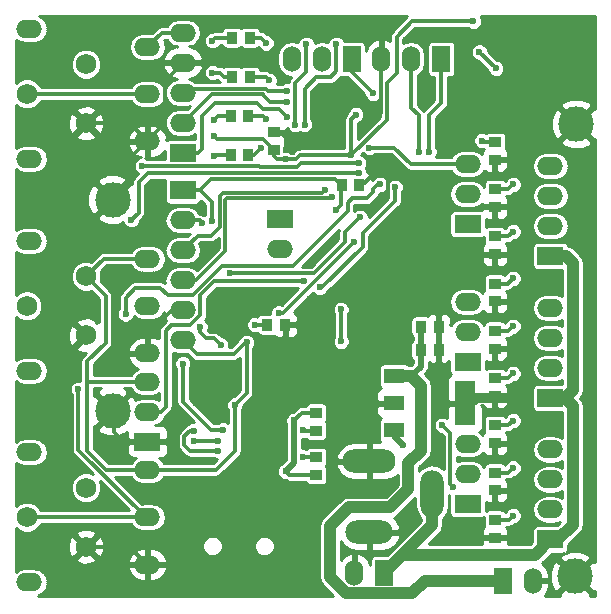
<source format=gbl>
G04 #@! TF.FileFunction,Copper,L2,Bot,Signal*
%FSLAX46Y46*%
G04 Gerber Fmt 4.6, Leading zero omitted, Abs format (unit mm)*
G04 Created by KiCad (PCBNEW 4.1.0-alpha+201608281547+7098~46~ubuntu16.04.1-product) date Sun Sep  4 14:55:36 2016*
%MOMM*%
%LPD*%
G01*
G04 APERTURE LIST*
%ADD10C,0.100000*%
%ADD11R,1.800860X1.300480*%
%ADD12R,1.800860X3.799840*%
%ADD13O,2.200000X1.524000*%
%ADD14R,0.899160X1.000760*%
%ADD15R,2.199640X1.524000*%
%ADD16O,2.199640X1.524000*%
%ADD17R,1.000760X0.899160*%
%ADD18R,1.524000X2.199640*%
%ADD19O,1.524000X2.199640*%
%ADD20O,1.998980X4.000500*%
%ADD21O,4.000500X1.998980*%
%ADD22O,4.500880X1.998980*%
%ADD23C,3.000000*%
%ADD24C,1.750060*%
%ADD25C,0.600000*%
%ADD26C,0.300000*%
%ADD27C,0.500000*%
%ADD28C,1.000000*%
%ADD29C,0.250000*%
%ADD30C,0.254000*%
G04 APERTURE END LIST*
D10*
D11*
X152000260Y-121551240D03*
X152000260Y-119250000D03*
X152000260Y-116948760D03*
D12*
X157999740Y-119250000D03*
D13*
X131100000Y-132900000D03*
X131100000Y-128900000D03*
X131100000Y-124900000D03*
X121100000Y-134400000D03*
X121100000Y-123400000D03*
X131100000Y-115000000D03*
X131100000Y-111000000D03*
X131100000Y-107000000D03*
X121100000Y-116500000D03*
X121100000Y-105500000D03*
X131100000Y-97050000D03*
X131100000Y-93050000D03*
X131100000Y-89050000D03*
X121100000Y-98550000D03*
X121100000Y-87550000D03*
D14*
X139751840Y-88300000D03*
X138248160Y-88300000D03*
D15*
X134100000Y-101220000D03*
D16*
X134100000Y-103760000D03*
X134100000Y-106300000D03*
X134100000Y-108840000D03*
X134100000Y-111380000D03*
X134100000Y-113920000D03*
D17*
X141800000Y-97801840D03*
X141800000Y-96298160D03*
D18*
X155980000Y-90100000D03*
D19*
X153440000Y-90100000D03*
X150900000Y-90100000D03*
D15*
X165210000Y-130780000D03*
D16*
X165210000Y-128240000D03*
X165210000Y-125700000D03*
X165210000Y-123160000D03*
D15*
X165210000Y-118780000D03*
D16*
X165210000Y-116240000D03*
X165210000Y-113700000D03*
X165210000Y-111160000D03*
D15*
X165210000Y-106780000D03*
D16*
X165210000Y-104240000D03*
X165210000Y-101700000D03*
X165210000Y-99160000D03*
D18*
X151170000Y-133600000D03*
D19*
X148630000Y-133600000D03*
D20*
X155200980Y-126899880D03*
D21*
X149900000Y-130151080D03*
D22*
X149900000Y-124149060D03*
D15*
X134100000Y-98040000D03*
D16*
X134100000Y-95500000D03*
X134100000Y-92960000D03*
X134100000Y-90420000D03*
X134100000Y-87880000D03*
D14*
X149051840Y-100800000D03*
X147548160Y-100800000D03*
D17*
X160525000Y-129123160D03*
X160525000Y-130626840D03*
X160525000Y-125123160D03*
X160525000Y-126626840D03*
X160525000Y-121123160D03*
X160525000Y-122626840D03*
X160525000Y-117123160D03*
X160525000Y-118626840D03*
X160525000Y-113123160D03*
X160525000Y-114626840D03*
X160525000Y-109123160D03*
X160525000Y-110626840D03*
X160525000Y-105123160D03*
X160525000Y-106626840D03*
X160525000Y-101123160D03*
X160525000Y-102626840D03*
X160525000Y-97123160D03*
X160525000Y-98626840D03*
D14*
X139751840Y-91600000D03*
X138248160Y-91600000D03*
X139651840Y-94900000D03*
X138148160Y-94900000D03*
X139651840Y-98200000D03*
X138148160Y-98200000D03*
D23*
X167300000Y-133900000D03*
X128150000Y-119900000D03*
X128150000Y-102000000D03*
X167400000Y-95600000D03*
D17*
X145400000Y-120048160D03*
X145400000Y-121551840D03*
X145400000Y-123798160D03*
X145400000Y-125301840D03*
D14*
X142751840Y-112600000D03*
X141248160Y-112600000D03*
D15*
X158200000Y-127780000D03*
D16*
X158200000Y-125240000D03*
X158200000Y-122700000D03*
D15*
X158200000Y-115740000D03*
D16*
X158200000Y-113200000D03*
X158200000Y-110660000D03*
D15*
X158200000Y-104080000D03*
D16*
X158200000Y-101540000D03*
X158200000Y-99000000D03*
D18*
X148380000Y-90100000D03*
D19*
X145840000Y-90100000D03*
X143300000Y-90100000D03*
D15*
X142300000Y-103630000D03*
D16*
X142300000Y-106170000D03*
D15*
X131100000Y-122490000D03*
D16*
X131100000Y-119950000D03*
X131100000Y-117410000D03*
D24*
X125899360Y-131399360D03*
X120900640Y-128900000D03*
X125899360Y-126400640D03*
X125899360Y-113499360D03*
X120900640Y-111000000D03*
X125899360Y-108500640D03*
X125899360Y-95549360D03*
X120900640Y-93050000D03*
X125899360Y-90550640D03*
D14*
X154248160Y-114750000D03*
X155751840Y-114750000D03*
X154248160Y-112750000D03*
X155751840Y-112750000D03*
D18*
X161170000Y-134270000D03*
D19*
X163710000Y-134270000D03*
D25*
X147500000Y-111300000D03*
X147500000Y-114000000D03*
X142800000Y-98600000D03*
X136700000Y-96600000D03*
X139500000Y-114100000D03*
X138500000Y-119400000D03*
X142200000Y-111600000D03*
X148350000Y-98250000D03*
X158700000Y-86900000D03*
X148750000Y-94800000D03*
X148600000Y-105600000D03*
X162110000Y-118620000D03*
X162070000Y-98630000D03*
X135175920Y-119258880D03*
X136425600Y-119258880D03*
X135175920Y-118009200D03*
X136425600Y-118009200D03*
X139900000Y-126500000D03*
X142850000Y-97800000D03*
X149000000Y-102600000D03*
X162100000Y-102620000D03*
X162110000Y-106620000D03*
X162110000Y-110580000D03*
X162100000Y-114620000D03*
X162110000Y-122620000D03*
X162110000Y-126620000D03*
X162110000Y-130670000D03*
X144900000Y-110400000D03*
X138500000Y-116100000D03*
X149100000Y-96500000D03*
X149800000Y-106950000D03*
X146200000Y-106150000D03*
X152750000Y-122750000D03*
X136550000Y-103800000D03*
X147100000Y-102850000D03*
X149100000Y-103500000D03*
X138100000Y-108250000D03*
X135750000Y-104000000D03*
X135550000Y-112750000D03*
X137300000Y-114300000D03*
X146100000Y-101200000D03*
X146700000Y-101800000D03*
X154950000Y-97950000D03*
X154050000Y-97950000D03*
X142900000Y-92800000D03*
X142900000Y-93700000D03*
X142900000Y-95000000D03*
X136600000Y-88550000D03*
X136600000Y-91250000D03*
X136700000Y-95250000D03*
X136700000Y-98350000D03*
X162060000Y-120720000D03*
X162060000Y-116720000D03*
X162050000Y-108670000D03*
X159420000Y-97000000D03*
X149900000Y-97600000D03*
X162060000Y-104720000D03*
X162070000Y-100720000D03*
X162050000Y-128760000D03*
X156050000Y-121100000D03*
X157000000Y-126350000D03*
X162060000Y-124720000D03*
X144400000Y-95650000D03*
X160600000Y-90900000D03*
X159200000Y-89500000D03*
X147100000Y-88850000D03*
X143600000Y-95650000D03*
X144550000Y-88850000D03*
X141150000Y-88750000D03*
X141400000Y-91900000D03*
X141150000Y-95200000D03*
X140700000Y-97650000D03*
X150800000Y-100700000D03*
X129250000Y-111700000D03*
X125250000Y-118050000D03*
X129750000Y-103700000D03*
X149000000Y-99750000D03*
X130650000Y-99150000D03*
X149000000Y-98900000D03*
X162060000Y-112720000D03*
X150200000Y-93000000D03*
X144300000Y-121550000D03*
X144300000Y-123800000D03*
X137100000Y-123275000D03*
X135000000Y-121575000D03*
X135000000Y-122400000D03*
X137100000Y-122400000D03*
X134100000Y-115900000D03*
X137500000Y-121500000D03*
X142800000Y-125000000D03*
X143500000Y-120700000D03*
X140200000Y-112600000D03*
X144330000Y-108910000D03*
X145680000Y-109440000D03*
X152060000Y-100950000D03*
D26*
X147500000Y-114000000D02*
X147500000Y-111300000D01*
X131100000Y-124900000D02*
X136870000Y-124900000D01*
X138500000Y-123270000D02*
X138500000Y-119400000D01*
X136870000Y-124900000D02*
X138500000Y-123270000D01*
X127550000Y-110151280D02*
X125899360Y-108500640D01*
X127550000Y-114150000D02*
X127550000Y-110151280D01*
X126000000Y-115700000D02*
X127550000Y-114150000D01*
X126000000Y-117400000D02*
X126000000Y-115700000D01*
X128700000Y-107000000D02*
X127400000Y-107000000D01*
X131100000Y-107000000D02*
X128700000Y-107000000D01*
X127400000Y-107000000D02*
X125899360Y-108500640D01*
X142050000Y-98600000D02*
X142800000Y-98600000D01*
X141800000Y-98350000D02*
X142050000Y-98600000D01*
X141800000Y-97801840D02*
X141800000Y-98350000D01*
X141800000Y-97800000D02*
X140850000Y-96850000D01*
X141800000Y-97801840D02*
X141800000Y-97800000D01*
X140850000Y-96850000D02*
X136950000Y-96850000D01*
X136950000Y-96850000D02*
X136700000Y-96600000D01*
X144036738Y-98250000D02*
X143686738Y-98600000D01*
X143686738Y-98600000D02*
X142800000Y-98600000D01*
X148350000Y-98250000D02*
X144036738Y-98250000D01*
X131100000Y-117410000D02*
X126320000Y-117410000D01*
X126080000Y-117400000D02*
X126000000Y-117400000D01*
X126010000Y-117400000D02*
X126080000Y-117400000D01*
X126000000Y-117410000D02*
X126010000Y-117400000D01*
X126320000Y-117410000D02*
X126000000Y-117410000D01*
X138500000Y-119400000D02*
X139500000Y-118400000D01*
X139500000Y-118400000D02*
X139500000Y-114100000D01*
X143350000Y-110850000D02*
X142600000Y-111600000D01*
X142600000Y-111600000D02*
X142200000Y-111600000D01*
X127600000Y-124900000D02*
X131100000Y-124900000D01*
X126000000Y-123300000D02*
X127600000Y-124900000D01*
X126000000Y-117400000D02*
X126000000Y-123300000D01*
X131100000Y-107000000D02*
X131000000Y-106900000D01*
X151350000Y-95250000D02*
X151350000Y-92150000D01*
X152200000Y-91300000D02*
X152200000Y-88200000D01*
X152200000Y-88200000D02*
X153500000Y-86900000D01*
X153500000Y-86900000D02*
X158700000Y-86900000D01*
X151350000Y-95250000D02*
X148350000Y-98250000D01*
X151350000Y-92150000D02*
X152200000Y-91300000D01*
X134100000Y-113920000D02*
X135280000Y-115100000D01*
X138400000Y-115100000D02*
X139500000Y-114000000D01*
X135280000Y-115100000D02*
X138400000Y-115100000D01*
X148350000Y-98250000D02*
X148350000Y-95200000D01*
X148350000Y-95200000D02*
X148750000Y-94800000D01*
X134100000Y-87880000D02*
X132320000Y-87880000D01*
X132320000Y-87880000D02*
X131100000Y-89100000D01*
X143348160Y-110851840D02*
X143350000Y-110850000D01*
X143350000Y-110850000D02*
X148600000Y-105600000D01*
D27*
X157999740Y-119250000D02*
X158750000Y-119250000D01*
X158750000Y-119250000D02*
X159000000Y-119000000D01*
X161730000Y-119000000D02*
X162110000Y-118620000D01*
X159000000Y-119000000D02*
X161730000Y-119000000D01*
X160525000Y-118626840D02*
X158622900Y-118626840D01*
X158622900Y-118626840D02*
X157999740Y-119250000D01*
D26*
X135177040Y-119260000D02*
X135180000Y-119260000D01*
X135175920Y-119258880D02*
X135177040Y-119260000D01*
X136430000Y-119260000D02*
X136426720Y-119260000D01*
X136426720Y-119260000D02*
X136425600Y-119258880D01*
X135180000Y-118010000D02*
X135176720Y-118010000D01*
X135176720Y-118010000D02*
X135175920Y-118009200D01*
X136426400Y-118010000D02*
X136430000Y-118010000D01*
X136425600Y-118009200D02*
X136426400Y-118010000D01*
X128150000Y-102000000D02*
X128150000Y-101660000D01*
X128150000Y-101660000D02*
X129970000Y-99840000D01*
X129970000Y-99840000D02*
X129970000Y-98180000D01*
X129970000Y-98180000D02*
X131100000Y-97050000D01*
X134100000Y-90420000D02*
X132600000Y-91920000D01*
X132600000Y-95550000D02*
X131100000Y-97050000D01*
X132600000Y-91920000D02*
X132600000Y-95550000D01*
X125899360Y-95549360D02*
X129599360Y-95549360D01*
X129599360Y-95549360D02*
X131100000Y-97050000D01*
X125899360Y-131399360D02*
X129599360Y-131399360D01*
X129599360Y-131399360D02*
X131100000Y-132900000D01*
X142348160Y-96298160D02*
X142850000Y-96800000D01*
X141800000Y-96298160D02*
X142348160Y-96298160D01*
X142850000Y-96800000D02*
X142850000Y-97800000D01*
X134100000Y-111380000D02*
X133170000Y-111380000D01*
X133170000Y-111380000D02*
X131100000Y-113450000D01*
X131100000Y-113450000D02*
X131100000Y-115000000D01*
X149051840Y-100800000D02*
X149300000Y-100800000D01*
X149300000Y-100800000D02*
X150300000Y-99800000D01*
X150300000Y-99800000D02*
X151200000Y-99800000D01*
X151200000Y-99800000D02*
X151450000Y-100050000D01*
X151450000Y-100050000D02*
X151450000Y-101550000D01*
X151450000Y-101550000D02*
X150400000Y-102600000D01*
X150400000Y-102600000D02*
X149000000Y-102600000D01*
X131100000Y-122490000D02*
X129130000Y-122490000D01*
X128300000Y-121660000D02*
X128300000Y-119900000D01*
X129130000Y-122490000D02*
X128300000Y-121660000D01*
X149100000Y-96500000D02*
X150899998Y-94700002D01*
X150899998Y-94700002D02*
X150899998Y-90100002D01*
X150899998Y-90100002D02*
X150900000Y-90100000D01*
X146200000Y-105913262D02*
X146731631Y-105381631D01*
X146200000Y-106150000D02*
X146200000Y-105913262D01*
D27*
X152000260Y-121551240D02*
X152000260Y-122000260D01*
X152000260Y-122000260D02*
X152750000Y-122750000D01*
D28*
X151170000Y-133600000D02*
X152670000Y-132100000D01*
X152670000Y-132100000D02*
X163890000Y-132100000D01*
X164020000Y-131970000D02*
X165210000Y-130780000D01*
X163890000Y-132100000D02*
X164020000Y-131970000D01*
X152670000Y-132100000D02*
X155200980Y-129569020D01*
X155200980Y-129569020D02*
X155200980Y-126899880D01*
X152670000Y-132100000D02*
X152680000Y-132100000D01*
X165210000Y-106780000D02*
X166520000Y-106780000D01*
X166450000Y-118780000D02*
X165210000Y-118780000D01*
X167110000Y-118120000D02*
X166450000Y-118780000D01*
X167110000Y-116870000D02*
X167110000Y-118120000D01*
X167110000Y-107370000D02*
X167110000Y-116870000D01*
X166520000Y-106780000D02*
X167110000Y-107370000D01*
X165210000Y-130780000D02*
X165900000Y-130780000D01*
X165900000Y-130780000D02*
X167110000Y-129570000D01*
X167110000Y-129570000D02*
X167110000Y-119470000D01*
X167110000Y-119470000D02*
X166420000Y-118780000D01*
X166420000Y-118780000D02*
X165210000Y-118780000D01*
D26*
X135530000Y-101220000D02*
X136550000Y-102240000D01*
X136550000Y-102240000D02*
X136550000Y-103800000D01*
X146950000Y-100250000D02*
X147450000Y-100750000D01*
X146950000Y-100250000D02*
X136500000Y-100250000D01*
X136500000Y-100250000D02*
X135530000Y-101220000D01*
X134100000Y-101220000D02*
X135530000Y-101220000D01*
X147450000Y-102500000D02*
X147100000Y-102850000D01*
X147450000Y-100750000D02*
X147450000Y-102500000D01*
X147850000Y-104750000D02*
X147850000Y-105600000D01*
X149100000Y-103500000D02*
X147850000Y-104750000D01*
X147850000Y-105600000D02*
X145200000Y-108250000D01*
X145200000Y-108250000D02*
X138100000Y-108250000D01*
X134100000Y-103760000D02*
X135510000Y-103760000D01*
X135510000Y-103760000D02*
X135750000Y-104000000D01*
X135550000Y-113200000D02*
X135550000Y-112750000D01*
X136100000Y-113750000D02*
X135550000Y-113200000D01*
X136750000Y-113750000D02*
X136100000Y-113750000D01*
X137300000Y-114300000D02*
X136750000Y-113750000D01*
X135350000Y-105050000D02*
X134100000Y-106300000D01*
X136500000Y-105050000D02*
X135350000Y-105050000D01*
X137250000Y-104300000D02*
X136500000Y-105050000D01*
X137250000Y-101700000D02*
X137250000Y-104300000D01*
X137500000Y-101450000D02*
X137250000Y-101700000D01*
X145850000Y-101450000D02*
X137500000Y-101450000D01*
X146100000Y-101200000D02*
X145850000Y-101450000D01*
X146700000Y-101800000D02*
X146599998Y-101900002D01*
X146599998Y-101900002D02*
X137850000Y-101900002D01*
X137850000Y-101900002D02*
X137700002Y-102050000D01*
X137700002Y-102050000D02*
X137700002Y-106349998D01*
X137700002Y-106349998D02*
X135210000Y-108840000D01*
X135210000Y-108840000D02*
X134100000Y-108840000D01*
X154950000Y-97800000D02*
X154950000Y-94850000D01*
X154950000Y-94850000D02*
X155980000Y-93820000D01*
X155980000Y-90100000D02*
X155980000Y-93820000D01*
X154950000Y-97950000D02*
X154950000Y-97800000D01*
X154050000Y-97800000D02*
X154050000Y-94850000D01*
X154050000Y-94850000D02*
X153440000Y-94240000D01*
X153440000Y-90100000D02*
X153440000Y-94240000D01*
X154050000Y-97950000D02*
X154050000Y-97800000D01*
X142900000Y-92800000D02*
X141300000Y-92800000D01*
X141099998Y-92599998D02*
X134460002Y-92599998D01*
X141300000Y-92800000D02*
X141099998Y-92599998D01*
X134460002Y-92599998D02*
X134100000Y-92960000D01*
X141000000Y-93200002D02*
X140849998Y-93050000D01*
X142900000Y-93700000D02*
X141499998Y-93700000D01*
X141499998Y-93700000D02*
X141000000Y-93200002D01*
X134100000Y-95500000D02*
X136399998Y-93200002D01*
X136550000Y-93050000D02*
X136399998Y-93200002D01*
X140849998Y-93050000D02*
X136550000Y-93050000D01*
X142900000Y-95000000D02*
X142250000Y-94350000D01*
X135360000Y-98040000D02*
X134100000Y-98040000D01*
X135700000Y-97700000D02*
X135360000Y-98040000D01*
X135700000Y-94900000D02*
X135700000Y-97700000D01*
X136800000Y-93800000D02*
X135700000Y-94900000D01*
X140350000Y-93800000D02*
X136800000Y-93800000D01*
X140900000Y-94350000D02*
X140350000Y-93800000D01*
X142250000Y-94350000D02*
X140900000Y-94350000D01*
D29*
X134100000Y-98000000D02*
X134100000Y-98040000D01*
D26*
X138248160Y-88300000D02*
X136850000Y-88300000D01*
X136850000Y-88300000D02*
X136600000Y-88550000D01*
X137600000Y-91600000D02*
X138248160Y-91600000D01*
X137250000Y-91250000D02*
X137600000Y-91600000D01*
X136600000Y-91250000D02*
X137250000Y-91250000D01*
X138148160Y-94900000D02*
X137050000Y-94900000D01*
X137050000Y-94900000D02*
X136700000Y-95250000D01*
X138148160Y-98200000D02*
X136850000Y-98200000D01*
X136850000Y-98200000D02*
X136700000Y-98350000D01*
X161656840Y-121123160D02*
X160525000Y-121123160D01*
X162060000Y-120720000D02*
X161656840Y-121123160D01*
X161656840Y-117123160D02*
X160525000Y-117123160D01*
X162060000Y-116720000D02*
X161656840Y-117123160D01*
X161596840Y-109123160D02*
X160525000Y-109123160D01*
X162050000Y-108670000D02*
X161596840Y-109123160D01*
X160525000Y-97123160D02*
X159543160Y-97123160D01*
X159543160Y-97123160D02*
X159420000Y-97000000D01*
X149900000Y-97600000D02*
X152000000Y-97600000D01*
X153400000Y-99000000D02*
X158200000Y-99000000D01*
X152000000Y-97600000D02*
X153400000Y-99000000D01*
X161656840Y-105123160D02*
X160525000Y-105123160D01*
X162060000Y-104720000D02*
X161656840Y-105123160D01*
X161666840Y-101123160D02*
X160525000Y-101123160D01*
X162070000Y-100720000D02*
X161666840Y-101123160D01*
X161686840Y-129123160D02*
X160525000Y-129123160D01*
X162050000Y-128760000D02*
X161686840Y-129123160D01*
X156050000Y-121100000D02*
X156750000Y-121800000D01*
X156750000Y-121800000D02*
X156750000Y-126100000D01*
X156750000Y-126100000D02*
X157000000Y-126350000D01*
X161656840Y-125123160D02*
X160525000Y-125123160D01*
X162060000Y-124720000D02*
X161656840Y-125123160D01*
X144400000Y-95650000D02*
X144400000Y-92600000D01*
X159200000Y-89500000D02*
X160600000Y-90900000D01*
X147100000Y-91150000D02*
X147100000Y-88850000D01*
X146650000Y-91600000D02*
X147100000Y-91150000D01*
X145400000Y-91600000D02*
X146650000Y-91600000D01*
X144400000Y-92600000D02*
X145400000Y-91600000D01*
X143600000Y-95650000D02*
X143600000Y-92150000D01*
X143600000Y-92150000D02*
X144550000Y-91200000D01*
X144550000Y-91200000D02*
X144550000Y-88850000D01*
X139751840Y-88300000D02*
X140700000Y-88300000D01*
X140700000Y-88300000D02*
X141150000Y-88750000D01*
X139751840Y-91600000D02*
X141100000Y-91600000D01*
X141100000Y-91600000D02*
X141400000Y-91900000D01*
X141150000Y-95200000D02*
X140850000Y-94900000D01*
X140850000Y-94900000D02*
X139651840Y-94900000D01*
X140150000Y-98200000D02*
X139651840Y-98200000D01*
X140700000Y-97650000D02*
X140150000Y-98200000D01*
X131100000Y-128900000D02*
X120900640Y-128900000D01*
X150800000Y-100700000D02*
X150600000Y-100700000D01*
X150600000Y-100700000D02*
X150200000Y-101100000D01*
X150200000Y-101100000D02*
X150200000Y-101400000D01*
X150200000Y-101400000D02*
X149700000Y-101900000D01*
X149700000Y-101900000D02*
X148400000Y-101900000D01*
X148400000Y-101900000D02*
X148050002Y-102249998D01*
X148050002Y-102249998D02*
X148050002Y-102999998D01*
X137300000Y-107750000D02*
X134950000Y-110100000D01*
X148050002Y-102999998D02*
X143450000Y-107600000D01*
X143450000Y-107600000D02*
X137450000Y-107600000D01*
X137450000Y-107600000D02*
X137300000Y-107750000D01*
X129250000Y-110300000D02*
X129250000Y-111700000D01*
X130050000Y-109500000D02*
X129250000Y-110300000D01*
X132200000Y-109500000D02*
X130050000Y-109500000D01*
X132800000Y-110100000D02*
X132200000Y-109500000D01*
X134950000Y-110100000D02*
X132800000Y-110100000D01*
X125250000Y-123186398D02*
X130963602Y-128900000D01*
X125250000Y-118050000D02*
X125250000Y-123186398D01*
X130963602Y-128900000D02*
X131100000Y-128900000D01*
X130350000Y-103100000D02*
X129750000Y-103700000D01*
X130350000Y-100550000D02*
X130350000Y-103100000D01*
X131150000Y-99750000D02*
X130350000Y-100550000D01*
X149000000Y-99750000D02*
X131150000Y-99750000D01*
X143750000Y-99250000D02*
X140650000Y-99250000D01*
X140650000Y-99250000D02*
X140550000Y-99150000D01*
X140550000Y-99150000D02*
X130650000Y-99150000D01*
X149000000Y-98900000D02*
X144100000Y-98900000D01*
X144100000Y-98900000D02*
X143750000Y-99250000D01*
X131100000Y-93050000D02*
X120900640Y-93050000D01*
X161656840Y-113123160D02*
X160525000Y-113123160D01*
X162060000Y-112720000D02*
X161656840Y-113123160D01*
X150200000Y-93000000D02*
X148380000Y-91180000D01*
D29*
X148380000Y-91180000D02*
X148380000Y-90100000D01*
D26*
X144300000Y-121550000D02*
X144301840Y-121551840D01*
X144301840Y-121551840D02*
X145400000Y-121551840D01*
X144300000Y-123800000D02*
X144301840Y-123798160D01*
X144301840Y-123798160D02*
X145400000Y-123798160D01*
X134700000Y-123275000D02*
X137100000Y-123275000D01*
X134225000Y-122800000D02*
X134700000Y-123275000D01*
X134225000Y-122050000D02*
X134225000Y-122800000D01*
X134700000Y-121575000D02*
X134225000Y-122050000D01*
X135000000Y-121575000D02*
X134700000Y-121575000D01*
X137100000Y-122400000D02*
X135000000Y-122400000D01*
X134100000Y-119100000D02*
X134100000Y-115900000D01*
X136500000Y-121500000D02*
X134100000Y-119100000D01*
X137500000Y-121500000D02*
X136500000Y-121500000D01*
X145400000Y-120048160D02*
X144151840Y-120048160D01*
X144151840Y-120048160D02*
X143500000Y-120700000D01*
D27*
X143498160Y-124301840D02*
X142800000Y-125000000D01*
X143498160Y-124301840D02*
X143498160Y-123500000D01*
X143498160Y-123500000D02*
X143498160Y-121250000D01*
X143498160Y-120701840D02*
X143498160Y-121250000D01*
X143500000Y-120700000D02*
X143498160Y-120701840D01*
D26*
X145400000Y-125301840D02*
X143101840Y-125301840D01*
X143101840Y-125301840D02*
X142800000Y-125000000D01*
X141248160Y-112600000D02*
X140200000Y-112600000D01*
X132220000Y-119950000D02*
X131100000Y-119950000D01*
X132650000Y-119520000D02*
X132220000Y-119950000D01*
X132650000Y-113110000D02*
X132650000Y-119520000D01*
X133120000Y-112640000D02*
X132650000Y-113110000D01*
X134730000Y-112640000D02*
X133120000Y-112640000D01*
X135570000Y-111800000D02*
X134730000Y-112640000D01*
X135570000Y-110116398D02*
X135570000Y-111800000D01*
X136776398Y-108910000D02*
X135570000Y-110116398D01*
X144330000Y-108910000D02*
X136776398Y-108910000D01*
X145890000Y-109440000D02*
X145680000Y-109440000D01*
X149320000Y-106010000D02*
X145890000Y-109440000D01*
X149320000Y-104840000D02*
X149320000Y-106010000D01*
X152020000Y-102140000D02*
X149320000Y-104840000D01*
X152060000Y-102140000D02*
X152020000Y-102140000D01*
X152060000Y-100950000D02*
X152060000Y-102140000D01*
D27*
X154248160Y-112750000D02*
X154248160Y-114750000D01*
X154248160Y-114750000D02*
X154248160Y-116149360D01*
X154248160Y-116149360D02*
X153448760Y-116948760D01*
D28*
X153200000Y-126510000D02*
X153200000Y-124300000D01*
X153200000Y-126510000D02*
X151640000Y-128070000D01*
X151640000Y-128070000D02*
X148140000Y-128070000D01*
X148140000Y-128070000D02*
X146570000Y-129640000D01*
X146570000Y-129640000D02*
X146570000Y-133970000D01*
X146570000Y-133970000D02*
X147950000Y-135350000D01*
X147950000Y-135350000D02*
X153530000Y-135350000D01*
X153530000Y-135350000D02*
X154610000Y-134270000D01*
X161170000Y-134270000D02*
X154610000Y-134270000D01*
X153448760Y-116948760D02*
X152000260Y-116948760D01*
X154250000Y-117750000D02*
X153448760Y-116948760D01*
X154250000Y-123250000D02*
X154250000Y-117750000D01*
X153200000Y-124300000D02*
X154250000Y-123250000D01*
D30*
X159304975Y-86477000D02*
X169023000Y-86477000D01*
X159411539Y-86718300D02*
X169023000Y-86718300D01*
X159426948Y-86959600D02*
X169023000Y-86959600D01*
X159362239Y-87200900D02*
X169023000Y-87200900D01*
X159185884Y-87442200D02*
X169023000Y-87442200D01*
X153532501Y-87683500D02*
X169023000Y-87683500D01*
X153291201Y-87924800D02*
X169023000Y-87924800D01*
X153049901Y-88166100D02*
X169023000Y-88166100D01*
X152808601Y-88407400D02*
X169023000Y-88407400D01*
X152777000Y-88648700D02*
X152962653Y-88648700D01*
X153917348Y-88648700D02*
X154975448Y-88648700D01*
X156984553Y-88648700D02*
X169023000Y-88648700D01*
X154278479Y-88890000D02*
X154804552Y-88890000D01*
X157155449Y-88890000D02*
X158782034Y-88890000D01*
X159618301Y-88890000D02*
X169023000Y-88890000D01*
X154440968Y-89131300D02*
X154782635Y-89131300D01*
X157177365Y-89131300D02*
X158565914Y-89131300D01*
X159834272Y-89131300D02*
X169023000Y-89131300D01*
X154557458Y-89372600D02*
X154782635Y-89372600D01*
X157177365Y-89372600D02*
X158473111Y-89372600D01*
X159927111Y-89372600D02*
X169023000Y-89372600D01*
X154605456Y-89613900D02*
X154782635Y-89613900D01*
X157177365Y-89613900D02*
X158472901Y-89613900D01*
X160129902Y-89613900D02*
X169023000Y-89613900D01*
X154629000Y-89855200D02*
X154782635Y-89855200D01*
X157177365Y-89855200D02*
X158560150Y-89855200D01*
X160371202Y-89855200D02*
X169023000Y-89855200D01*
X154629000Y-90096500D02*
X154782635Y-90096500D01*
X157177365Y-90096500D02*
X158768222Y-90096500D01*
X160612502Y-90096500D02*
X169023000Y-90096500D01*
X154629000Y-90337800D02*
X154782635Y-90337800D01*
X157177365Y-90337800D02*
X159221798Y-90337800D01*
X161066018Y-90337800D02*
X169023000Y-90337800D01*
X154606847Y-90579100D02*
X154782635Y-90579100D01*
X157177365Y-90579100D02*
X159463098Y-90579100D01*
X161254023Y-90579100D02*
X169023000Y-90579100D01*
X154558850Y-90820400D02*
X154782635Y-90820400D01*
X157177365Y-90820400D02*
X159704398Y-90820400D01*
X161327069Y-90820400D02*
X169023000Y-90820400D01*
X154445644Y-91061700D02*
X154782635Y-91061700D01*
X157177365Y-91061700D02*
X159880197Y-91061700D01*
X161320040Y-91061700D02*
X169023000Y-91061700D01*
X154284412Y-91303000D02*
X154803158Y-91303000D01*
X157156841Y-91303000D02*
X159979900Y-91303000D01*
X161219843Y-91303000D02*
X169023000Y-91303000D01*
X154017000Y-91544300D02*
X154964970Y-91544300D01*
X156995029Y-91544300D02*
X160255897Y-91544300D01*
X160944429Y-91544300D02*
X169023000Y-91544300D01*
X154017000Y-91785600D02*
X155403000Y-91785600D01*
X156557000Y-91785600D02*
X169023000Y-91785600D01*
X154017000Y-92026900D02*
X155403000Y-92026900D01*
X156557000Y-92026900D02*
X169023000Y-92026900D01*
X154017000Y-92268200D02*
X155403000Y-92268200D01*
X156557000Y-92268200D02*
X169023000Y-92268200D01*
X154017000Y-92509500D02*
X155403000Y-92509500D01*
X156557000Y-92509500D02*
X169023000Y-92509500D01*
X154017000Y-92750800D02*
X155403000Y-92750800D01*
X156557000Y-92750800D02*
X169023000Y-92750800D01*
X154017000Y-92992100D02*
X155403000Y-92992100D01*
X156557000Y-92992100D02*
X169023000Y-92992100D01*
X154017000Y-93233400D02*
X155403000Y-93233400D01*
X156557000Y-93233400D02*
X169023000Y-93233400D01*
X154017000Y-93474700D02*
X155403000Y-93474700D01*
X156557000Y-93474700D02*
X166931724Y-93474700D01*
X167828260Y-93474700D02*
X169023000Y-93474700D01*
X154017000Y-93716000D02*
X155267998Y-93716000D01*
X156557000Y-93716000D02*
X166349174Y-93716000D01*
X168443816Y-93716000D02*
X169023000Y-93716000D01*
X154017000Y-93957300D02*
X155026698Y-93957300D01*
X156529689Y-93957300D02*
X166130161Y-93957300D01*
X168669840Y-93957300D02*
X169023000Y-93957300D01*
X154214602Y-94198600D02*
X154785398Y-94198600D01*
X156407645Y-94198600D02*
X166178205Y-94198600D01*
X168621795Y-94198600D02*
X169023000Y-94198600D01*
X154455902Y-94439900D02*
X154544098Y-94439900D01*
X156176102Y-94439900D02*
X165561585Y-94439900D01*
X166060295Y-94439900D02*
X166419505Y-94439900D01*
X168380495Y-94439900D02*
X168739705Y-94439900D01*
X155934802Y-94681200D02*
X165466994Y-94681200D01*
X166301595Y-94681200D02*
X166660805Y-94681200D01*
X168139195Y-94681200D02*
X168498405Y-94681200D01*
X155693502Y-94922500D02*
X165372404Y-94922500D01*
X166542895Y-94922500D02*
X166902105Y-94922500D01*
X167897895Y-94922500D02*
X168257105Y-94922500D01*
X155527000Y-95163800D02*
X165277813Y-95163800D01*
X166784195Y-95163800D02*
X167143405Y-95163800D01*
X167656595Y-95163800D02*
X168015805Y-95163800D01*
X155527000Y-95405100D02*
X165260886Y-95405100D01*
X167025495Y-95405100D02*
X167384705Y-95405100D01*
X167415295Y-95405100D02*
X167774505Y-95405100D01*
X155527000Y-95646400D02*
X165265497Y-95646400D01*
X167173995Y-95646400D02*
X167626005Y-95646400D01*
X155527000Y-95887700D02*
X165270107Y-95887700D01*
X166932695Y-95887700D02*
X167291905Y-95887700D01*
X167508095Y-95887700D02*
X167867305Y-95887700D01*
X155527000Y-96129000D02*
X165299852Y-96129000D01*
X166691395Y-96129000D02*
X167050605Y-96129000D01*
X167749395Y-96129000D02*
X168108605Y-96129000D01*
X155527000Y-96370300D02*
X159040236Y-96370300D01*
X161336284Y-96370300D02*
X165399802Y-96370300D01*
X166450095Y-96370300D02*
X166809305Y-96370300D01*
X167990695Y-96370300D02*
X168349905Y-96370300D01*
X155527000Y-96611600D02*
X158794095Y-96611600D01*
X161448417Y-96611600D02*
X165499751Y-96611600D01*
X166208795Y-96611600D02*
X166568005Y-96611600D01*
X168231995Y-96611600D02*
X168591205Y-96611600D01*
X155527000Y-96852900D02*
X158693897Y-96852900D01*
X161460745Y-96852900D02*
X165723506Y-96852900D01*
X165967495Y-96852900D02*
X166326705Y-96852900D01*
X168473295Y-96852900D02*
X168832505Y-96852900D01*
X155527000Y-97094200D02*
X158692918Y-97094200D01*
X161460745Y-97094200D02*
X166085405Y-97094200D01*
X168714595Y-97094200D02*
X169023000Y-97094200D01*
X155527000Y-97335500D02*
X158772010Y-97335500D01*
X161460745Y-97335500D02*
X166176676Y-97335500D01*
X168623323Y-97335500D02*
X169023000Y-97335500D01*
X155582413Y-97576800D02*
X158968557Y-97576800D01*
X161459937Y-97576800D02*
X166592917Y-97576800D01*
X168226787Y-97576800D02*
X169023000Y-97576800D01*
X155677115Y-97818100D02*
X157796574Y-97818100D01*
X158603427Y-97818100D02*
X159486071Y-97818100D01*
X161563930Y-97818100D02*
X169023000Y-97818100D01*
X155676905Y-98059400D02*
X157140954Y-98059400D01*
X159259046Y-98059400D02*
X159389620Y-98059400D01*
X161660380Y-98059400D02*
X164397850Y-98059400D01*
X166022151Y-98059400D02*
X169023000Y-98059400D01*
X149428983Y-98300700D02*
X149691722Y-98300700D01*
X150107930Y-98300700D02*
X151884698Y-98300700D01*
X155591560Y-98300700D02*
X156897005Y-98300700D01*
X161660380Y-98300700D02*
X164029280Y-98300700D01*
X166390721Y-98300700D02*
X169023000Y-98300700D01*
X149638693Y-98542000D02*
X152125998Y-98542000D01*
X160378000Y-98542000D02*
X163852681Y-98542000D01*
X166567320Y-98542000D02*
X169023000Y-98542000D01*
X149727102Y-98783300D02*
X152367298Y-98783300D01*
X160398000Y-98783300D02*
X160652000Y-98783300D01*
X161531090Y-98783300D02*
X163728199Y-98783300D01*
X166691802Y-98783300D02*
X169023000Y-98783300D01*
X149726891Y-99024600D02*
X152608598Y-99024600D01*
X160398000Y-99024600D02*
X160652000Y-99024600D01*
X161660380Y-99024600D02*
X163680201Y-99024600D01*
X166739800Y-99024600D02*
X169023000Y-99024600D01*
X149635248Y-99265900D02*
X152849898Y-99265900D01*
X160398000Y-99265900D02*
X160652000Y-99265900D01*
X161634213Y-99265900D02*
X163674332Y-99265900D01*
X166745667Y-99265900D02*
X169023000Y-99265900D01*
X149686293Y-99507200D02*
X153140462Y-99507200D01*
X160398000Y-99507200D02*
X160652000Y-99507200D01*
X161492625Y-99507200D02*
X163722330Y-99507200D01*
X166697669Y-99507200D02*
X169023000Y-99507200D01*
X149830233Y-99748500D02*
X156929878Y-99748500D01*
X159470121Y-99748500D02*
X163832969Y-99748500D01*
X166587030Y-99748500D02*
X169023000Y-99748500D01*
X150060408Y-99989800D02*
X150615061Y-99989800D01*
X150985400Y-99989800D02*
X157214586Y-99989800D01*
X159185413Y-99989800D02*
X163994201Y-99989800D01*
X166425798Y-99989800D02*
X169023000Y-99989800D01*
X150136420Y-100231100D02*
X150240688Y-100231100D01*
X151359156Y-100231100D02*
X151896117Y-100231100D01*
X152224448Y-100231100D02*
X161530723Y-100231100D01*
X162609191Y-100231100D02*
X164346260Y-100231100D01*
X166073739Y-100231100D02*
X169023000Y-100231100D01*
X151492574Y-100472400D02*
X151509403Y-100472400D01*
X152610471Y-100472400D02*
X157331023Y-100472400D01*
X159068978Y-100472400D02*
X159645496Y-100472400D01*
X162754310Y-100472400D02*
X169023000Y-100472400D01*
X152748979Y-100713700D02*
X156981863Y-100713700D01*
X159418138Y-100713700D02*
X159589255Y-100713700D01*
X162797006Y-100713700D02*
X164219349Y-100713700D01*
X166200652Y-100713700D02*
X169023000Y-100713700D01*
X152786996Y-100955000D02*
X156820632Y-100955000D01*
X159579370Y-100955000D02*
X159589255Y-100955000D01*
X162759603Y-100955000D02*
X163937540Y-100955000D01*
X166482461Y-100955000D02*
X169023000Y-100955000D01*
X152744911Y-101196300D02*
X156711634Y-101196300D01*
X162621899Y-101196300D02*
X163776309Y-101196300D01*
X166643692Y-101196300D02*
X169023000Y-101196300D01*
X152637000Y-101437600D02*
X156663637Y-101437600D01*
X162237029Y-101437600D02*
X163705463Y-101437600D01*
X166714538Y-101437600D02*
X169023000Y-101437600D01*
X152637000Y-101678900D02*
X156670896Y-101678900D01*
X161773722Y-101678900D02*
X163657466Y-101678900D01*
X166762535Y-101678900D02*
X169023000Y-101678900D01*
X152637000Y-101920200D02*
X156718894Y-101920200D01*
X161606222Y-101920200D02*
X163697068Y-101920200D01*
X166722931Y-101920200D02*
X169023000Y-101920200D01*
X152632723Y-102161500D02*
X156845019Y-102161500D01*
X161660380Y-102161500D02*
X163748110Y-102161500D01*
X166671889Y-102161500D02*
X169023000Y-102161500D01*
X152565020Y-102402800D02*
X157024518Y-102402800D01*
X159375481Y-102402800D02*
X159451330Y-102402800D01*
X161598670Y-102402800D02*
X163909342Y-102402800D01*
X166510657Y-102402800D02*
X169023000Y-102402800D01*
X152331901Y-102644100D02*
X157405445Y-102644100D01*
X158994554Y-102644100D02*
X164156191Y-102644100D01*
X166263808Y-102644100D02*
X169023000Y-102644100D01*
X152090601Y-102885400D02*
X157086280Y-102885400D01*
X159313721Y-102885400D02*
X159416810Y-102885400D01*
X160398000Y-102885400D02*
X160652000Y-102885400D01*
X161633190Y-102885400D02*
X164824169Y-102885400D01*
X165595830Y-102885400D02*
X169023000Y-102885400D01*
X151849301Y-103126700D02*
X156714455Y-103126700D01*
X160398000Y-103126700D02*
X160652000Y-103126700D01*
X161660380Y-103126700D02*
X164461698Y-103126700D01*
X165958303Y-103126700D02*
X169023000Y-103126700D01*
X151608001Y-103368000D02*
X156664815Y-103368000D01*
X160398000Y-103368000D02*
X160652000Y-103368000D01*
X161591922Y-103368000D02*
X164048287Y-103368000D01*
X166371714Y-103368000D02*
X169023000Y-103368000D01*
X151366701Y-103609300D02*
X156664815Y-103609300D01*
X160341370Y-103609300D02*
X160708630Y-103609300D01*
X161390525Y-103609300D02*
X163861167Y-103609300D01*
X166558834Y-103609300D02*
X169023000Y-103609300D01*
X151125401Y-103850600D02*
X156664815Y-103850600D01*
X159735185Y-103850600D02*
X163730725Y-103850600D01*
X166689276Y-103850600D02*
X169023000Y-103850600D01*
X150884101Y-104091900D02*
X156664815Y-104091900D01*
X159735185Y-104091900D02*
X161676364Y-104091900D01*
X162443117Y-104091900D02*
X163682727Y-104091900D01*
X166737274Y-104091900D02*
X169023000Y-104091900D01*
X150642801Y-104333200D02*
X156664815Y-104333200D01*
X159735185Y-104333200D02*
X159765456Y-104333200D01*
X161284546Y-104333200D02*
X161433430Y-104333200D01*
X162686793Y-104333200D02*
X163671806Y-104333200D01*
X166748193Y-104333200D02*
X169023000Y-104333200D01*
X150401501Y-104574500D02*
X156664815Y-104574500D01*
X162786496Y-104574500D02*
X163719803Y-104574500D01*
X166700196Y-104574500D02*
X169023000Y-104574500D01*
X150160201Y-104815800D02*
X156664815Y-104815800D01*
X162786917Y-104815800D02*
X163824483Y-104815800D01*
X166595516Y-104815800D02*
X169023000Y-104815800D01*
X149918901Y-105057100D02*
X156730356Y-105057100D01*
X162707207Y-105057100D02*
X163985715Y-105057100D01*
X166434284Y-105057100D02*
X169023000Y-105057100D01*
X149897000Y-105298400D02*
X159589255Y-105298400D01*
X162509621Y-105298400D02*
X164327253Y-105298400D01*
X166092746Y-105298400D02*
X169023000Y-105298400D01*
X149897000Y-105539700D02*
X159589255Y-105539700D01*
X162052061Y-105539700D02*
X169023000Y-105539700D01*
X149897000Y-105781000D02*
X159522855Y-105781000D01*
X161527146Y-105781000D02*
X163754990Y-105781000D01*
X166665011Y-105781000D02*
X169023000Y-105781000D01*
X149894554Y-106022300D02*
X159401488Y-106022300D01*
X161648513Y-106022300D02*
X163674815Y-106022300D01*
X167022517Y-106022300D02*
X169023000Y-106022300D01*
X149831167Y-106263600D02*
X159389620Y-106263600D01*
X161660380Y-106263600D02*
X163674815Y-106263600D01*
X167314576Y-106263600D02*
X169023000Y-106263600D01*
X149641101Y-106504900D02*
X163674815Y-106504900D01*
X167555876Y-106504900D02*
X169023000Y-106504900D01*
X149399801Y-106746200D02*
X163674815Y-106746200D01*
X167786662Y-106746200D02*
X169023000Y-106746200D01*
X149158501Y-106987500D02*
X159389620Y-106987500D01*
X160398000Y-106987500D02*
X160652000Y-106987500D01*
X161660380Y-106987500D02*
X163674815Y-106987500D01*
X167947893Y-106987500D02*
X169023000Y-106987500D01*
X148917201Y-107228800D02*
X159400418Y-107228800D01*
X160398000Y-107228800D02*
X160652000Y-107228800D01*
X161649581Y-107228800D02*
X163674815Y-107228800D01*
X168008914Y-107228800D02*
X169023000Y-107228800D01*
X148675901Y-107470100D02*
X159520274Y-107470100D01*
X160398000Y-107470100D02*
X160652000Y-107470100D01*
X161529725Y-107470100D02*
X163674815Y-107470100D01*
X168037000Y-107470100D02*
X169023000Y-107470100D01*
X148434601Y-107711400D02*
X159898261Y-107711400D01*
X160239270Y-107711400D02*
X160810730Y-107711400D01*
X161151738Y-107711400D02*
X163709821Y-107711400D01*
X168037000Y-107711400D02*
X169023000Y-107711400D01*
X148193301Y-107952700D02*
X161882245Y-107952700D01*
X162218301Y-107952700D02*
X163986179Y-107952700D01*
X168037000Y-107952700D02*
X169023000Y-107952700D01*
X147952001Y-108194000D02*
X161497800Y-108194000D01*
X162602068Y-108194000D02*
X166183000Y-108194000D01*
X168037000Y-108194000D02*
X169023000Y-108194000D01*
X147710701Y-108435300D02*
X159670286Y-108435300D01*
X162739640Y-108435300D02*
X166183000Y-108435300D01*
X168037000Y-108435300D02*
X169023000Y-108435300D01*
X147469401Y-108676600D02*
X159589255Y-108676600D01*
X162776994Y-108676600D02*
X166183000Y-108676600D01*
X168037000Y-108676600D02*
X169023000Y-108676600D01*
X147228101Y-108917900D02*
X159589255Y-108917900D01*
X162734247Y-108917900D02*
X166183000Y-108917900D01*
X168037000Y-108917900D02*
X169023000Y-108917900D01*
X146986801Y-109159200D02*
X159589255Y-109159200D01*
X162588977Y-109159200D02*
X166183000Y-109159200D01*
X168037000Y-109159200D02*
X169023000Y-109159200D01*
X146745501Y-109400500D02*
X159589255Y-109400500D01*
X162135502Y-109400500D02*
X166183000Y-109400500D01*
X168037000Y-109400500D02*
X169023000Y-109400500D01*
X136860599Y-109641800D02*
X143742199Y-109641800D01*
X146504201Y-109641800D02*
X157257091Y-109641800D01*
X159142910Y-109641800D02*
X159602991Y-109641800D01*
X161839256Y-109641800D02*
X166183000Y-109641800D01*
X168037000Y-109641800D02*
X169023000Y-109641800D01*
X136619299Y-109883100D02*
X143500899Y-109883100D01*
X146265157Y-109883100D02*
X156948855Y-109883100D01*
X159451145Y-109883100D02*
X159459146Y-109883100D01*
X161590854Y-109883100D02*
X166183000Y-109883100D01*
X168037000Y-109883100D02*
X169023000Y-109883100D01*
X136377999Y-110124400D02*
X143259599Y-110124400D01*
X144891602Y-110124400D02*
X145432468Y-110124400D01*
X145927379Y-110124400D02*
X156787623Y-110124400D01*
X161660380Y-110124400D02*
X164293132Y-110124400D01*
X166126869Y-110124400D02*
X166183000Y-110124400D01*
X168037000Y-110124400D02*
X169023000Y-110124400D01*
X136147000Y-110365700D02*
X143018299Y-110365700D01*
X144650302Y-110365700D02*
X156701808Y-110365700D01*
X161635770Y-110365700D02*
X163970482Y-110365700D01*
X168037000Y-110365700D02*
X169023000Y-110365700D01*
X136147000Y-110607000D02*
X142776999Y-110607000D01*
X144409002Y-110607000D02*
X147273434Y-110607000D01*
X147726822Y-110607000D02*
X156653811Y-110607000D01*
X160378000Y-110607000D02*
X163809250Y-110607000D01*
X168037000Y-110607000D02*
X169023000Y-110607000D01*
X136147000Y-110848300D02*
X142535699Y-110848300D01*
X144167702Y-110848300D02*
X146923458Y-110848300D01*
X148076326Y-110848300D02*
X156680723Y-110848300D01*
X160398000Y-110848300D02*
X160652000Y-110848300D01*
X161596090Y-110848300D02*
X163715269Y-110848300D01*
X168037000Y-110848300D02*
X169023000Y-110848300D01*
X136147000Y-111089600D02*
X141682260Y-111089600D01*
X143926402Y-111089600D02*
X146800182Y-111089600D01*
X148199680Y-111089600D02*
X156728720Y-111089600D01*
X160398000Y-111089600D02*
X160652000Y-111089600D01*
X161660380Y-111089600D02*
X163667272Y-111089600D01*
X168037000Y-111089600D02*
X169023000Y-111089600D01*
X136147000Y-111330900D02*
X141524556Y-111330900D01*
X143685101Y-111330900D02*
X146772973Y-111330900D01*
X148226973Y-111330900D02*
X156878027Y-111330900D01*
X160398000Y-111330900D02*
X160652000Y-111330900D01*
X161607289Y-111330900D02*
X163687262Y-111330900D01*
X168037000Y-111330900D02*
X169023000Y-111330900D01*
X136147000Y-111572200D02*
X141473024Y-111572200D01*
X143572026Y-111572200D02*
X146825855Y-111572200D01*
X148174156Y-111572200D02*
X157098450Y-111572200D01*
X159301549Y-111572200D02*
X159622374Y-111572200D01*
X160378470Y-111572200D02*
X160671530Y-111572200D01*
X161427625Y-111572200D02*
X163735259Y-111572200D01*
X168037000Y-111572200D02*
X169023000Y-111572200D01*
X136144314Y-111813500D02*
X140476211Y-111813500D01*
X143770225Y-111813500D02*
X146923000Y-111813500D01*
X148077000Y-111813500D02*
X154840355Y-111813500D01*
X155624840Y-111813500D02*
X155878840Y-111813500D01*
X156663326Y-111813500D02*
X157653796Y-111813500D01*
X158746203Y-111813500D02*
X163876401Y-111813500D01*
X168037000Y-111813500D02*
X169023000Y-111813500D01*
X136080365Y-112054800D02*
X139717121Y-112054800D01*
X143836420Y-112054800D02*
X146923000Y-112054800D01*
X148077000Y-112054800D02*
X153415207Y-112054800D01*
X155624840Y-112054800D02*
X155878840Y-112054800D01*
X156808043Y-112054800D02*
X157612070Y-112054800D01*
X158787931Y-112054800D02*
X161766153Y-112054800D01*
X162353771Y-112054800D02*
X164082409Y-112054800D01*
X168037000Y-112054800D02*
X169023000Y-112054800D01*
X136124130Y-112296100D02*
X139539007Y-112296100D01*
X143836420Y-112296100D02*
X146923000Y-112296100D01*
X148077000Y-112296100D02*
X153363215Y-112296100D01*
X155624840Y-112296100D02*
X155878840Y-112296100D01*
X156836420Y-112296100D02*
X157086029Y-112296100D01*
X159313972Y-112296100D02*
X159820980Y-112296100D01*
X161229021Y-112296100D02*
X161455610Y-112296100D01*
X162664077Y-112296100D02*
X164576320Y-112296100D01*
X165843679Y-112296100D02*
X166183000Y-112296100D01*
X168037000Y-112296100D02*
X169023000Y-112296100D01*
X136248771Y-112537400D02*
X139473054Y-112537400D01*
X142604840Y-112537400D02*
X146923000Y-112537400D01*
X148077000Y-112537400D02*
X153363215Y-112537400D01*
X155624840Y-112537400D02*
X155878840Y-112537400D01*
X156763270Y-112537400D02*
X156872482Y-112537400D01*
X159527518Y-112537400D02*
X159616343Y-112537400D01*
X162771167Y-112537400D02*
X164709546Y-112537400D01*
X165710455Y-112537400D02*
X166183000Y-112537400D01*
X168037000Y-112537400D02*
X169023000Y-112537400D01*
X136276975Y-112778700D02*
X139487222Y-112778700D01*
X142624840Y-112778700D02*
X142878840Y-112778700D01*
X143729370Y-112778700D02*
X146923000Y-112778700D01*
X148077000Y-112778700D02*
X153363215Y-112778700D01*
X155604840Y-112778700D02*
X155898840Y-112778700D01*
X162786949Y-112778700D02*
X164122070Y-112778700D01*
X168037000Y-112778700D02*
X169023000Y-112778700D01*
X136225070Y-113020000D02*
X139592029Y-113020000D01*
X142624840Y-113020000D02*
X142878840Y-113020000D01*
X143836420Y-113020000D02*
X146923000Y-113020000D01*
X148077000Y-113020000D02*
X153363215Y-113020000D01*
X155624840Y-113020000D02*
X155878840Y-113020000D01*
X162722613Y-113020000D02*
X163894109Y-113020000D01*
X168037000Y-113020000D02*
X169023000Y-113020000D01*
X137037226Y-113261300D02*
X139896837Y-113261300D01*
X142624840Y-113261300D02*
X142878840Y-113261300D01*
X143822084Y-113261300D02*
X146923000Y-113261300D01*
X148077000Y-113261300D02*
X153365387Y-113261300D01*
X155624840Y-113261300D02*
X155878840Y-113261300D01*
X162546786Y-113261300D02*
X163740531Y-113261300D01*
X168037000Y-113261300D02*
X169023000Y-113261300D01*
X137318602Y-113502600D02*
X139069412Y-113502600D01*
X139930879Y-113502600D02*
X140631965Y-113502600D01*
X142624840Y-113502600D02*
X142878840Y-113502600D01*
X143697225Y-113502600D02*
X146923000Y-113502600D01*
X148077000Y-113502600D02*
X153453559Y-113502600D01*
X155624840Y-113502600D02*
X155878840Y-113502600D01*
X162093402Y-113502600D02*
X163692534Y-113502600D01*
X168037000Y-113502600D02*
X169023000Y-113502600D01*
X137772107Y-113743900D02*
X138860682Y-113743900D01*
X140139478Y-113743900D02*
X146819158Y-113743900D01*
X148180797Y-113743900D02*
X153571160Y-113743900D01*
X155607570Y-113743900D02*
X155896110Y-113743900D01*
X161490046Y-113743900D02*
X163662000Y-113743900D01*
X168037000Y-113743900D02*
X169023000Y-113743900D01*
X137956543Y-113985200D02*
X138698798Y-113985200D01*
X140227100Y-113985200D02*
X146773013Y-113985200D01*
X148227013Y-113985200D02*
X153461712Y-113985200D01*
X155624840Y-113985200D02*
X155878840Y-113985200D01*
X161633146Y-113985200D02*
X163709997Y-113985200D01*
X168037000Y-113985200D02*
X169023000Y-113985200D01*
X138027064Y-114226500D02*
X138457498Y-114226500D01*
X140226890Y-114226500D02*
X146806972Y-114226500D01*
X148193133Y-114226500D02*
X153367814Y-114226500D01*
X155624840Y-114226500D02*
X155878840Y-114226500D01*
X161660380Y-114226500D02*
X163791542Y-114226500D01*
X168037000Y-114226500D02*
X169023000Y-114226500D01*
X138017507Y-114467800D02*
X138216198Y-114467800D01*
X140134459Y-114467800D02*
X146939746Y-114467800D01*
X148060414Y-114467800D02*
X153363215Y-114467800D01*
X155624840Y-114467800D02*
X155878840Y-114467800D01*
X161533670Y-114467800D02*
X163952774Y-114467800D01*
X168037000Y-114467800D02*
X169023000Y-114467800D01*
X140077000Y-114709100D02*
X147311951Y-114709100D01*
X147687601Y-114709100D02*
X153363215Y-114709100D01*
X155604840Y-114709100D02*
X155898840Y-114709100D01*
X160378000Y-114709100D02*
X164253471Y-114709100D01*
X166166528Y-114709100D02*
X166183000Y-114709100D01*
X168037000Y-114709100D02*
X169023000Y-114709100D01*
X140077000Y-114950400D02*
X153363215Y-114950400D01*
X155624840Y-114950400D02*
X155878840Y-114950400D01*
X160398000Y-114950400D02*
X160652000Y-114950400D01*
X161660380Y-114950400D02*
X166183000Y-114950400D01*
X168037000Y-114950400D02*
X169023000Y-114950400D01*
X140077000Y-115191700D02*
X153363215Y-115191700D01*
X155624840Y-115191700D02*
X155878840Y-115191700D01*
X160398000Y-115191700D02*
X160652000Y-115191700D01*
X161660380Y-115191700D02*
X164312138Y-115191700D01*
X166107862Y-115191700D02*
X166183000Y-115191700D01*
X168037000Y-115191700D02*
X169023000Y-115191700D01*
X140077000Y-115433000D02*
X153407054Y-115433000D01*
X155624840Y-115433000D02*
X155878840Y-115433000D01*
X160398000Y-115433000D02*
X160652000Y-115433000D01*
X161564998Y-115433000D02*
X163978967Y-115433000D01*
X168037000Y-115433000D02*
X169023000Y-115433000D01*
X140077000Y-115674300D02*
X153571160Y-115674300D01*
X155624840Y-115674300D02*
X155878840Y-115674300D01*
X159735185Y-115674300D02*
X159808694Y-115674300D01*
X160276370Y-115674300D02*
X160773630Y-115674300D01*
X161241305Y-115674300D02*
X163817736Y-115674300D01*
X168037000Y-115674300D02*
X169023000Y-115674300D01*
X140077000Y-115915600D02*
X150904331Y-115915600D01*
X153096190Y-115915600D02*
X153524497Y-115915600D01*
X154925160Y-115915600D02*
X156664815Y-115915600D01*
X159735185Y-115915600D02*
X163717795Y-115915600D01*
X168037000Y-115915600D02*
X169023000Y-115915600D01*
X140077000Y-116156900D02*
X150692635Y-116156900D01*
X154923660Y-116156900D02*
X156664815Y-116156900D01*
X159735185Y-116156900D02*
X161595052Y-116156900D01*
X162525120Y-116156900D02*
X163669798Y-116156900D01*
X168037000Y-116156900D02*
X169023000Y-116156900D01*
X140077000Y-116398200D02*
X150664465Y-116398200D01*
X154875662Y-116398200D02*
X156664815Y-116398200D01*
X161354926Y-116398200D02*
X161406440Y-116398200D01*
X162713651Y-116398200D02*
X163684735Y-116398200D01*
X168037000Y-116398200D02*
X169023000Y-116398200D01*
X140077000Y-116639500D02*
X150664465Y-116639500D01*
X154715442Y-116639500D02*
X156692165Y-116639500D01*
X162787070Y-116639500D02*
X163732733Y-116639500D01*
X168037000Y-116639500D02*
X169023000Y-116639500D01*
X140077000Y-116880800D02*
X150664465Y-116880800D01*
X154691776Y-116880800D02*
X156670565Y-116880800D01*
X162780414Y-116880800D02*
X163867915Y-116880800D01*
X168037000Y-116880800D02*
X169023000Y-116880800D01*
X140077000Y-117122100D02*
X150664465Y-117122100D01*
X154923922Y-117122100D02*
X156506424Y-117122100D01*
X162680217Y-117122100D02*
X164063402Y-117122100D01*
X168037000Y-117122100D02*
X169023000Y-117122100D01*
X140077000Y-117363400D02*
X150664465Y-117363400D01*
X155085154Y-117363400D02*
X156464310Y-117363400D01*
X162406607Y-117363400D02*
X164512473Y-117363400D01*
X165907526Y-117363400D02*
X166183000Y-117363400D01*
X168037000Y-117363400D02*
X169023000Y-117363400D01*
X140077000Y-117604700D02*
X150665598Y-117604700D01*
X155148098Y-117604700D02*
X156464310Y-117604700D01*
X161954780Y-117604700D02*
X163999252Y-117604700D01*
X168037000Y-117604700D02*
X169023000Y-117604700D01*
X140077000Y-117846000D02*
X150751321Y-117846000D01*
X155177000Y-117846000D02*
X156464310Y-117846000D01*
X161575487Y-117846000D02*
X163711559Y-117846000D01*
X168037000Y-117846000D02*
X169023000Y-117846000D01*
X140077000Y-118087300D02*
X150714265Y-118087300D01*
X155177000Y-118087300D02*
X156464310Y-118087300D01*
X161660380Y-118087300D02*
X163674815Y-118087300D01*
X168037000Y-118087300D02*
X169023000Y-118087300D01*
X140077000Y-118328600D02*
X150524830Y-118328600D01*
X155177000Y-118328600D02*
X156464310Y-118328600D01*
X161660380Y-118328600D02*
X163674815Y-118328600D01*
X167995506Y-118328600D02*
X169023000Y-118328600D01*
X140043204Y-118569900D02*
X150464830Y-118569900D01*
X155177000Y-118569900D02*
X156464310Y-118569900D01*
X160378000Y-118569900D02*
X163674815Y-118569900D01*
X167902857Y-118569900D02*
X169023000Y-118569900D01*
X139904801Y-118811200D02*
X150464830Y-118811200D01*
X155177000Y-118811200D02*
X156464310Y-118811200D01*
X160398000Y-118811200D02*
X160652000Y-118811200D01*
X161558990Y-118811200D02*
X163674815Y-118811200D01*
X167762176Y-118811200D02*
X169023000Y-118811200D01*
X139663501Y-119052500D02*
X150553080Y-119052500D01*
X155177000Y-119052500D02*
X156552560Y-119052500D01*
X160398000Y-119052500D02*
X160652000Y-119052500D01*
X161660380Y-119052500D02*
X163674815Y-119052500D01*
X167924507Y-119052500D02*
X169023000Y-119052500D01*
X139422201Y-119293800D02*
X144589719Y-119293800D01*
X146210282Y-119293800D02*
X152147260Y-119293800D01*
X155177000Y-119293800D02*
X158146740Y-119293800D01*
X160398000Y-119293800D02*
X160652000Y-119293800D01*
X161622657Y-119293800D02*
X163674815Y-119293800D01*
X168001952Y-119293800D02*
X169023000Y-119293800D01*
X139226882Y-119535100D02*
X143901073Y-119535100D01*
X146323119Y-119535100D02*
X150465480Y-119535100D01*
X155177000Y-119535100D02*
X156464960Y-119535100D01*
X159534520Y-119535100D02*
X159585274Y-119535100D01*
X160398000Y-119535100D02*
X160652000Y-119535100D01*
X161464725Y-119535100D02*
X163674815Y-119535100D01*
X168037000Y-119535100D02*
X169023000Y-119535100D01*
X139130888Y-119776400D02*
X143607598Y-119776400D01*
X146335745Y-119776400D02*
X150464830Y-119776400D01*
X155177000Y-119776400D02*
X156464310Y-119776400D01*
X159535170Y-119776400D02*
X163753252Y-119776400D01*
X168037000Y-119776400D02*
X169023000Y-119776400D01*
X139077000Y-120017700D02*
X143247538Y-120017700D01*
X146335745Y-120017700D02*
X150464830Y-120017700D01*
X155177000Y-120017700D02*
X156464310Y-120017700D01*
X159535170Y-120017700D02*
X161855942Y-120017700D01*
X162264425Y-120017700D02*
X166183000Y-120017700D01*
X168037000Y-120017700D02*
X169023000Y-120017700D01*
X139077000Y-120259000D02*
X142912739Y-120259000D01*
X146335745Y-120259000D02*
X150561114Y-120259000D01*
X155177000Y-120259000D02*
X156464310Y-120259000D01*
X159535170Y-120259000D02*
X159920127Y-120259000D01*
X161129874Y-120259000D02*
X161492774Y-120259000D01*
X162627042Y-120259000D02*
X166183000Y-120259000D01*
X168037000Y-120259000D02*
X169023000Y-120259000D01*
X139077000Y-120500300D02*
X142795739Y-120500300D01*
X146335235Y-120500300D02*
X150889168Y-120500300D01*
X155177000Y-120500300D02*
X155621716Y-120500300D01*
X159535170Y-120500300D02*
X159626854Y-120500300D01*
X162755838Y-120500300D02*
X166183000Y-120500300D01*
X168037000Y-120500300D02*
X169023000Y-120500300D01*
X139077000Y-120741600D02*
X142772964Y-120741600D01*
X146250986Y-120741600D02*
X150696172Y-120741600D01*
X155177000Y-120741600D02*
X155411637Y-120741600D01*
X159535170Y-120741600D02*
X159589255Y-120741600D01*
X162786981Y-120741600D02*
X166183000Y-120741600D01*
X168037000Y-120741600D02*
X169023000Y-120741600D01*
X139077000Y-120982900D02*
X142821160Y-120982900D01*
X146312003Y-120982900D02*
X150664465Y-120982900D01*
X155177000Y-120982900D02*
X155323102Y-120982900D01*
X159535170Y-120982900D02*
X159589255Y-120982900D01*
X162738018Y-120982900D02*
X166183000Y-120982900D01*
X168037000Y-120982900D02*
X169023000Y-120982900D01*
X139077000Y-121224200D02*
X142821160Y-121224200D01*
X146335745Y-121224200D02*
X150664465Y-121224200D01*
X155177000Y-121224200D02*
X155322892Y-121224200D01*
X159535170Y-121224200D02*
X159589255Y-121224200D01*
X162583950Y-121224200D02*
X166183000Y-121224200D01*
X168037000Y-121224200D02*
X169023000Y-121224200D01*
X139077000Y-121465500D02*
X142821160Y-121465500D01*
X146335745Y-121465500D02*
X150664465Y-121465500D01*
X155177000Y-121465500D02*
X155414406Y-121465500D01*
X159456771Y-121465500D02*
X159589255Y-121465500D01*
X162130502Y-121465500D02*
X166183000Y-121465500D01*
X168037000Y-121465500D02*
X169023000Y-121465500D01*
X139077000Y-121706800D02*
X142821160Y-121706800D01*
X146335745Y-121706800D02*
X150664465Y-121706800D01*
X155177000Y-121706800D02*
X155628504Y-121706800D01*
X159215077Y-121706800D02*
X159597055Y-121706800D01*
X161452946Y-121706800D02*
X166183000Y-121706800D01*
X168037000Y-121706800D02*
X169023000Y-121706800D01*
X139077000Y-121948100D02*
X142821160Y-121948100D01*
X146335745Y-121948100D02*
X150664465Y-121948100D01*
X155177000Y-121948100D02*
X156082098Y-121948100D01*
X161617778Y-121948100D02*
X166183000Y-121948100D01*
X168037000Y-121948100D02*
X169023000Y-121948100D01*
X139077000Y-122189400D02*
X142821160Y-122189400D01*
X146288324Y-122189400D02*
X150664465Y-122189400D01*
X155177000Y-122189400D02*
X156173000Y-122189400D01*
X161660380Y-122189400D02*
X164195852Y-122189400D01*
X168037000Y-122189400D02*
X169023000Y-122189400D01*
X139077000Y-122430700D02*
X142821160Y-122430700D01*
X144175160Y-122430700D02*
X144869028Y-122430700D01*
X145930971Y-122430700D02*
X150739441Y-122430700D01*
X155177000Y-122430700D02*
X156173000Y-122430700D01*
X161570770Y-122430700D02*
X163927050Y-122430700D01*
X168037000Y-122430700D02*
X169023000Y-122430700D01*
X139077000Y-122672000D02*
X142821160Y-122672000D01*
X144175160Y-122672000D02*
X147961711Y-122672000D01*
X149773000Y-122672000D02*
X150027000Y-122672000D01*
X155177000Y-122672000D02*
X156173000Y-122672000D01*
X160378000Y-122672000D02*
X163765818Y-122672000D01*
X168037000Y-122672000D02*
X169023000Y-122672000D01*
X139077000Y-122913300D02*
X142821160Y-122913300D01*
X144175160Y-122913300D02*
X144899193Y-122913300D01*
X145900808Y-122913300D02*
X147619325Y-122913300D01*
X149773000Y-122913300D02*
X150027000Y-122913300D01*
X155177000Y-122913300D02*
X156173000Y-122913300D01*
X160398000Y-122913300D02*
X160652000Y-122913300D01*
X161660380Y-122913300D02*
X163702340Y-122913300D01*
X168037000Y-122913300D02*
X169023000Y-122913300D01*
X139077000Y-123154600D02*
X142821160Y-123154600D01*
X146284316Y-123154600D02*
X147363355Y-123154600D01*
X149773000Y-123154600D02*
X150027000Y-123154600D01*
X155177000Y-123154600D02*
X156173000Y-123154600D01*
X160398000Y-123154600D02*
X160652000Y-123154600D01*
X161660380Y-123154600D02*
X163654343Y-123154600D01*
X168037000Y-123154600D02*
X169023000Y-123154600D01*
X139051956Y-123395900D02*
X142821160Y-123395900D01*
X146335745Y-123395900D02*
X147227905Y-123395900D01*
X149773000Y-123395900D02*
X150027000Y-123395900D01*
X155147978Y-123395900D02*
X156173000Y-123395900D01*
X160398000Y-123395900D02*
X160652000Y-123395900D01*
X161580365Y-123395900D02*
X163700191Y-123395900D01*
X168037000Y-123395900D02*
X169023000Y-123395900D01*
X138935263Y-123637200D02*
X142821160Y-123637200D01*
X146335745Y-123637200D02*
X147092455Y-123637200D01*
X149773000Y-123637200D02*
X150027000Y-123637200D01*
X155084752Y-123637200D02*
X156173000Y-123637200D01*
X159264134Y-123637200D02*
X159719127Y-123637200D01*
X160313470Y-123637200D02*
X160736530Y-123637200D01*
X161330872Y-123637200D02*
X163758601Y-123637200D01*
X168037000Y-123637200D02*
X169023000Y-123637200D01*
X138707502Y-123878500D02*
X142821160Y-123878500D01*
X146335745Y-123878500D02*
X147111154Y-123878500D01*
X149773000Y-123878500D02*
X150027000Y-123878500D01*
X154923520Y-123878500D02*
X156173000Y-123878500D01*
X157327000Y-123878500D02*
X157779480Y-123878500D01*
X158620519Y-123878500D02*
X163919833Y-123878500D01*
X168037000Y-123878500D02*
X169023000Y-123878500D01*
X138466202Y-124119800D02*
X142722778Y-124119800D01*
X146335745Y-124119800D02*
X150047000Y-124119800D01*
X154691176Y-124119800D02*
X156173000Y-124119800D01*
X157327000Y-124119800D02*
X157486386Y-124119800D01*
X158913615Y-124119800D02*
X161632217Y-124119800D01*
X162488084Y-124119800D02*
X164179688Y-124119800D01*
X168037000Y-124119800D02*
X169023000Y-124119800D01*
X138224902Y-124361100D02*
X142442502Y-124361100D01*
X146313196Y-124361100D02*
X147138724Y-124361100D01*
X149773000Y-124361100D02*
X150027000Y-124361100D01*
X154449876Y-124361100D02*
X156173000Y-124361100D01*
X159351387Y-124361100D02*
X159723700Y-124361100D01*
X161326301Y-124361100D02*
X161421845Y-124361100D01*
X162698321Y-124361100D02*
X166183000Y-124361100D01*
X168037000Y-124361100D02*
X169023000Y-124361100D01*
X137983602Y-124602400D02*
X142177915Y-124602400D01*
X146246978Y-124602400D02*
X147077103Y-124602400D01*
X149773000Y-124602400D02*
X150027000Y-124602400D01*
X154208576Y-124602400D02*
X154552213Y-124602400D01*
X155849748Y-124602400D02*
X156173000Y-124602400D01*
X159544223Y-124602400D02*
X159603414Y-124602400D01*
X162787103Y-124602400D02*
X164385921Y-124602400D01*
X166034080Y-124602400D02*
X166183000Y-124602400D01*
X168037000Y-124602400D02*
X169023000Y-124602400D01*
X137742302Y-124843700D02*
X142077717Y-124843700D01*
X146334043Y-124843700D02*
X147195055Y-124843700D01*
X149773000Y-124843700D02*
X150027000Y-124843700D01*
X154127000Y-124843700D02*
X154191756Y-124843700D01*
X162786892Y-124843700D02*
X164024791Y-124843700D01*
X168037000Y-124843700D02*
X169023000Y-124843700D01*
X137501002Y-125085000D02*
X142072926Y-125085000D01*
X146335745Y-125085000D02*
X147330505Y-125085000D01*
X149773000Y-125085000D02*
X150027000Y-125085000D01*
X162695622Y-125085000D02*
X163850677Y-125085000D01*
X168037000Y-125085000D02*
X169023000Y-125085000D01*
X137250614Y-125326300D02*
X142148209Y-125326300D01*
X146335745Y-125326300D02*
X147544940Y-125326300D01*
X149773000Y-125326300D02*
X150027000Y-125326300D01*
X152255059Y-125326300D02*
X152273000Y-125326300D01*
X162481673Y-125326300D02*
X163727602Y-125326300D01*
X168037000Y-125326300D02*
X169023000Y-125326300D01*
X128447204Y-125567600D02*
X129775638Y-125567600D01*
X132424361Y-125567600D02*
X142339373Y-125567600D01*
X146335745Y-125567600D02*
X147851655Y-125567600D01*
X149773000Y-125567600D02*
X150027000Y-125567600D01*
X151948344Y-125567600D02*
X152273000Y-125567600D01*
X162010305Y-125567600D02*
X163679604Y-125567600D01*
X168037000Y-125567600D02*
X169023000Y-125567600D01*
X128688504Y-125808900D02*
X129993327Y-125808900D01*
X132206672Y-125808900D02*
X142842093Y-125808900D01*
X146324311Y-125808900D02*
X152273000Y-125808900D01*
X161555046Y-125808900D02*
X163674929Y-125808900D01*
X168037000Y-125808900D02*
X169023000Y-125808900D01*
X128929804Y-126050200D02*
X130537022Y-126050200D01*
X131662977Y-126050200D02*
X144585709Y-126050200D01*
X146214290Y-126050200D02*
X152273000Y-126050200D01*
X161660069Y-126050200D02*
X163722926Y-126050200D01*
X168037000Y-126050200D02*
X169023000Y-126050200D01*
X129171104Y-126291500D02*
X152107524Y-126291500D01*
X161660380Y-126291500D02*
X163834974Y-126291500D01*
X168037000Y-126291500D02*
X169023000Y-126291500D01*
X129412404Y-126532800D02*
X151866224Y-126532800D01*
X160378000Y-126532800D02*
X163996205Y-126532800D01*
X168037000Y-126532800D02*
X169023000Y-126532800D01*
X129653704Y-126774100D02*
X151624924Y-126774100D01*
X160398000Y-126774100D02*
X160652000Y-126774100D01*
X161521890Y-126774100D02*
X164350750Y-126774100D01*
X166069249Y-126774100D02*
X166183000Y-126774100D01*
X168037000Y-126774100D02*
X169023000Y-126774100D01*
X129895004Y-127015400D02*
X151383624Y-127015400D01*
X156627470Y-127015400D02*
X156665333Y-127015400D01*
X160398000Y-127015400D02*
X160652000Y-127015400D01*
X161660380Y-127015400D02*
X166183000Y-127015400D01*
X168037000Y-127015400D02*
X169023000Y-127015400D01*
X130136304Y-127256700D02*
X147720695Y-127256700D01*
X156627470Y-127256700D02*
X156664815Y-127256700D01*
X160398000Y-127256700D02*
X160652000Y-127256700D01*
X161638024Y-127256700D02*
X164214859Y-127256700D01*
X168037000Y-127256700D02*
X169023000Y-127256700D01*
X130377604Y-127498000D02*
X147401024Y-127498000D01*
X156627470Y-127498000D02*
X156664815Y-127498000D01*
X160398000Y-127498000D02*
X160652000Y-127498000D01*
X161501825Y-127498000D02*
X163935536Y-127498000D01*
X168037000Y-127498000D02*
X169023000Y-127498000D01*
X131610191Y-127739300D02*
X147159724Y-127739300D01*
X156627470Y-127739300D02*
X156664815Y-127739300D01*
X159735185Y-127739300D02*
X163774304Y-127739300D01*
X168037000Y-127739300D02*
X169023000Y-127739300D01*
X132190959Y-127980600D02*
X146918424Y-127980600D01*
X156621023Y-127980600D02*
X156664815Y-127980600D01*
X159735185Y-127980600D02*
X163704866Y-127980600D01*
X168037000Y-127980600D02*
X169023000Y-127980600D01*
X132417346Y-128221900D02*
X146677124Y-128221900D01*
X156573026Y-128221900D02*
X156664815Y-128221900D01*
X159735185Y-128221900D02*
X161560009Y-128221900D01*
X162540076Y-128221900D02*
X163656869Y-128221900D01*
X168037000Y-128221900D02*
X169023000Y-128221900D01*
X132570032Y-128463200D02*
X146435824Y-128463200D01*
X156525028Y-128463200D02*
X156664815Y-128463200D01*
X162713981Y-128463200D02*
X163697665Y-128463200D01*
X168037000Y-128463200D02*
X169023000Y-128463200D01*
X132618029Y-128704500D02*
X146194524Y-128704500D01*
X156378291Y-128704500D02*
X156697138Y-128704500D01*
X162777048Y-128704500D02*
X163750115Y-128704500D01*
X168037000Y-128704500D02*
X169023000Y-128704500D01*
X132647805Y-128945800D02*
X145953224Y-128945800D01*
X156217060Y-128945800D02*
X156941491Y-128945800D01*
X159458508Y-128945800D02*
X159589255Y-128945800D01*
X162760033Y-128945800D02*
X163911347Y-128945800D01*
X168037000Y-128945800D02*
X169023000Y-128945800D01*
X132599808Y-129187100D02*
X145779148Y-129187100D01*
X156127980Y-129187100D02*
X159589255Y-129187100D01*
X162651185Y-129187100D02*
X164160681Y-129187100D01*
X168037000Y-129187100D02*
X169023000Y-129187100D01*
X132517371Y-129428400D02*
X145685090Y-129428400D01*
X156127980Y-129428400D02*
X159589255Y-129428400D01*
X162336102Y-129428400D02*
X164839251Y-129428400D01*
X165580748Y-129428400D02*
X165940624Y-129428400D01*
X168037000Y-129428400D02*
X169023000Y-129428400D01*
X121972552Y-129669700D02*
X129843859Y-129669700D01*
X132356140Y-129669700D02*
X145643000Y-129669700D01*
X156107953Y-129669700D02*
X159608541Y-129669700D01*
X161839972Y-129669700D02*
X163862869Y-129669700D01*
X168017168Y-129669700D02*
X169023000Y-129669700D01*
X119977000Y-129911000D02*
X120070133Y-129911000D01*
X121730831Y-129911000D02*
X125516396Y-129911000D01*
X126225348Y-129911000D02*
X130146130Y-129911000D01*
X132053869Y-129911000D02*
X145643000Y-129911000D01*
X156059955Y-129911000D02*
X159447590Y-129911000D01*
X161602411Y-129911000D02*
X163696099Y-129911000D01*
X167969170Y-129911000D02*
X169023000Y-129911000D01*
X119977000Y-130152300D02*
X120521297Y-130152300D01*
X121279393Y-130152300D02*
X125077606Y-130152300D01*
X126721115Y-130152300D02*
X145643000Y-130152300D01*
X155904715Y-130152300D02*
X159389620Y-130152300D01*
X161660380Y-130152300D02*
X163674815Y-130152300D01*
X167814390Y-130152300D02*
X169023000Y-130152300D01*
X119977000Y-130393600D02*
X125073205Y-130393600D01*
X126725515Y-130393600D02*
X145643000Y-130393600D01*
X155687376Y-130393600D02*
X159442130Y-130393600D01*
X161607870Y-130393600D02*
X163674815Y-130393600D01*
X167597376Y-130393600D02*
X169023000Y-130393600D01*
X119977000Y-130634900D02*
X124570751Y-130634900D01*
X124955295Y-130634900D02*
X125314505Y-130634900D01*
X126484215Y-130634900D02*
X126843425Y-130634900D01*
X127229699Y-130634900D02*
X136056858Y-130634900D01*
X137149201Y-130634900D02*
X140453598Y-130634900D01*
X141545941Y-130634900D02*
X145643000Y-130634900D01*
X155446076Y-130634900D02*
X163674815Y-130634900D01*
X167356076Y-130634900D02*
X169023000Y-130634900D01*
X119977000Y-130876200D02*
X124482837Y-130876200D01*
X125196595Y-130876200D02*
X125555805Y-130876200D01*
X126242915Y-130876200D02*
X126602125Y-130876200D01*
X127329649Y-130876200D02*
X135841524Y-130876200D01*
X137364516Y-130876200D02*
X140238264Y-130876200D01*
X141761256Y-130876200D02*
X145643000Y-130876200D01*
X155204776Y-130876200D02*
X159426010Y-130876200D01*
X161623990Y-130876200D02*
X163674815Y-130876200D01*
X167114776Y-130876200D02*
X169023000Y-130876200D01*
X119977000Y-131117500D02*
X124394924Y-131117500D01*
X125437895Y-131117500D02*
X125797105Y-131117500D01*
X126001615Y-131117500D02*
X126360825Y-131117500D01*
X127398593Y-131117500D02*
X135741328Y-131117500D01*
X137464220Y-131117500D02*
X140138068Y-131117500D01*
X141860960Y-131117500D02*
X145643000Y-131117500D01*
X154963476Y-131117500D02*
X159389620Y-131117500D01*
X161660380Y-131117500D02*
X163561524Y-131117500D01*
X166873476Y-131117500D02*
X169023000Y-131117500D01*
X119977000Y-131358800D02*
X124386154Y-131358800D01*
X125679195Y-131358800D02*
X126119525Y-131358800D01*
X127409050Y-131358800D02*
X135726294Y-131358800D01*
X137479453Y-131358800D02*
X140123034Y-131358800D01*
X141876193Y-131358800D02*
X145643000Y-131358800D01*
X166745185Y-131358800D02*
X169023000Y-131358800D01*
X119977000Y-131600100D02*
X124396612Y-131600100D01*
X125519015Y-131600100D02*
X125878225Y-131600100D01*
X125920495Y-131600100D02*
X126279705Y-131600100D01*
X127419508Y-131600100D02*
X130306025Y-131600100D01*
X130973000Y-131600100D02*
X131227000Y-131600100D01*
X131893976Y-131600100D02*
X135766703Y-131600100D01*
X137439226Y-131600100D02*
X140163443Y-131600100D01*
X141835966Y-131600100D02*
X145643000Y-131600100D01*
X166733628Y-131600100D02*
X169023000Y-131600100D01*
X119977000Y-131841400D02*
X124435469Y-131841400D01*
X125277715Y-131841400D02*
X125636925Y-131841400D01*
X126161795Y-131841400D02*
X126521005Y-131841400D01*
X127345437Y-131841400D02*
X129883057Y-131841400D01*
X130973000Y-131841400D02*
X131227000Y-131841400D01*
X132316944Y-131841400D02*
X135876415Y-131841400D01*
X137329758Y-131841400D02*
X140273155Y-131841400D01*
X141726498Y-131841400D02*
X145643000Y-131841400D01*
X166623316Y-131841400D02*
X166670696Y-131841400D01*
X167898411Y-131841400D02*
X169023000Y-131841400D01*
X119977000Y-132082700D02*
X124535420Y-132082700D01*
X125036415Y-132082700D02*
X125395625Y-132082700D01*
X126403095Y-132082700D02*
X126762305Y-132082700D01*
X127257524Y-132082700D02*
X129640438Y-132082700D01*
X130973000Y-132082700D02*
X131227000Y-132082700D01*
X132559563Y-132082700D02*
X136133657Y-132082700D01*
X137072803Y-132082700D02*
X140530397Y-132082700D01*
X141469543Y-132082700D02*
X145643000Y-132082700D01*
X165218276Y-132082700D02*
X166117680Y-132082700D01*
X168482321Y-132082700D02*
X169023000Y-132082700D01*
X119977000Y-132324000D02*
X125154325Y-132324000D01*
X126644395Y-132324000D02*
X129509120Y-132324000D01*
X130973000Y-132324000D02*
X131227000Y-132324000D01*
X132690881Y-132324000D02*
X145643000Y-132324000D01*
X164976976Y-132324000D02*
X165996728Y-132324000D01*
X168603273Y-132324000D02*
X169023000Y-132324000D01*
X119977000Y-132565300D02*
X125050976Y-132565300D01*
X126747742Y-132565300D02*
X129412525Y-132565300D01*
X130973000Y-132565300D02*
X131227000Y-132565300D01*
X132787474Y-132565300D02*
X145643000Y-132565300D01*
X164735676Y-132565300D02*
X166144905Y-132565300D01*
X168455095Y-132565300D02*
X169023000Y-132565300D01*
X119977000Y-132806600D02*
X125350720Y-132806600D01*
X126478164Y-132806600D02*
X145643000Y-132806600D01*
X164519917Y-132806600D02*
X165435438Y-132806600D01*
X166026995Y-132806600D02*
X166386205Y-132806600D01*
X168213795Y-132806600D02*
X168573005Y-132806600D01*
X119977000Y-133047900D02*
X129518431Y-133047900D01*
X130973000Y-133047900D02*
X131227000Y-133047900D01*
X132681570Y-133047900D02*
X145643000Y-133047900D01*
X164764288Y-133047900D02*
X165340848Y-133047900D01*
X166268295Y-133047900D02*
X166627505Y-133047900D01*
X167972495Y-133047900D02*
X168331705Y-133047900D01*
X119977000Y-133289200D02*
X120338945Y-133289200D01*
X121861056Y-133289200D02*
X129417079Y-133289200D01*
X130973000Y-133289200D02*
X131227000Y-133289200D01*
X132782920Y-133289200D02*
X145643000Y-133289200D01*
X164954704Y-133289200D02*
X165246257Y-133289200D01*
X166509595Y-133289200D02*
X166868805Y-133289200D01*
X167731195Y-133289200D02*
X168090405Y-133289200D01*
X122265639Y-133530500D02*
X129538778Y-133530500D01*
X130973000Y-133530500D02*
X131227000Y-133530500D01*
X132661221Y-133530500D02*
X145643000Y-133530500D01*
X165025927Y-133530500D02*
X165157550Y-133530500D01*
X166750895Y-133530500D02*
X167110105Y-133530500D01*
X167489895Y-133530500D02*
X167849105Y-133530500D01*
X122450688Y-133771800D02*
X129670097Y-133771800D01*
X130973000Y-133771800D02*
X131227000Y-133771800D01*
X132529902Y-133771800D02*
X145643000Y-133771800D01*
X165097148Y-133771800D02*
X165162161Y-133771800D01*
X166992195Y-133771800D02*
X167607805Y-133771800D01*
X122579958Y-134013100D02*
X129950491Y-134013100D01*
X130973000Y-134013100D02*
X131227000Y-134013100D01*
X132249508Y-134013100D02*
X145651573Y-134013100D01*
X165107000Y-134013100D02*
X165166771Y-134013100D01*
X167007295Y-134013100D02*
X167592705Y-134013100D01*
X122627955Y-134254400D02*
X130490670Y-134254400D01*
X130973000Y-134254400D02*
X131227000Y-134254400D01*
X131709329Y-134254400D02*
X145699570Y-134254400D01*
X163563000Y-134254400D02*
X165171382Y-134254400D01*
X166765995Y-134254400D02*
X167125205Y-134254400D01*
X167474795Y-134254400D02*
X167834005Y-134254400D01*
X122637880Y-134495700D02*
X145827790Y-134495700D01*
X165107000Y-134495700D02*
X165227480Y-134495700D01*
X166524695Y-134495700D02*
X166883905Y-134495700D01*
X167716095Y-134495700D02*
X168075305Y-134495700D01*
X122589882Y-134737000D02*
X146026024Y-134737000D01*
X165106356Y-134737000D02*
X165327430Y-134737000D01*
X166283395Y-134737000D02*
X166642605Y-134737000D01*
X167957395Y-134737000D02*
X168316605Y-134737000D01*
X122484029Y-134978300D02*
X146267324Y-134978300D01*
X165035134Y-134978300D02*
X165427379Y-134978300D01*
X166042095Y-134978300D02*
X166401305Y-134978300D01*
X168198695Y-134978300D02*
X168557905Y-134978300D01*
X122322798Y-135219600D02*
X146508624Y-135219600D01*
X164963912Y-135219600D02*
X165756573Y-135219600D01*
X165800795Y-135219600D02*
X166160005Y-135219600D01*
X168439995Y-135219600D02*
X168799205Y-135219600D01*
X168843426Y-135219600D02*
X169023000Y-135219600D01*
X121979188Y-135460900D02*
X146749924Y-135460900D01*
X164789502Y-135460900D02*
X165989158Y-135460900D01*
X168610841Y-135460900D02*
X169023000Y-135460900D01*
X169023000Y-86477000D02*
X169023000Y-94320286D01*
X169023000Y-96879714D02*
X169023000Y-132670411D01*
X169023000Y-135129589D02*
X169023000Y-135523000D01*
X168781700Y-86477000D02*
X168781700Y-94397905D01*
X168781700Y-96802095D02*
X168781700Y-132597905D01*
X168781700Y-135202095D02*
X168781700Y-135523000D01*
X168540400Y-86477000D02*
X168540400Y-93753862D01*
X168540400Y-94279995D02*
X168540400Y-94639205D01*
X168540400Y-96560795D02*
X168540400Y-96920005D01*
X168540400Y-97446898D02*
X168540400Y-132198569D01*
X168540400Y-132479995D02*
X168540400Y-132839205D01*
X168540400Y-134960795D02*
X168540400Y-135320005D01*
X168299100Y-86477000D02*
X168299100Y-93659272D01*
X168299100Y-94521295D02*
X168299100Y-94880505D01*
X168299100Y-96319495D02*
X168299100Y-96678705D01*
X168299100Y-97546848D02*
X168299100Y-131998472D01*
X168299100Y-132721295D02*
X168299100Y-133080505D01*
X168299100Y-134719495D02*
X168299100Y-135078705D01*
X168057800Y-86477000D02*
X168057800Y-93564681D01*
X168057800Y-94762595D02*
X168057800Y-95121805D01*
X168057800Y-96078195D02*
X168057800Y-96437405D01*
X168057800Y-97646797D02*
X168057800Y-131903882D01*
X168057800Y-132962595D02*
X168057800Y-133321805D01*
X168057800Y-134478195D02*
X168057800Y-134837405D01*
X167816500Y-86477000D02*
X167816500Y-93470091D01*
X167816500Y-95003895D02*
X167816500Y-95363105D01*
X167816500Y-95836895D02*
X167816500Y-96196105D01*
X167816500Y-97727432D02*
X167816500Y-106790857D01*
X167816500Y-118699144D02*
X167816500Y-118890857D01*
X167816500Y-130149143D02*
X167816500Y-131809291D01*
X167816500Y-133203895D02*
X167816500Y-133563105D01*
X167816500Y-134236895D02*
X167816500Y-134596105D01*
X167575200Y-86477000D02*
X167575200Y-93461263D01*
X167575200Y-95245195D02*
X167575200Y-95954805D01*
X167575200Y-97732042D02*
X167575200Y-106524224D01*
X167575200Y-130415776D02*
X167575200Y-131759352D01*
X167575200Y-133445195D02*
X167575200Y-133804405D01*
X167575200Y-133995595D02*
X167575200Y-134354805D01*
X167333900Y-86477000D02*
X167333900Y-93465873D01*
X167333900Y-95354295D02*
X167333900Y-95845705D01*
X167333900Y-97736653D02*
X167333900Y-106282924D01*
X167333900Y-130657076D02*
X167333900Y-131763962D01*
X167333900Y-133686495D02*
X167333900Y-134113505D01*
X167092600Y-86477000D02*
X167092600Y-93470484D01*
X167092600Y-95112995D02*
X167092600Y-95472205D01*
X167092600Y-95727795D02*
X167092600Y-96087005D01*
X167092600Y-97741263D02*
X167092600Y-106069129D01*
X167092600Y-130898376D02*
X167092600Y-131768573D01*
X167092600Y-133512995D02*
X167092600Y-133872205D01*
X167092600Y-133927795D02*
X167092600Y-134287005D01*
X166851300Y-86477000D02*
X166851300Y-93508012D01*
X166851300Y-94871695D02*
X166851300Y-95230905D01*
X166851300Y-95969095D02*
X166851300Y-96328305D01*
X166851300Y-97678086D02*
X166851300Y-105918900D01*
X166851300Y-131139676D02*
X166851300Y-131773184D01*
X166851300Y-133271695D02*
X166851300Y-133630905D01*
X166851300Y-134169095D02*
X166851300Y-134528305D01*
X166610000Y-86477000D02*
X166610000Y-93607962D01*
X166610000Y-94630395D02*
X166610000Y-94989605D01*
X166610000Y-96210395D02*
X166610000Y-96569605D01*
X166610000Y-97583496D02*
X166610000Y-98605877D01*
X166610000Y-99714124D02*
X166610000Y-101145877D01*
X166610000Y-102254124D02*
X166610000Y-103685877D01*
X166610000Y-104794124D02*
X166610000Y-105705026D01*
X166610000Y-131854975D02*
X166610000Y-131866540D01*
X166610000Y-133030395D02*
X166610000Y-133389605D01*
X166610000Y-134410395D02*
X166610000Y-134769605D01*
X166368700Y-86477000D02*
X166368700Y-93707911D01*
X166368700Y-94389095D02*
X166368700Y-94748305D01*
X166368700Y-96451695D02*
X166368700Y-96810905D01*
X166368700Y-97488906D02*
X166368700Y-98285987D01*
X166368700Y-100034014D02*
X166368700Y-100825987D01*
X166368700Y-102574014D02*
X166368700Y-103365987D01*
X166368700Y-105114014D02*
X166368700Y-105594347D01*
X166368700Y-131965654D02*
X166368700Y-131966490D01*
X166368700Y-132789095D02*
X166368700Y-133148305D01*
X166368700Y-134651695D02*
X166368700Y-135010905D01*
X166127400Y-86477000D02*
X166127400Y-93962808D01*
X166127400Y-94147795D02*
X166127400Y-94507005D01*
X166127400Y-96692995D02*
X166127400Y-97052205D01*
X166127400Y-97237191D02*
X166127400Y-98124755D01*
X166127400Y-100195246D02*
X166127400Y-100664755D01*
X166127400Y-102735246D02*
X166127400Y-103204755D01*
X166127400Y-105275246D02*
X166127400Y-105582635D01*
X166127400Y-107977365D02*
X166127400Y-110124756D01*
X166127400Y-112195245D02*
X166127400Y-112664756D01*
X166127400Y-114735245D02*
X166127400Y-115204756D01*
X166127400Y-117275245D02*
X166127400Y-117582635D01*
X166127400Y-119977365D02*
X166127400Y-122124756D01*
X166127400Y-124195245D02*
X166127400Y-124664756D01*
X166127400Y-126735245D02*
X166127400Y-127204756D01*
X166127400Y-131977365D02*
X166127400Y-132066440D01*
X166127400Y-132547795D02*
X166127400Y-132907005D01*
X166127400Y-134892995D02*
X166127400Y-135252205D01*
X165886100Y-86477000D02*
X165886100Y-94086030D01*
X165886100Y-94086030D02*
X165886100Y-94265705D01*
X165886100Y-96934295D02*
X165886100Y-97113970D01*
X165886100Y-97113970D02*
X165886100Y-98032338D01*
X165886100Y-100287663D02*
X165886100Y-100572338D01*
X165886100Y-102827663D02*
X165886100Y-103112338D01*
X165886100Y-105367663D02*
X165886100Y-105582635D01*
X165886100Y-107977365D02*
X165886100Y-110032338D01*
X165886100Y-112287663D02*
X165886100Y-112572338D01*
X165886100Y-114827663D02*
X165886100Y-115112338D01*
X165886100Y-117367663D02*
X165886100Y-117582635D01*
X165886100Y-119977365D02*
X165886100Y-122032338D01*
X165886100Y-124287663D02*
X165886100Y-124572338D01*
X165886100Y-126827663D02*
X165886100Y-127112338D01*
X165886100Y-129367662D02*
X165886100Y-129482924D01*
X165886100Y-131977365D02*
X165886100Y-132665705D01*
X165886100Y-135134295D02*
X165886100Y-135523000D01*
X165644800Y-86477000D02*
X165644800Y-94086030D01*
X165644800Y-94086030D02*
X165644800Y-94386551D01*
X165644800Y-96813448D02*
X165644800Y-97113970D01*
X165644800Y-97113970D02*
X165644800Y-97984341D01*
X165644800Y-100335660D02*
X165644800Y-100524341D01*
X165644800Y-102875660D02*
X165644800Y-103064341D01*
X165644800Y-105415660D02*
X165644800Y-105582635D01*
X165644800Y-107977365D02*
X165644800Y-109984341D01*
X165644800Y-112335660D02*
X165644800Y-112524341D01*
X165644800Y-114875660D02*
X165644800Y-115064341D01*
X165644800Y-117415660D02*
X165644800Y-117582635D01*
X165644800Y-119977365D02*
X165644800Y-121984341D01*
X165644800Y-124335660D02*
X165644800Y-124524341D01*
X165644800Y-126875660D02*
X165644800Y-127064341D01*
X165644800Y-129415660D02*
X165644800Y-129582635D01*
X165644800Y-131977365D02*
X165644800Y-132636426D01*
X165644800Y-135163573D02*
X165644800Y-135523000D01*
X165403500Y-86477000D02*
X165403500Y-94086030D01*
X165403500Y-94086030D02*
X165403500Y-94843172D01*
X165403500Y-96379227D02*
X165403500Y-97113970D01*
X165403500Y-97113970D02*
X165403500Y-97971000D01*
X165403500Y-100349000D02*
X165403500Y-100511000D01*
X165403500Y-102889000D02*
X165403500Y-103051000D01*
X165403500Y-105429000D02*
X165403500Y-105582635D01*
X165403500Y-107977365D02*
X165403500Y-109971000D01*
X165403500Y-112349000D02*
X165403500Y-112511000D01*
X165403500Y-114889000D02*
X165403500Y-115051000D01*
X165403500Y-117429000D02*
X165403500Y-117582635D01*
X165403500Y-119977365D02*
X165403500Y-121971000D01*
X165403500Y-124349000D02*
X165403500Y-124511000D01*
X165403500Y-126889000D02*
X165403500Y-127051000D01*
X165403500Y-129429000D02*
X165403500Y-129582635D01*
X165403500Y-131977365D02*
X165403500Y-132888072D01*
X165403500Y-134920649D02*
X165403500Y-135523000D01*
X165162200Y-86477000D02*
X165162200Y-94086030D01*
X165162200Y-94086030D02*
X165162200Y-95216187D01*
X165162200Y-95216187D02*
X165162200Y-97113970D01*
X165162200Y-97113970D02*
X165162200Y-97971000D01*
X165162200Y-100349000D02*
X165162200Y-100511000D01*
X165162200Y-102889000D02*
X165162200Y-103051000D01*
X165162200Y-105429000D02*
X165162200Y-105582635D01*
X165162200Y-107977365D02*
X165162200Y-109971000D01*
X165162200Y-112349000D02*
X165162200Y-112511000D01*
X165162200Y-114889000D02*
X165162200Y-115051000D01*
X165162200Y-117429000D02*
X165162200Y-117582635D01*
X165162200Y-119977365D02*
X165162200Y-121971000D01*
X165162200Y-124349000D02*
X165162200Y-124511000D01*
X165162200Y-126889000D02*
X165162200Y-127051000D01*
X165162200Y-129429000D02*
X165162200Y-129582635D01*
X165162200Y-132138776D02*
X165162200Y-133503628D01*
X165162200Y-133773835D02*
X165162200Y-135523000D01*
X164920900Y-86477000D02*
X164920900Y-94086030D01*
X164920900Y-94086030D02*
X164920900Y-95216187D01*
X164920900Y-95216187D02*
X164920900Y-97113970D01*
X164920900Y-97113970D02*
X164920900Y-97971000D01*
X164920900Y-100349000D02*
X164920900Y-100511000D01*
X164920900Y-102889000D02*
X164920900Y-103051000D01*
X164920900Y-105429000D02*
X164920900Y-105582635D01*
X164920900Y-107977365D02*
X164920900Y-109971000D01*
X164920900Y-112349000D02*
X164920900Y-112511000D01*
X164920900Y-114889000D02*
X164920900Y-115051000D01*
X164920900Y-117429000D02*
X164920900Y-117582635D01*
X164920900Y-119977365D02*
X164920900Y-121971000D01*
X164920900Y-124349000D02*
X164920900Y-124511000D01*
X164920900Y-126889000D02*
X164920900Y-127051000D01*
X164920900Y-129429000D02*
X164920900Y-129582635D01*
X164920900Y-132380076D02*
X164920900Y-133241685D01*
X164920900Y-134143000D02*
X164920900Y-134397000D01*
X164920900Y-135298316D02*
X164920900Y-135523000D01*
X164679600Y-86477000D02*
X164679600Y-94086030D01*
X164679600Y-94086030D02*
X164679600Y-95216187D01*
X164679600Y-95216187D02*
X164679600Y-97113970D01*
X164679600Y-97113970D02*
X164679600Y-98003356D01*
X164679600Y-100316643D02*
X164679600Y-100543356D01*
X164679600Y-102856643D02*
X164679600Y-103083356D01*
X164679600Y-105396643D02*
X164679600Y-105582635D01*
X164679600Y-107977365D02*
X164679600Y-110003356D01*
X164679600Y-112316643D02*
X164679600Y-112543356D01*
X164679600Y-114856643D02*
X164679600Y-115083356D01*
X164679600Y-117396643D02*
X164679600Y-117582635D01*
X164679600Y-119977365D02*
X164679600Y-122003356D01*
X164679600Y-124316643D02*
X164679600Y-124543356D01*
X164679600Y-126856643D02*
X164679600Y-127083356D01*
X164679600Y-129396643D02*
X164679600Y-129582635D01*
X164679600Y-132621376D02*
X164679600Y-132943113D01*
X164679600Y-134143000D02*
X164679600Y-134397000D01*
X164438300Y-86477000D02*
X164438300Y-94086030D01*
X164438300Y-94086030D02*
X164438300Y-95216187D01*
X164438300Y-95216187D02*
X164438300Y-97113970D01*
X164438300Y-97113970D02*
X164438300Y-98051353D01*
X164438300Y-100268646D02*
X164438300Y-100591353D01*
X164438300Y-102808646D02*
X164438300Y-103131353D01*
X164438300Y-105348646D02*
X164438300Y-105582635D01*
X164438300Y-107977365D02*
X164438300Y-110051353D01*
X164438300Y-112268646D02*
X164438300Y-112591353D01*
X164438300Y-114808646D02*
X164438300Y-115131353D01*
X164438300Y-117348646D02*
X164438300Y-117582635D01*
X164438300Y-119977365D02*
X164438300Y-122051353D01*
X164438300Y-124268646D02*
X164438300Y-124591353D01*
X164438300Y-126808646D02*
X164438300Y-127131353D01*
X164438300Y-129348646D02*
X164438300Y-129582635D01*
X164438300Y-134143000D02*
X164438300Y-134397000D01*
X164197000Y-86477000D02*
X164197000Y-94086030D01*
X164197000Y-94086030D02*
X164197000Y-95216187D01*
X164197000Y-95216187D02*
X164197000Y-97113970D01*
X164197000Y-97113970D02*
X164197000Y-98188632D01*
X164197000Y-100131367D02*
X164197000Y-100728632D01*
X164197000Y-102671367D02*
X164197000Y-103268632D01*
X164197000Y-105211367D02*
X164197000Y-105582635D01*
X164197000Y-107977365D02*
X164197000Y-110188632D01*
X164197000Y-112131367D02*
X164197000Y-112728632D01*
X164197000Y-114671367D02*
X164197000Y-115268632D01*
X164197000Y-117211367D02*
X164197000Y-117582635D01*
X164197000Y-119977365D02*
X164197000Y-122188632D01*
X164197000Y-124131367D02*
X164197000Y-124728632D01*
X164197000Y-126671367D02*
X164197000Y-127268632D01*
X164197000Y-129211367D02*
X164197000Y-129582635D01*
X164197000Y-134143000D02*
X164197000Y-134397000D01*
X163955700Y-86477000D02*
X163955700Y-94086030D01*
X163955700Y-94086030D02*
X163955700Y-95216187D01*
X163955700Y-95216187D02*
X163955700Y-97113970D01*
X163955700Y-97113970D02*
X163955700Y-98387821D01*
X163955700Y-99932178D02*
X163955700Y-100927821D01*
X163955700Y-102472178D02*
X163955700Y-103467821D01*
X163955700Y-105012178D02*
X163955700Y-105613362D01*
X163955700Y-107946637D02*
X163955700Y-110387821D01*
X163955700Y-111932178D02*
X163955700Y-112927821D01*
X163955700Y-114472178D02*
X163955700Y-115467821D01*
X163955700Y-117012178D02*
X163955700Y-117613362D01*
X163955700Y-119946637D02*
X163955700Y-122387821D01*
X163955700Y-123932178D02*
X163955700Y-124927821D01*
X163955700Y-126472178D02*
X163955700Y-127467821D01*
X163955700Y-129012178D02*
X163955700Y-129613362D01*
X163955700Y-134143000D02*
X163955700Y-134397000D01*
X163714400Y-86477000D02*
X163714400Y-94086030D01*
X163714400Y-94086030D02*
X163714400Y-95216187D01*
X163714400Y-95216187D02*
X163714400Y-97113970D01*
X163714400Y-97113970D02*
X163714400Y-98852667D01*
X163714400Y-99467332D02*
X163714400Y-101392667D01*
X163714400Y-102007332D02*
X163714400Y-103932667D01*
X163714400Y-104547332D02*
X163714400Y-105841747D01*
X163714400Y-107718252D02*
X163714400Y-110852667D01*
X163714400Y-111467332D02*
X163714400Y-113392667D01*
X163714400Y-114007332D02*
X163714400Y-115932667D01*
X163714400Y-116547332D02*
X163714400Y-117841747D01*
X163714400Y-119718252D02*
X163714400Y-122852667D01*
X163714400Y-123467332D02*
X163714400Y-125392667D01*
X163714400Y-126007332D02*
X163714400Y-127932667D01*
X163714400Y-128547332D02*
X163714400Y-129841747D01*
X163714400Y-134123000D02*
X163714400Y-134417000D01*
X163473100Y-86477000D02*
X163473100Y-94086030D01*
X163473100Y-94086030D02*
X163473100Y-95216187D01*
X163473100Y-95216187D02*
X163473100Y-97113970D01*
X163473100Y-97113970D02*
X163473100Y-99160000D01*
X163473100Y-99160000D02*
X163473100Y-101700000D01*
X163473100Y-101700000D02*
X163473100Y-104240000D01*
X163473100Y-104240000D02*
X163473100Y-131173000D01*
X163231800Y-86477000D02*
X163231800Y-94086030D01*
X163231800Y-94086030D02*
X163231800Y-95216187D01*
X163231800Y-95216187D02*
X163231800Y-97113970D01*
X163231800Y-97113970D02*
X163231800Y-99160000D01*
X163231800Y-99160000D02*
X163231800Y-101700000D01*
X163231800Y-101700000D02*
X163231800Y-104240000D01*
X163231800Y-104240000D02*
X163231800Y-131173000D01*
X162990500Y-86477000D02*
X162990500Y-94086030D01*
X162990500Y-94086030D02*
X162990500Y-95216187D01*
X162990500Y-95216187D02*
X162990500Y-97113970D01*
X162990500Y-97113970D02*
X162990500Y-99160000D01*
X162990500Y-99160000D02*
X162990500Y-101700000D01*
X162990500Y-101700000D02*
X162990500Y-104240000D01*
X162990500Y-104240000D02*
X162990500Y-131173000D01*
X162749200Y-86477000D02*
X162749200Y-94086030D01*
X162749200Y-94086030D02*
X162749200Y-95216187D01*
X162749200Y-95216187D02*
X162749200Y-97113970D01*
X162749200Y-97113970D02*
X162749200Y-99160000D01*
X162749200Y-99160000D02*
X162749200Y-100460036D01*
X162749200Y-100980055D02*
X162749200Y-101700000D01*
X162749200Y-101700000D02*
X162749200Y-104240000D01*
X162749200Y-104240000D02*
X162749200Y-104484237D01*
X162749200Y-104955973D02*
X162749200Y-108458439D01*
X162749200Y-108881890D02*
X162749200Y-112484237D01*
X162749200Y-112955973D02*
X162749200Y-116484237D01*
X162749200Y-116955973D02*
X162749200Y-120484237D01*
X162749200Y-120955973D02*
X162749200Y-124484237D01*
X162749200Y-124955973D02*
X162749200Y-128548439D01*
X162749200Y-128971890D02*
X162749200Y-131173000D01*
X162507900Y-86477000D02*
X162507900Y-94086030D01*
X162507900Y-94086030D02*
X162507900Y-95216187D01*
X162507900Y-95216187D02*
X162507900Y-97113970D01*
X162507900Y-97113970D02*
X162507900Y-99160000D01*
X162507900Y-99160000D02*
X162507900Y-100129634D01*
X162507900Y-101310102D02*
X162507900Y-101700000D01*
X162507900Y-101700000D02*
X162507900Y-104139651D01*
X162507900Y-105300119D02*
X162507900Y-108099669D01*
X162507900Y-109240137D02*
X162507900Y-112139651D01*
X162507900Y-113300119D02*
X162507900Y-116139651D01*
X162507900Y-117300119D02*
X162507900Y-120139651D01*
X162507900Y-121300119D02*
X162507900Y-124139651D01*
X162507900Y-125300119D02*
X162507900Y-128189669D01*
X162507900Y-129330137D02*
X162507900Y-131173000D01*
X162266600Y-86477000D02*
X162266600Y-94086030D01*
X162266600Y-94086030D02*
X162266600Y-95216187D01*
X162266600Y-95216187D02*
X162266600Y-97113970D01*
X162266600Y-97113970D02*
X162266600Y-99160000D01*
X162266600Y-99160000D02*
X162266600Y-100014452D01*
X162266600Y-101425382D02*
X162266600Y-101700000D01*
X162266600Y-101700000D02*
X162266600Y-104018604D01*
X162266600Y-105421250D02*
X162266600Y-107972756D01*
X162266600Y-109367118D02*
X162266600Y-112018604D01*
X162266600Y-113421250D02*
X162266600Y-116018604D01*
X162266600Y-117421250D02*
X162266600Y-120018604D01*
X162266600Y-121421250D02*
X162266600Y-124018604D01*
X162266600Y-125421250D02*
X162266600Y-128062756D01*
X162266600Y-129457118D02*
X162266600Y-131173000D01*
X162025300Y-86477000D02*
X162025300Y-94086030D01*
X162025300Y-94086030D02*
X162025300Y-95216187D01*
X162025300Y-95216187D02*
X162025300Y-97113970D01*
X162025300Y-97113970D02*
X162025300Y-99160000D01*
X162025300Y-99160000D02*
X162025300Y-99992961D01*
X162025300Y-101564263D02*
X162025300Y-101700000D01*
X162025300Y-101700000D02*
X162025300Y-103992970D01*
X162025300Y-105557582D02*
X162025300Y-107942978D01*
X162025300Y-109510702D02*
X162025300Y-111992970D01*
X162025300Y-113557582D02*
X162025300Y-115992970D01*
X162025300Y-117557582D02*
X162025300Y-119992970D01*
X162025300Y-121557582D02*
X162025300Y-123992970D01*
X162025300Y-125557582D02*
X162025300Y-128032978D01*
X162025300Y-129577627D02*
X162025300Y-131173000D01*
X161784000Y-86477000D02*
X161784000Y-94086030D01*
X161784000Y-94086030D02*
X161784000Y-95216187D01*
X161784000Y-95216187D02*
X161784000Y-97113970D01*
X161784000Y-97113970D02*
X161784000Y-99160000D01*
X161784000Y-99160000D02*
X161784000Y-100051557D01*
X161784000Y-101676856D02*
X161784000Y-101700000D01*
X161784000Y-101700000D02*
X161784000Y-104047425D01*
X161784000Y-105674867D02*
X161784000Y-107993293D01*
X161784000Y-109662932D02*
X161784000Y-112047425D01*
X161784000Y-113674867D02*
X161784000Y-116047425D01*
X161784000Y-117674867D02*
X161784000Y-120047425D01*
X161784000Y-121674867D02*
X161784000Y-124047425D01*
X161784000Y-125674867D02*
X161784000Y-128083293D01*
X161784000Y-129680834D02*
X161784000Y-131173000D01*
X161542700Y-86477000D02*
X161542700Y-94086030D01*
X161542700Y-94086030D02*
X161542700Y-95216187D01*
X161542700Y-95216187D02*
X161542700Y-97113970D01*
X161542700Y-97113970D02*
X161542700Y-97796555D01*
X161542700Y-98458770D02*
X161542700Y-98794910D01*
X161542700Y-99457126D02*
X161542700Y-100219143D01*
X161542700Y-101700160D02*
X161542700Y-101796555D01*
X161542700Y-102458770D02*
X161542700Y-102794910D01*
X161542700Y-103457126D02*
X161542700Y-104209160D01*
X161542700Y-105700160D02*
X161542700Y-105796555D01*
X161542700Y-106458770D02*
X161542700Y-106794910D01*
X161542700Y-107457126D02*
X161542700Y-108149177D01*
X161542700Y-109700160D02*
X161542700Y-109796555D01*
X161542700Y-110458770D02*
X161542700Y-110794910D01*
X161542700Y-111457126D02*
X161542700Y-112209160D01*
X161542700Y-113700160D02*
X161542700Y-113796555D01*
X161542700Y-114458770D02*
X161542700Y-114794910D01*
X161542700Y-115457126D02*
X161542700Y-116209160D01*
X161542700Y-117700160D02*
X161542700Y-117796555D01*
X161542700Y-118458770D02*
X161542700Y-118794910D01*
X161542700Y-119457126D02*
X161542700Y-120209160D01*
X161542700Y-121700160D02*
X161542700Y-121796555D01*
X161542700Y-122458770D02*
X161542700Y-122794910D01*
X161542700Y-123457126D02*
X161542700Y-124209160D01*
X161542700Y-125700160D02*
X161542700Y-125796555D01*
X161542700Y-126458770D02*
X161542700Y-126794910D01*
X161542700Y-127457126D02*
X161542700Y-128239177D01*
X161542700Y-129700160D02*
X161542700Y-129796555D01*
X161542700Y-130458770D02*
X161542700Y-130794910D01*
X161301400Y-86477000D02*
X161301400Y-90693764D01*
X161301400Y-91106592D02*
X161301400Y-94086030D01*
X161301400Y-94086030D02*
X161301400Y-95216187D01*
X161301400Y-95216187D02*
X161301400Y-96344462D01*
X161301400Y-98499840D02*
X161301400Y-98753840D01*
X161301400Y-99649409D02*
X161301400Y-100344462D01*
X161301400Y-102499840D02*
X161301400Y-102753840D01*
X161301400Y-103649409D02*
X161301400Y-104344462D01*
X161301400Y-106499840D02*
X161301400Y-106753840D01*
X161301400Y-107649409D02*
X161301400Y-108344462D01*
X161301400Y-110499840D02*
X161301400Y-110753840D01*
X161301400Y-111649409D02*
X161301400Y-112344462D01*
X161301400Y-114499840D02*
X161301400Y-114753840D01*
X161301400Y-115649409D02*
X161301400Y-116344462D01*
X161301400Y-118499840D02*
X161301400Y-118753840D01*
X161301400Y-119649409D02*
X161301400Y-120344462D01*
X161301400Y-122499840D02*
X161301400Y-122753840D01*
X161301400Y-123649409D02*
X161301400Y-124344462D01*
X161301400Y-126499840D02*
X161301400Y-126753840D01*
X161301400Y-127649409D02*
X161301400Y-128344462D01*
X161301400Y-130499840D02*
X161301400Y-130753840D01*
X161060100Y-86477000D02*
X161060100Y-90331873D01*
X161060100Y-91467940D02*
X161060100Y-94086030D01*
X161060100Y-94086030D02*
X161060100Y-95216187D01*
X161060100Y-95216187D02*
X161060100Y-96245122D01*
X161060100Y-98499840D02*
X161060100Y-98753840D01*
X161060100Y-99711420D02*
X161060100Y-100245122D01*
X161060100Y-102499840D02*
X161060100Y-102753840D01*
X161060100Y-103711420D02*
X161060100Y-104245122D01*
X161060100Y-106499840D02*
X161060100Y-106753840D01*
X161060100Y-107711420D02*
X161060100Y-108245122D01*
X161060100Y-110499840D02*
X161060100Y-110753840D01*
X161060100Y-111711420D02*
X161060100Y-112245122D01*
X161060100Y-114499840D02*
X161060100Y-114753840D01*
X161060100Y-115711420D02*
X161060100Y-116245122D01*
X161060100Y-118499840D02*
X161060100Y-118753840D01*
X161060100Y-119711420D02*
X161060100Y-120245122D01*
X161060100Y-122499840D02*
X161060100Y-122753840D01*
X161060100Y-123711420D02*
X161060100Y-124245122D01*
X161060100Y-126499840D02*
X161060100Y-126753840D01*
X161060100Y-127711420D02*
X161060100Y-128245122D01*
X161060100Y-130499840D02*
X161060100Y-130753840D01*
X160818800Y-86477000D02*
X160818800Y-90203670D01*
X160818800Y-91596209D02*
X160818800Y-94086030D01*
X160818800Y-94086030D02*
X160818800Y-95216187D01*
X160818800Y-95216187D02*
X160818800Y-96238215D01*
X160818800Y-98499840D02*
X160818800Y-98753840D01*
X160818800Y-99711420D02*
X160818800Y-100238215D01*
X160818800Y-102499840D02*
X160818800Y-102753840D01*
X160818800Y-103711420D02*
X160818800Y-104238215D01*
X160818800Y-106499840D02*
X160818800Y-106753840D01*
X160818800Y-107711420D02*
X160818800Y-108238215D01*
X160818800Y-110499840D02*
X160818800Y-110753840D01*
X160818800Y-111711420D02*
X160818800Y-112238215D01*
X160818800Y-114499840D02*
X160818800Y-114753840D01*
X160818800Y-115711420D02*
X160818800Y-116238215D01*
X160818800Y-118499840D02*
X160818800Y-118753840D01*
X160818800Y-119711420D02*
X160818800Y-120238215D01*
X160818800Y-122499840D02*
X160818800Y-122753840D01*
X160818800Y-123711420D02*
X160818800Y-124238215D01*
X160818800Y-126499840D02*
X160818800Y-126753840D01*
X160818800Y-127711420D02*
X160818800Y-128238215D01*
X160818800Y-130499840D02*
X160818800Y-130753840D01*
X160577500Y-86477000D02*
X160577500Y-90061498D01*
X160577500Y-91626980D02*
X160577500Y-94086030D01*
X160577500Y-94086030D02*
X160577500Y-95216187D01*
X160577500Y-95216187D02*
X160577500Y-96238215D01*
X160577500Y-98479840D02*
X160577500Y-98753840D01*
X160577500Y-98753840D02*
X160577500Y-100238215D01*
X160577500Y-102479840D02*
X160577500Y-102753840D01*
X160577500Y-102753840D02*
X160577500Y-104238215D01*
X160577500Y-106479840D02*
X160577500Y-106753840D01*
X160577500Y-106753840D02*
X160577500Y-108238215D01*
X160577500Y-110479840D02*
X160577500Y-110753840D01*
X160577500Y-110753840D02*
X160577500Y-112238215D01*
X160577500Y-114479840D02*
X160577500Y-114753840D01*
X160577500Y-114753840D02*
X160577500Y-116238215D01*
X160577500Y-118479840D02*
X160577500Y-118753840D01*
X160577500Y-118753840D02*
X160577500Y-120238215D01*
X160577500Y-122479840D02*
X160577500Y-122753840D01*
X160577500Y-122753840D02*
X160577500Y-124238215D01*
X160577500Y-126479840D02*
X160577500Y-126753840D01*
X160577500Y-126753840D02*
X160577500Y-128238215D01*
X160577500Y-130479840D02*
X160577500Y-130773840D01*
X160336200Y-86477000D02*
X160336200Y-89820198D01*
X160336200Y-91577644D02*
X160336200Y-94086030D01*
X160336200Y-94086030D02*
X160336200Y-95216187D01*
X160336200Y-95216187D02*
X160336200Y-96238215D01*
X160336200Y-99614470D02*
X160336200Y-100238215D01*
X160336200Y-102499840D02*
X160336200Y-102753840D01*
X160336200Y-103614470D02*
X160336200Y-104238215D01*
X160336200Y-106499840D02*
X160336200Y-106753840D01*
X160336200Y-107614470D02*
X160336200Y-108238215D01*
X160336200Y-111614470D02*
X160336200Y-112238215D01*
X160336200Y-115614470D02*
X160336200Y-116238215D01*
X160336200Y-119614470D02*
X160336200Y-120238215D01*
X160336200Y-123614470D02*
X160336200Y-124238215D01*
X160336200Y-127614470D02*
X160336200Y-128238215D01*
X160336200Y-130499840D02*
X160336200Y-130753840D01*
X160094900Y-86477000D02*
X160094900Y-89578898D01*
X160094900Y-91423049D02*
X160094900Y-94086030D01*
X160094900Y-94086030D02*
X160094900Y-95216187D01*
X160094900Y-95216187D02*
X160094900Y-96238215D01*
X160094900Y-99711420D02*
X160094900Y-100238215D01*
X160094900Y-102499840D02*
X160094900Y-102753840D01*
X160094900Y-103711420D02*
X160094900Y-104238215D01*
X160094900Y-106499840D02*
X160094900Y-106753840D01*
X160094900Y-107711420D02*
X160094900Y-108238215D01*
X160094900Y-111711420D02*
X160094900Y-112238215D01*
X160094900Y-115711420D02*
X160094900Y-116238215D01*
X160094900Y-119711420D02*
X160094900Y-120238215D01*
X160094900Y-123711420D02*
X160094900Y-124238215D01*
X160094900Y-127711420D02*
X160094900Y-128238215D01*
X160094900Y-130499840D02*
X160094900Y-130753840D01*
X159853600Y-86477000D02*
X159853600Y-89178079D01*
X159853600Y-90969602D02*
X159853600Y-94086030D01*
X159853600Y-94086030D02*
X159853600Y-95216187D01*
X159853600Y-95216187D02*
X159853600Y-96274303D01*
X159853600Y-99692900D02*
X159853600Y-100274303D01*
X159853600Y-102499840D02*
X159853600Y-102753840D01*
X159853600Y-103692900D02*
X159853600Y-104274303D01*
X159853600Y-106499840D02*
X159853600Y-106753840D01*
X159853600Y-107692900D02*
X159853600Y-108274303D01*
X159853600Y-111692900D02*
X159853600Y-112274303D01*
X159853600Y-115692900D02*
X159853600Y-116274303D01*
X159853600Y-119692900D02*
X159853600Y-120274303D01*
X159853600Y-123692900D02*
X159853600Y-124274303D01*
X159853600Y-127692900D02*
X159853600Y-128274303D01*
X159853600Y-130499840D02*
X159853600Y-130753840D01*
X159612300Y-86477000D02*
X159612300Y-88884019D01*
X159612300Y-90728302D02*
X159612300Y-94086030D01*
X159612300Y-94086030D02*
X159612300Y-95216187D01*
X159612300Y-95216187D02*
X159612300Y-96292666D01*
X159612300Y-99562126D02*
X159612300Y-100557724D01*
X159612300Y-102499840D02*
X159612300Y-102753840D01*
X159612300Y-105688594D02*
X159612300Y-105691554D01*
X159612300Y-106499840D02*
X159612300Y-106753840D01*
X159612300Y-107562125D02*
X159612300Y-108557724D01*
X159612300Y-109688594D02*
X159612300Y-109691554D01*
X159612300Y-111562125D02*
X159612300Y-112557723D01*
X159612300Y-119562125D02*
X159612300Y-120557724D01*
X159612300Y-121688594D02*
X159612300Y-121691554D01*
X159612300Y-123562125D02*
X159612300Y-124557724D01*
X159612300Y-129688594D02*
X159612300Y-129691554D01*
X159612300Y-130499840D02*
X159612300Y-130753840D01*
X159371000Y-86477000D02*
X159371000Y-86620190D01*
X159371000Y-87179803D02*
X159371000Y-88783821D01*
X159371000Y-90487002D02*
X159371000Y-94086030D01*
X159371000Y-94086030D02*
X159371000Y-95216187D01*
X159371000Y-95216187D02*
X159371000Y-96272957D01*
X159371000Y-97726957D02*
X159371000Y-98134206D01*
X159371000Y-99865795D02*
X159371000Y-100674206D01*
X159371000Y-102405795D02*
X159371000Y-102896794D01*
X159371000Y-105263207D02*
X159371000Y-106912590D01*
X159371000Y-106912590D02*
X159371000Y-109794206D01*
X159371000Y-111525795D02*
X159371000Y-112334206D01*
X159371000Y-121577116D02*
X159371000Y-121834206D01*
X159371000Y-123565795D02*
X159371000Y-124374206D01*
X159371000Y-128963207D02*
X159371000Y-131173000D01*
X159129700Y-87498288D02*
X159129700Y-88772939D01*
X159129700Y-90245702D02*
X159129700Y-94086030D01*
X159129700Y-94086030D02*
X159129700Y-95216187D01*
X159129700Y-95216187D02*
X159129700Y-96333334D01*
X159129700Y-97666640D02*
X159129700Y-97972974D01*
X159129700Y-100027027D02*
X159129700Y-100512974D01*
X159129700Y-102567027D02*
X159129700Y-102882635D01*
X159129700Y-105277365D02*
X159129700Y-106912590D01*
X159129700Y-106912590D02*
X159129700Y-109632974D01*
X159129700Y-111687027D02*
X159129700Y-112172974D01*
X159129700Y-123727027D02*
X159129700Y-124212974D01*
X159129700Y-128977365D02*
X159129700Y-131173000D01*
X158888400Y-87608770D02*
X158888400Y-88842135D01*
X158888400Y-90157796D02*
X158888400Y-94086030D01*
X158888400Y-94086030D02*
X158888400Y-95216187D01*
X158888400Y-95216187D02*
X158888400Y-96503435D01*
X158888400Y-97496503D02*
X158888400Y-97874785D01*
X158888400Y-100125216D02*
X158888400Y-100414785D01*
X158888400Y-102665216D02*
X158888400Y-102882635D01*
X158888400Y-105277365D02*
X158888400Y-106912590D01*
X158888400Y-106912590D02*
X158888400Y-109534785D01*
X158888400Y-111785216D02*
X158888400Y-112074785D01*
X158888400Y-123825216D02*
X158888400Y-124114785D01*
X158888400Y-128977365D02*
X158888400Y-131173000D01*
X158647100Y-87626954D02*
X158647100Y-89024698D01*
X158647100Y-89975166D02*
X158647100Y-94086030D01*
X158647100Y-94086030D02*
X158647100Y-95216187D01*
X158647100Y-95216187D02*
X158647100Y-97826788D01*
X158647100Y-100173213D02*
X158647100Y-100366788D01*
X158647100Y-102713213D02*
X158647100Y-102882635D01*
X158647100Y-105277365D02*
X158647100Y-106912590D01*
X158647100Y-106912590D02*
X158647100Y-109486788D01*
X158647100Y-111833213D02*
X158647100Y-112026788D01*
X158647100Y-123873213D02*
X158647100Y-124066788D01*
X158647100Y-128977365D02*
X158647100Y-131173000D01*
X158405800Y-87565021D02*
X158405800Y-89643975D01*
X158405800Y-89643975D02*
X158405800Y-94086030D01*
X158405800Y-94086030D02*
X158405800Y-95216187D01*
X158405800Y-95216187D02*
X158405800Y-97811000D01*
X158405800Y-100189000D02*
X158405800Y-100351000D01*
X158405800Y-102729000D02*
X158405800Y-102882635D01*
X158405800Y-105277365D02*
X158405800Y-106912590D01*
X158405800Y-106912590D02*
X158405800Y-109471000D01*
X158405800Y-111849000D02*
X158405800Y-112011000D01*
X158405800Y-123889000D02*
X158405800Y-124051000D01*
X158405800Y-128977365D02*
X158405800Y-131173000D01*
X158164500Y-87477000D02*
X158164500Y-89643975D01*
X158164500Y-89643975D02*
X158164500Y-94086030D01*
X158164500Y-94086030D02*
X158164500Y-95216187D01*
X158164500Y-95216187D02*
X158164500Y-97811000D01*
X158164500Y-100189000D02*
X158164500Y-100351000D01*
X158164500Y-102729000D02*
X158164500Y-102882635D01*
X158164500Y-105277365D02*
X158164500Y-106912590D01*
X158164500Y-106912590D02*
X158164500Y-109471000D01*
X158164500Y-111849000D02*
X158164500Y-112011000D01*
X158164500Y-123889000D02*
X158164500Y-124051000D01*
X158164500Y-128977365D02*
X158164500Y-131173000D01*
X157923200Y-87477000D02*
X157923200Y-89643975D01*
X157923200Y-89643975D02*
X157923200Y-94086030D01*
X157923200Y-94086030D02*
X157923200Y-95216187D01*
X157923200Y-95216187D02*
X157923200Y-97811000D01*
X157923200Y-100189000D02*
X157923200Y-100351000D01*
X157923200Y-102729000D02*
X157923200Y-102882635D01*
X157923200Y-105277365D02*
X157923200Y-106912590D01*
X157923200Y-106912590D02*
X157923200Y-109471000D01*
X157923200Y-111849000D02*
X157923200Y-112011000D01*
X157923200Y-119103000D02*
X157923200Y-119397000D01*
X157923200Y-123889000D02*
X157923200Y-124051000D01*
X157923200Y-128977365D02*
X157923200Y-131173000D01*
X157681900Y-87477000D02*
X157681900Y-89643975D01*
X157681900Y-89643975D02*
X157681900Y-94086030D01*
X157681900Y-94086030D02*
X157681900Y-95216187D01*
X157681900Y-95216187D02*
X157681900Y-97840909D01*
X157681900Y-100159090D02*
X157681900Y-100380909D01*
X157681900Y-102699090D02*
X157681900Y-102882635D01*
X157681900Y-105277365D02*
X157681900Y-106912590D01*
X157681900Y-106912590D02*
X157681900Y-109500909D01*
X157681900Y-111819090D02*
X157681900Y-112040909D01*
X157681900Y-119123000D02*
X157681900Y-119377000D01*
X157681900Y-123859090D02*
X157681900Y-124080909D01*
X157681900Y-128977365D02*
X157681900Y-131173000D01*
X157440600Y-87477000D02*
X157440600Y-89643975D01*
X157440600Y-89643975D02*
X157440600Y-94086030D01*
X157440600Y-94086030D02*
X157440600Y-95216187D01*
X157440600Y-95216187D02*
X157440600Y-97888907D01*
X157440600Y-100111092D02*
X157440600Y-100428907D01*
X157440600Y-102651092D02*
X157440600Y-102882635D01*
X157440600Y-105277365D02*
X157440600Y-106912590D01*
X157440600Y-106912590D02*
X157440600Y-109548907D01*
X157440600Y-111771092D02*
X157440600Y-112088907D01*
X157440600Y-119123000D02*
X157440600Y-119377000D01*
X157440600Y-123811092D02*
X157440600Y-124128907D01*
X157440600Y-128977365D02*
X157440600Y-131173000D01*
X157199300Y-87477000D02*
X157199300Y-89643975D01*
X157199300Y-89643975D02*
X157199300Y-94086030D01*
X157199300Y-94086030D02*
X157199300Y-95216187D01*
X157199300Y-95216187D02*
X157199300Y-98020414D01*
X157199300Y-99979585D02*
X157199300Y-100560414D01*
X157199300Y-102519585D02*
X157199300Y-102882635D01*
X157199300Y-105277365D02*
X157199300Y-106912590D01*
X157199300Y-106912590D02*
X157199300Y-109680414D01*
X157199300Y-111639585D02*
X157199300Y-112220414D01*
X157199300Y-119123000D02*
X157199300Y-119377000D01*
X157199300Y-128977365D02*
X157199300Y-131173000D01*
X156958000Y-87477000D02*
X156958000Y-88630959D01*
X156958000Y-91569042D02*
X156958000Y-94086030D01*
X156958000Y-94086030D02*
X156958000Y-95216187D01*
X156958000Y-95216187D02*
X156958000Y-98209413D01*
X156958000Y-99790586D02*
X156958000Y-100749413D01*
X156958000Y-102330586D02*
X156958000Y-102910916D01*
X156958000Y-105249083D02*
X156958000Y-106912590D01*
X156958000Y-106912590D02*
X156958000Y-109869413D01*
X156958000Y-111450586D02*
X156958000Y-112409413D01*
X156958000Y-119123000D02*
X156958000Y-119377000D01*
X156958000Y-128949083D02*
X156958000Y-131173000D01*
X156716700Y-87477000D02*
X156716700Y-88564815D01*
X156716700Y-91635185D02*
X156716700Y-94086030D01*
X156716700Y-94086030D02*
X156716700Y-95216187D01*
X156716700Y-95216187D02*
X156716700Y-98423000D01*
X156716700Y-99577000D02*
X156716700Y-101170831D01*
X156716700Y-101909168D02*
X156716700Y-103123338D01*
X156716700Y-105036661D02*
X156716700Y-106912590D01*
X156716700Y-106912590D02*
X156716700Y-110290831D01*
X156716700Y-111029168D02*
X156716700Y-111866875D01*
X156716700Y-112583970D02*
X156716700Y-112622998D01*
X156716700Y-116696660D02*
X156716700Y-116834664D01*
X156716700Y-119123000D02*
X156716700Y-119377000D01*
X156716700Y-128736661D02*
X156716700Y-131173000D01*
X156475400Y-87477000D02*
X156475400Y-88564815D01*
X156475400Y-94097197D02*
X156475400Y-95216187D01*
X156475400Y-95216187D02*
X156475400Y-98423000D01*
X156475400Y-99577000D02*
X156475400Y-101540000D01*
X156475400Y-101540000D02*
X156475400Y-103318000D01*
X156475400Y-103318000D02*
X156475400Y-106912590D01*
X156475400Y-106912590D02*
X156475400Y-110660000D01*
X156475400Y-110660000D02*
X156475400Y-111675788D01*
X156475400Y-115824213D02*
X156475400Y-117196997D01*
X156475400Y-118975340D02*
X156475400Y-119524660D01*
X156475400Y-128559167D02*
X156475400Y-131173000D01*
X156234100Y-87477000D02*
X156234100Y-88564815D01*
X156234100Y-94381902D02*
X156234100Y-95216187D01*
X156234100Y-95216187D02*
X156234100Y-98423000D01*
X156234100Y-99577000D02*
X156234100Y-101540000D01*
X156234100Y-101540000D02*
X156234100Y-103318000D01*
X156234100Y-103318000D02*
X156234100Y-106912590D01*
X156234100Y-106912590D02*
X156234100Y-110660000D01*
X156234100Y-110660000D02*
X156234100Y-111614620D01*
X156234100Y-115885380D02*
X156234100Y-120389261D01*
X156234100Y-128920299D02*
X156234100Y-131173000D01*
X155992800Y-87477000D02*
X155992800Y-88564815D01*
X155992800Y-94623202D02*
X155992800Y-95216187D01*
X155992800Y-95216187D02*
X155992800Y-98423000D01*
X155992800Y-99577000D02*
X155992800Y-101540000D01*
X155992800Y-101540000D02*
X155992800Y-103318000D01*
X155992800Y-103318000D02*
X155992800Y-106912590D01*
X155992800Y-106912590D02*
X155992800Y-110660000D01*
X155992800Y-110660000D02*
X155992800Y-111659410D01*
X155992800Y-115840590D02*
X155992800Y-120372950D01*
X155992800Y-121858801D02*
X155992800Y-124697985D01*
X155992800Y-130020473D02*
X155992800Y-131173000D01*
X155751500Y-87477000D02*
X155751500Y-88564815D01*
X155751500Y-94864502D02*
X155751500Y-95216187D01*
X155751500Y-95216187D02*
X155751500Y-98423000D01*
X155751500Y-99577000D02*
X155751500Y-101540000D01*
X155751500Y-101540000D02*
X155751500Y-103318000D01*
X155751500Y-103318000D02*
X155751500Y-106912590D01*
X155751500Y-106912590D02*
X155751500Y-110660000D01*
X155751500Y-110660000D02*
X155751500Y-120436722D01*
X155751500Y-121763236D02*
X155751500Y-124536753D01*
X155751500Y-130329476D02*
X155751500Y-131173000D01*
X155510200Y-87477000D02*
X155510200Y-88564815D01*
X155510200Y-98418014D02*
X155510200Y-98423000D01*
X155510200Y-99577000D02*
X155510200Y-101540000D01*
X155510200Y-101540000D02*
X155510200Y-103318000D01*
X155510200Y-103318000D02*
X155510200Y-106912590D01*
X155510200Y-106912590D02*
X155510200Y-110660000D01*
X155510200Y-110660000D02*
X155510200Y-111658730D01*
X155510200Y-115841270D02*
X155510200Y-120611621D01*
X155510200Y-121588288D02*
X155510200Y-124486585D01*
X155510200Y-130570776D02*
X155510200Y-131173000D01*
X155268900Y-87477000D02*
X155268900Y-88564815D01*
X155268900Y-91635185D02*
X155268900Y-93715098D01*
X155268900Y-99577000D02*
X155268900Y-101540000D01*
X155268900Y-101540000D02*
X155268900Y-103318000D01*
X155268900Y-103318000D02*
X155268900Y-106912590D01*
X155268900Y-106912590D02*
X155268900Y-110660000D01*
X155268900Y-110660000D02*
X155268900Y-111614620D01*
X155268900Y-115885380D02*
X155268900Y-124438588D01*
X155268900Y-130812076D02*
X155268900Y-131173000D01*
X155027600Y-87477000D02*
X155027600Y-88613852D01*
X155027600Y-91586147D02*
X155027600Y-93956398D01*
X155027600Y-99577000D02*
X155027600Y-101540000D01*
X155027600Y-101540000D02*
X155027600Y-103318000D01*
X155027600Y-103318000D02*
X155027600Y-106912590D01*
X155027600Y-106912590D02*
X155027600Y-110660000D01*
X155027600Y-110660000D02*
X155027600Y-111676069D01*
X155027600Y-115823930D02*
X155027600Y-117277266D01*
X155027600Y-123722735D02*
X155027600Y-124459564D01*
X155027600Y-131053376D02*
X155027600Y-131173000D01*
X154786300Y-87477000D02*
X154786300Y-88981754D01*
X154786300Y-91218245D02*
X154786300Y-94197698D01*
X154786300Y-99577000D02*
X154786300Y-101540000D01*
X154786300Y-101540000D02*
X154786300Y-103318000D01*
X154786300Y-103318000D02*
X154786300Y-106912590D01*
X154786300Y-106912590D02*
X154786300Y-110660000D01*
X154786300Y-110660000D02*
X154786300Y-111831871D01*
X154786300Y-116539130D02*
X154786300Y-116975324D01*
X154786300Y-124024676D02*
X154786300Y-124507561D01*
X154545000Y-87477000D02*
X154545000Y-89309971D01*
X154545000Y-90890030D02*
X154545000Y-94438998D01*
X154545000Y-99577000D02*
X154545000Y-101540000D01*
X154545000Y-101540000D02*
X154545000Y-103318000D01*
X154545000Y-103318000D02*
X154545000Y-106912590D01*
X154545000Y-106912590D02*
X154545000Y-110660000D01*
X154545000Y-110660000D02*
X154545000Y-111814255D01*
X154545000Y-124265976D02*
X154545000Y-124607219D01*
X154303700Y-87477000D02*
X154303700Y-88925866D01*
X154303700Y-91274135D02*
X154303700Y-94287699D01*
X154303700Y-99577000D02*
X154303700Y-101540000D01*
X154303700Y-101540000D02*
X154303700Y-103318000D01*
X154303700Y-103318000D02*
X154303700Y-106912590D01*
X154303700Y-106912590D02*
X154303700Y-110660000D01*
X154303700Y-110660000D02*
X154303700Y-111814255D01*
X154303700Y-124507276D02*
X154303700Y-124768450D01*
X154062400Y-87477000D02*
X154062400Y-88745621D01*
X154062400Y-91454379D02*
X154062400Y-94046399D01*
X154062400Y-99577000D02*
X154062400Y-101540000D01*
X154062400Y-101540000D02*
X154062400Y-103318000D01*
X154062400Y-103318000D02*
X154062400Y-106912590D01*
X154062400Y-106912590D02*
X154062400Y-110660000D01*
X154062400Y-110660000D02*
X154062400Y-111814255D01*
X153821100Y-87477000D02*
X153821100Y-88619074D01*
X153821100Y-99577000D02*
X153821100Y-101540000D01*
X153821100Y-101540000D02*
X153821100Y-103318000D01*
X153821100Y-103318000D02*
X153821100Y-106912590D01*
X153821100Y-106912590D02*
X153821100Y-110660000D01*
X153821100Y-110660000D02*
X153821100Y-111814255D01*
X153579800Y-87636202D02*
X153579800Y-88571076D01*
X153579800Y-99577000D02*
X153579800Y-101540000D01*
X153579800Y-101540000D02*
X153579800Y-103318000D01*
X153579800Y-103318000D02*
X153579800Y-106912590D01*
X153579800Y-106912590D02*
X153579800Y-110660000D01*
X153579800Y-110660000D02*
X153579800Y-111882255D01*
X153338500Y-87877502D02*
X153338500Y-88563457D01*
X153338500Y-99564767D02*
X153338500Y-101540000D01*
X153338500Y-101540000D02*
X153338500Y-103318000D01*
X153338500Y-103318000D02*
X153338500Y-106912590D01*
X153338500Y-106912590D02*
X153338500Y-110660000D01*
X153338500Y-110660000D02*
X153338500Y-116021760D01*
X153097200Y-88118802D02*
X153097200Y-88611454D01*
X153097200Y-99478293D02*
X153097200Y-101540000D01*
X153097200Y-101540000D02*
X153097200Y-103318000D01*
X153097200Y-103318000D02*
X153097200Y-106912590D01*
X153097200Y-106912590D02*
X153097200Y-110660000D01*
X153097200Y-110660000D02*
X153097200Y-115916276D01*
X152855900Y-88360102D02*
X152855900Y-88720029D01*
X152855900Y-99271902D02*
X152855900Y-101540000D01*
X152855900Y-101540000D02*
X152855900Y-103318000D01*
X152855900Y-103318000D02*
X152855900Y-106912590D01*
X152855900Y-106912590D02*
X152855900Y-110660000D01*
X152855900Y-110660000D02*
X152855900Y-115863155D01*
X152614600Y-99030602D02*
X152614600Y-100476537D01*
X152614600Y-102252611D02*
X152614600Y-103318000D01*
X152614600Y-103318000D02*
X152614600Y-106912590D01*
X152614600Y-106912590D02*
X152614600Y-110660000D01*
X152614600Y-110660000D02*
X152614600Y-115863155D01*
X152373300Y-98789302D02*
X152373300Y-100292910D01*
X152373300Y-102611278D02*
X152373300Y-103318000D01*
X152373300Y-103318000D02*
X152373300Y-106912590D01*
X152373300Y-106912590D02*
X152373300Y-110660000D01*
X152373300Y-110660000D02*
X152373300Y-115863155D01*
X152132000Y-98548002D02*
X152132000Y-100223063D01*
X152132000Y-102844001D02*
X152132000Y-103318000D01*
X152132000Y-103318000D02*
X152132000Y-106912590D01*
X152132000Y-106912590D02*
X152132000Y-110660000D01*
X152132000Y-110660000D02*
X152132000Y-115863155D01*
X152132000Y-119123000D02*
X152132000Y-119377000D01*
X152132000Y-125423114D02*
X152132000Y-126267024D01*
X151890700Y-98306702D02*
X151890700Y-100233338D01*
X151890700Y-103085301D02*
X151890700Y-103318000D01*
X151890700Y-103318000D02*
X151890700Y-106912590D01*
X151890700Y-106912590D02*
X151890700Y-110660000D01*
X151890700Y-110660000D02*
X151890700Y-115863155D01*
X151890700Y-119103000D02*
X151890700Y-119397000D01*
X151890700Y-125611395D02*
X151890700Y-126508324D01*
X151649400Y-98177000D02*
X151649400Y-100333041D01*
X151649400Y-103326602D02*
X151649400Y-106912590D01*
X151649400Y-106912590D02*
X151649400Y-110660000D01*
X151649400Y-110660000D02*
X151649400Y-115863155D01*
X151649400Y-119123000D02*
X151649400Y-119377000D01*
X151649400Y-125679190D02*
X151649400Y-126749624D01*
X151408100Y-98177000D02*
X151408100Y-100280131D01*
X151408100Y-103567902D02*
X151408100Y-106912590D01*
X151408100Y-106912590D02*
X151408100Y-110660000D01*
X151408100Y-110660000D02*
X151408100Y-115863155D01*
X151408100Y-119123000D02*
X151408100Y-119377000D01*
X151408100Y-125746984D02*
X151408100Y-126990924D01*
X151166800Y-98177000D02*
X151166800Y-100065125D01*
X151166800Y-103809202D02*
X151166800Y-106912590D01*
X151166800Y-106912590D02*
X151166800Y-110660000D01*
X151166800Y-110660000D02*
X151166800Y-115863155D01*
X151166800Y-119123000D02*
X151166800Y-119377000D01*
X151166800Y-125783550D02*
X151166800Y-127143000D01*
X150925500Y-98177000D02*
X150925500Y-99973109D01*
X150925500Y-104050502D02*
X150925500Y-106912590D01*
X150925500Y-106912590D02*
X150925500Y-110660000D01*
X150925500Y-110660000D02*
X150925500Y-115901455D01*
X150925500Y-119123000D02*
X150925500Y-119377000D01*
X150925500Y-125783550D02*
X150925500Y-127143000D01*
X150684200Y-98177000D02*
X150684200Y-99972899D01*
X150684200Y-104291802D02*
X150684200Y-106912590D01*
X150684200Y-106912590D02*
X150684200Y-110660000D01*
X150684200Y-110660000D02*
X150684200Y-116199304D01*
X150684200Y-117698215D02*
X150684200Y-118117364D01*
X150684200Y-119123000D02*
X150684200Y-119377000D01*
X150684200Y-120382635D02*
X150684200Y-120801784D01*
X150684200Y-122300695D02*
X150684200Y-122514570D01*
X150684200Y-125783550D02*
X150684200Y-127143000D01*
X150442900Y-98177000D02*
X150442900Y-100060935D01*
X150442900Y-104533102D02*
X150442900Y-106912590D01*
X150442900Y-106912590D02*
X150442900Y-110660000D01*
X150442900Y-110660000D02*
X150442900Y-122514570D01*
X150442900Y-125783550D02*
X150442900Y-127143000D01*
X150201600Y-98261997D02*
X150201600Y-100270119D01*
X150201600Y-104774402D02*
X150201600Y-106912590D01*
X150201600Y-106912590D02*
X150201600Y-110660000D01*
X150201600Y-110660000D02*
X150201600Y-122514570D01*
X150201600Y-125783550D02*
X150201600Y-127143000D01*
X149960300Y-98327053D02*
X149960300Y-99860475D01*
X149960300Y-105015702D02*
X149960300Y-106912590D01*
X149960300Y-106912590D02*
X149960300Y-110660000D01*
X149960300Y-110660000D02*
X149960300Y-127143000D01*
X149719000Y-98312026D02*
X149719000Y-98736359D01*
X149719000Y-99064207D02*
X149719000Y-99586359D01*
X149719000Y-106427001D02*
X149719000Y-106912590D01*
X149719000Y-106912590D02*
X149719000Y-110660000D01*
X149719000Y-110660000D02*
X149719000Y-122514570D01*
X149719000Y-124022060D02*
X149719000Y-124276060D01*
X149719000Y-125783550D02*
X149719000Y-127143000D01*
X149477700Y-98205993D02*
X149477700Y-98349503D01*
X149477700Y-106668301D02*
X149477700Y-106912590D01*
X149477700Y-106912590D02*
X149477700Y-110660000D01*
X149477700Y-110660000D02*
X149477700Y-122514570D01*
X149477700Y-124022060D02*
X149477700Y-124276060D01*
X149477700Y-125783550D02*
X149477700Y-127143000D01*
X149236400Y-98179602D02*
X149236400Y-98210978D01*
X149236400Y-106909601D02*
X149236400Y-106912590D01*
X149236400Y-106912590D02*
X149236400Y-110660000D01*
X149236400Y-110660000D02*
X149236400Y-122514570D01*
X149236400Y-124022060D02*
X149236400Y-124276060D01*
X149236400Y-125783550D02*
X149236400Y-127143000D01*
X148995100Y-107150902D02*
X148995100Y-110660000D01*
X148995100Y-110660000D02*
X148995100Y-122514570D01*
X148995100Y-124022060D02*
X148995100Y-124276060D01*
X148995100Y-125783550D02*
X148995100Y-127143000D01*
X148753800Y-107392202D02*
X148753800Y-110660000D01*
X148753800Y-110660000D02*
X148753800Y-122514570D01*
X148753800Y-124022060D02*
X148753800Y-124276060D01*
X148753800Y-125783550D02*
X148753800Y-127143000D01*
X148512500Y-107633502D02*
X148512500Y-110660000D01*
X148512500Y-110660000D02*
X148512500Y-122517253D01*
X148512500Y-124022060D02*
X148512500Y-124276060D01*
X148512500Y-125780866D02*
X148512500Y-127143000D01*
X148271200Y-107874802D02*
X148271200Y-110660000D01*
X148271200Y-110660000D02*
X148271200Y-122585047D01*
X148271200Y-124022060D02*
X148271200Y-124276060D01*
X148271200Y-125713072D02*
X148271200Y-127143000D01*
X148029900Y-108116102D02*
X148029900Y-110660000D01*
X148029900Y-110660000D02*
X148029900Y-110801794D01*
X148029900Y-114498262D02*
X148029900Y-122652841D01*
X148029900Y-124022060D02*
X148029900Y-124276060D01*
X148029900Y-125645278D02*
X148029900Y-127164900D01*
X147788600Y-108357402D02*
X147788600Y-110632653D01*
X147788600Y-114667369D02*
X147788600Y-122780127D01*
X147788600Y-124022060D02*
X147788600Y-124276060D01*
X147788600Y-125517992D02*
X147788600Y-127212898D01*
X147547300Y-108598702D02*
X147547300Y-110573041D01*
X147547300Y-114727041D02*
X147547300Y-122969963D01*
X147547300Y-124022060D02*
X147547300Y-124276060D01*
X147547300Y-125328156D02*
X147547300Y-127372558D01*
X147306000Y-108840002D02*
X147306000Y-110593543D01*
X147306000Y-114706628D02*
X147306000Y-123256775D01*
X147306000Y-124022060D02*
X147306000Y-124276060D01*
X147306000Y-125041344D02*
X147306000Y-127593024D01*
X147064700Y-109081302D02*
X147064700Y-110707303D01*
X147064700Y-114592971D02*
X147064700Y-123746945D01*
X147064700Y-123779890D02*
X147064700Y-124518229D01*
X147064700Y-124551174D02*
X147064700Y-127834324D01*
X146823400Y-109322602D02*
X146823400Y-111033683D01*
X146823400Y-111566257D02*
X146823400Y-113733683D01*
X146823400Y-114266257D02*
X146823400Y-123768706D01*
X146823400Y-123768706D02*
X146823400Y-124529414D01*
X146823400Y-124529414D02*
X146823400Y-128075624D01*
X146582100Y-109563902D02*
X146582100Y-111443975D01*
X146582100Y-111443975D02*
X146582100Y-123768706D01*
X146582100Y-123768706D02*
X146582100Y-124529414D01*
X146582100Y-124529414D02*
X146582100Y-128316924D01*
X146582100Y-135293076D02*
X146582100Y-135523000D01*
X146340800Y-109805202D02*
X146340800Y-111443975D01*
X146340800Y-111443975D02*
X146340800Y-123768706D01*
X146340800Y-123768706D02*
X146340800Y-124529414D01*
X146340800Y-124529414D02*
X146340800Y-128558224D01*
X146340800Y-135051776D02*
X146340800Y-135523000D01*
X146099500Y-110048470D02*
X146099500Y-111443975D01*
X146099500Y-111443975D02*
X146099500Y-119218080D01*
X146099500Y-122381921D02*
X146099500Y-122968080D01*
X146099500Y-126131921D02*
X146099500Y-128799524D01*
X146099500Y-134810476D02*
X146099500Y-135523000D01*
X145858200Y-110152985D02*
X145858200Y-111443975D01*
X145858200Y-111443975D02*
X145858200Y-119163215D01*
X145858200Y-122436785D02*
X145858200Y-122913215D01*
X145858200Y-126186785D02*
X145858200Y-129068788D01*
X145858200Y-134541211D02*
X145858200Y-135523000D01*
X145616900Y-110166945D02*
X145616900Y-111443975D01*
X145616900Y-111443975D02*
X145616900Y-119163215D01*
X145616900Y-122436785D02*
X145616900Y-122913215D01*
X145616900Y-126186785D02*
X145616900Y-135523000D01*
X145375600Y-110100786D02*
X145375600Y-111443975D01*
X145375600Y-111443975D02*
X145375600Y-119163215D01*
X145375600Y-122436785D02*
X145375600Y-122913215D01*
X145375600Y-126186785D02*
X145375600Y-135523000D01*
X145134300Y-109922379D02*
X145134300Y-111443975D01*
X145134300Y-111443975D02*
X145134300Y-119163215D01*
X145134300Y-122436785D02*
X145134300Y-122913215D01*
X145134300Y-126186785D02*
X145134300Y-135523000D01*
X144893000Y-110123002D02*
X144893000Y-111443975D01*
X144893000Y-111443975D02*
X144893000Y-119164531D01*
X144893000Y-122435468D02*
X144893000Y-122914531D01*
X144893000Y-126185468D02*
X144893000Y-135523000D01*
X144651700Y-110364302D02*
X144651700Y-111443975D01*
X144651700Y-111443975D02*
X144651700Y-119250686D01*
X144651700Y-122349313D02*
X144651700Y-123000686D01*
X144651700Y-126099313D02*
X144651700Y-135523000D01*
X144410400Y-110605602D02*
X144410400Y-111443975D01*
X144410400Y-111443975D02*
X144410400Y-119471160D01*
X144410400Y-122277096D02*
X144410400Y-123073096D01*
X144410400Y-125878840D02*
X144410400Y-135523000D01*
X144169100Y-110846902D02*
X144169100Y-111443975D01*
X144169100Y-111443975D02*
X144169100Y-119471160D01*
X144169100Y-125878840D02*
X144169100Y-135523000D01*
X143927800Y-111088202D02*
X143927800Y-111443975D01*
X143927800Y-111443975D02*
X143927800Y-119517241D01*
X143927800Y-125878840D02*
X143927800Y-135523000D01*
X143686500Y-109487000D02*
X143686500Y-109697498D01*
X143686500Y-111329501D02*
X143686500Y-111443975D01*
X143686500Y-111443975D02*
X143686500Y-111686675D01*
X143686500Y-112464170D02*
X143686500Y-112735830D01*
X143686500Y-113513326D02*
X143686500Y-119697498D01*
X143686500Y-125878840D02*
X143686500Y-135523000D01*
X143445200Y-109487000D02*
X143445200Y-109938798D01*
X143445200Y-112473000D02*
X143445200Y-112727000D01*
X143445200Y-113686722D02*
X143445200Y-119938798D01*
X143445200Y-125878840D02*
X143445200Y-135523000D01*
X143203900Y-109487000D02*
X143203900Y-110180098D01*
X143203900Y-112473000D02*
X143203900Y-112727000D01*
X143203900Y-113735380D02*
X143203900Y-120035730D01*
X143203900Y-125878840D02*
X143203900Y-135523000D01*
X142962600Y-109487000D02*
X142962600Y-110421398D01*
X142962600Y-112473000D02*
X142962600Y-112727000D01*
X142962600Y-113660390D02*
X142962600Y-120209225D01*
X142962600Y-125851143D02*
X142962600Y-135523000D01*
X142721300Y-109487000D02*
X142721300Y-110662698D01*
X142721300Y-112453000D02*
X142721300Y-112727000D01*
X142721300Y-112727000D02*
X142721300Y-124121277D01*
X142721300Y-125728189D02*
X142721300Y-135523000D01*
X142480000Y-109487000D02*
X142480000Y-110903998D01*
X142480000Y-113721470D02*
X142480000Y-124345606D01*
X142480000Y-125654308D02*
X142480000Y-135523000D01*
X142238700Y-109487000D02*
X142238700Y-110873034D01*
X142238700Y-113735380D02*
X142238700Y-124533084D01*
X142238700Y-125466751D02*
X142238700Y-135523000D01*
X141997400Y-109487000D02*
X141997400Y-110897097D01*
X141997400Y-113661421D02*
X141997400Y-125143975D01*
X141997400Y-125143975D02*
X141997400Y-135523000D01*
X141756100Y-109487000D02*
X141756100Y-111015888D01*
X141756100Y-113524137D02*
X141756100Y-125143975D01*
X141756100Y-125143975D02*
X141756100Y-130863724D01*
X141756100Y-131792442D02*
X141756100Y-135523000D01*
X141514800Y-109487000D02*
X141514800Y-111354394D01*
X141514800Y-113535745D02*
X141514800Y-125143975D01*
X141514800Y-125143975D02*
X141514800Y-130603706D01*
X141514800Y-132052729D02*
X141514800Y-135523000D01*
X141273500Y-109487000D02*
X141273500Y-111664255D01*
X141273500Y-113535745D02*
X141273500Y-125143975D01*
X141273500Y-125143975D02*
X141273500Y-130492971D01*
X141273500Y-132163705D02*
X141273500Y-135523000D01*
X141032200Y-109487000D02*
X141032200Y-111664255D01*
X141032200Y-113535745D02*
X141032200Y-125143975D01*
X141032200Y-125143975D02*
X141032200Y-130451849D01*
X141032200Y-132205008D02*
X141032200Y-135523000D01*
X140790900Y-109487000D02*
X140790900Y-111665782D01*
X140790900Y-113534217D02*
X140790900Y-125143975D01*
X140790900Y-125143975D02*
X140790900Y-130466188D01*
X140790900Y-132190869D02*
X140790900Y-135523000D01*
X140549600Y-109487000D02*
X140549600Y-111752434D01*
X140549600Y-113447565D02*
X140549600Y-125143975D01*
X140549600Y-125143975D02*
X140549600Y-130565892D01*
X140549600Y-132090673D02*
X140549600Y-135523000D01*
X140308300Y-109487000D02*
X140308300Y-111873094D01*
X140308300Y-113327094D02*
X140308300Y-125143975D01*
X140308300Y-125143975D02*
X140308300Y-130779943D01*
X140308300Y-131876606D02*
X140308300Y-135523000D01*
X140067000Y-109487000D02*
X140067000Y-111872884D01*
X140067000Y-113326884D02*
X140067000Y-113638959D01*
X140067000Y-118450277D02*
X140067000Y-125143975D01*
X140067000Y-125143975D02*
X140067000Y-131501998D01*
X140067000Y-131501998D02*
X140067000Y-135523000D01*
X139825700Y-109487000D02*
X139825700Y-111968042D01*
X139825700Y-113231760D02*
X139825700Y-113448059D01*
X139825700Y-118890302D02*
X139825700Y-125143975D01*
X139825700Y-125143975D02*
X139825700Y-131501998D01*
X139825700Y-131501998D02*
X139825700Y-135523000D01*
X139584400Y-109487000D02*
X139584400Y-112187289D01*
X139584400Y-113012356D02*
X139584400Y-113373073D01*
X139584400Y-119131602D02*
X139584400Y-125143975D01*
X139584400Y-125143975D02*
X139584400Y-131501998D01*
X139584400Y-131501998D02*
X139584400Y-135523000D01*
X139343100Y-109487000D02*
X139343100Y-113378214D01*
X139343100Y-119372902D02*
X139343100Y-125143975D01*
X139343100Y-125143975D02*
X139343100Y-131501998D01*
X139343100Y-131501998D02*
X139343100Y-135523000D01*
X139101800Y-109487000D02*
X139101800Y-113477917D01*
X139101800Y-119826487D02*
X139101800Y-125143975D01*
X139101800Y-125143975D02*
X139101800Y-131501998D01*
X139101800Y-131501998D02*
X139101800Y-135523000D01*
X138860500Y-109487000D02*
X138860500Y-113744337D01*
X138860500Y-123725502D02*
X138860500Y-125143975D01*
X138860500Y-125143975D02*
X138860500Y-131501998D01*
X138860500Y-131501998D02*
X138860500Y-135523000D01*
X138619200Y-109487000D02*
X138619200Y-114064798D01*
X138619200Y-123966802D02*
X138619200Y-125143975D01*
X138619200Y-125143975D02*
X138619200Y-131501998D01*
X138619200Y-131501998D02*
X138619200Y-135523000D01*
X138377900Y-109487000D02*
X138377900Y-114306098D01*
X138377900Y-124208102D02*
X138377900Y-125143975D01*
X138377900Y-125143975D02*
X138377900Y-131501998D01*
X138377900Y-131501998D02*
X138377900Y-135523000D01*
X138136600Y-109487000D02*
X138136600Y-114523000D01*
X138136600Y-124449402D02*
X138136600Y-125143975D01*
X138136600Y-125143975D02*
X138136600Y-131501998D01*
X138136600Y-131501998D02*
X138136600Y-135523000D01*
X137895300Y-109487000D02*
X137895300Y-113867308D01*
X137895300Y-124690702D02*
X137895300Y-125143975D01*
X137895300Y-125143975D02*
X137895300Y-131501998D01*
X137895300Y-131501998D02*
X137895300Y-135523000D01*
X137654000Y-109487000D02*
X137654000Y-113659810D01*
X137654000Y-124932002D02*
X137654000Y-125143975D01*
X137654000Y-125143975D02*
X137654000Y-131501998D01*
X137654000Y-131501998D02*
X137654000Y-135523000D01*
X137412700Y-109487000D02*
X137412700Y-113573098D01*
X137412700Y-125173302D02*
X137412700Y-130992816D01*
X137412700Y-131663984D02*
X137412700Y-135523000D01*
X137171400Y-109487000D02*
X137171400Y-113355398D01*
X137171400Y-125379229D02*
X137171400Y-130657139D01*
X137171400Y-131999482D02*
X137171400Y-135523000D01*
X136930100Y-109572300D02*
X136930100Y-113208825D01*
X136930100Y-125465046D02*
X136930100Y-130515119D01*
X136930100Y-132141665D02*
X136930100Y-135523000D01*
X136688800Y-109813600D02*
X136688800Y-113173000D01*
X136688800Y-125477000D02*
X136688800Y-130451895D01*
X136688800Y-132205055D02*
X136688800Y-135523000D01*
X136447500Y-110054900D02*
X136447500Y-113173000D01*
X136447500Y-125477000D02*
X136447500Y-130451684D01*
X136447500Y-132204844D02*
X136447500Y-135523000D01*
X136206200Y-110296200D02*
X136206200Y-112434371D01*
X136206200Y-125477000D02*
X136206200Y-130543852D01*
X136206200Y-132112822D02*
X136206200Y-135523000D01*
X135964900Y-125477000D02*
X135964900Y-130726696D01*
X135964900Y-131930039D02*
X135964900Y-135523000D01*
X135723600Y-125477000D02*
X135723600Y-131501998D01*
X135723600Y-131501998D02*
X135723600Y-135523000D01*
X135482300Y-125477000D02*
X135482300Y-131501998D01*
X135482300Y-131501998D02*
X135482300Y-135523000D01*
X135241000Y-125477000D02*
X135241000Y-131501998D01*
X135241000Y-131501998D02*
X135241000Y-135523000D01*
X134999700Y-125477000D02*
X134999700Y-131501998D01*
X134999700Y-131501998D02*
X134999700Y-135523000D01*
X134758400Y-125477000D02*
X134758400Y-131501998D01*
X134758400Y-131501998D02*
X134758400Y-135523000D01*
X134517100Y-125477000D02*
X134517100Y-131501998D01*
X134517100Y-131501998D02*
X134517100Y-135523000D01*
X134275800Y-125477000D02*
X134275800Y-131501998D01*
X134275800Y-131501998D02*
X134275800Y-135523000D01*
X134034500Y-125477000D02*
X134034500Y-131501998D01*
X134034500Y-131501998D02*
X134034500Y-135523000D01*
X133793200Y-125477000D02*
X133793200Y-131501998D01*
X133793200Y-131501998D02*
X133793200Y-135523000D01*
X133551900Y-125477000D02*
X133551900Y-131501998D01*
X133551900Y-131501998D02*
X133551900Y-135523000D01*
X133310600Y-125477000D02*
X133310600Y-131501998D01*
X133310600Y-131501998D02*
X133310600Y-135523000D01*
X133069300Y-125477000D02*
X133069300Y-131501998D01*
X133069300Y-131501998D02*
X133069300Y-135523000D01*
X132828000Y-125477000D02*
X132828000Y-131501998D01*
X132828000Y-131501998D02*
X132828000Y-135523000D01*
X132586700Y-125477000D02*
X132586700Y-128547000D01*
X132586700Y-129253001D02*
X132586700Y-131501998D01*
X132586700Y-131501998D02*
X132586700Y-132132567D01*
X132586700Y-132773000D02*
X132586700Y-133027000D01*
X132586700Y-133667434D02*
X132586700Y-135523000D01*
X132345400Y-125685774D02*
X132345400Y-128114227D01*
X132345400Y-129685774D02*
X132345400Y-131501998D01*
X132345400Y-131501998D02*
X132345400Y-131864398D01*
X132345400Y-132773000D02*
X132345400Y-133027000D01*
X132345400Y-133935603D02*
X132345400Y-135523000D01*
X132104100Y-125877437D02*
X132104100Y-127922564D01*
X132104100Y-129877437D02*
X132104100Y-131501998D01*
X132104100Y-131501998D02*
X132104100Y-131669385D01*
X132104100Y-132773000D02*
X132104100Y-133027000D01*
X132104100Y-134130616D02*
X132104100Y-135523000D01*
X131862800Y-126010453D02*
X131862800Y-127789548D01*
X131862800Y-130010453D02*
X131862800Y-131501998D01*
X131862800Y-131501998D02*
X131862800Y-131590899D01*
X131862800Y-132773000D02*
X131862800Y-133027000D01*
X131862800Y-134209102D02*
X131862800Y-135523000D01*
X131621500Y-126058451D02*
X131621500Y-127741550D01*
X131621500Y-130058451D02*
X131621500Y-131501998D01*
X131621500Y-131501998D02*
X131621500Y-131519677D01*
X131621500Y-132773000D02*
X131621500Y-133027000D01*
X131621500Y-134280324D02*
X131621500Y-135523000D01*
X131380200Y-126089000D02*
X131380200Y-127711000D01*
X131380200Y-130089000D02*
X131380200Y-131501998D01*
X131380200Y-131501998D02*
X131380200Y-131503000D01*
X131380200Y-132773000D02*
X131380200Y-133027000D01*
X131380200Y-134297000D02*
X131380200Y-135523000D01*
X131138900Y-126089000D02*
X131138900Y-127711000D01*
X131138900Y-130089000D02*
X131138900Y-131501998D01*
X131138900Y-131501998D02*
X131138900Y-131503000D01*
X131138900Y-131503000D02*
X131138900Y-133027000D01*
X131138900Y-133027000D02*
X131138900Y-135523000D01*
X130897600Y-126089000D02*
X130897600Y-127711000D01*
X130897600Y-130089000D02*
X130897600Y-131501998D01*
X130897600Y-131501998D02*
X130897600Y-131503000D01*
X130897600Y-132773000D02*
X130897600Y-133027000D01*
X130897600Y-134297000D02*
X130897600Y-135523000D01*
X130656300Y-126073925D02*
X130656300Y-127726074D01*
X130656300Y-130073925D02*
X130656300Y-131501998D01*
X130656300Y-131501998D02*
X130656300Y-131503000D01*
X130656300Y-132773000D02*
X130656300Y-133027000D01*
X130656300Y-134297000D02*
X130656300Y-135523000D01*
X130415000Y-126025928D02*
X130415000Y-127535397D01*
X130415000Y-130025928D02*
X130415000Y-131501998D01*
X130415000Y-131501998D02*
X130415000Y-131567934D01*
X130415000Y-132773000D02*
X130415000Y-133027000D01*
X130415000Y-134232065D02*
X130415000Y-135523000D01*
X130173700Y-125929421D02*
X130173700Y-127294097D01*
X130173700Y-129929421D02*
X130173700Y-131501998D01*
X130173700Y-131501998D02*
X130173700Y-131639156D01*
X130173700Y-132773000D02*
X130173700Y-133027000D01*
X130173700Y-134160843D02*
X130173700Y-135523000D01*
X129932400Y-125768189D02*
X129932400Y-127052797D01*
X129932400Y-129768189D02*
X129932400Y-131501998D01*
X129932400Y-131501998D02*
X129932400Y-131801521D01*
X129932400Y-132773000D02*
X129932400Y-133027000D01*
X129932400Y-133998478D02*
X129932400Y-135523000D01*
X129691100Y-125477000D02*
X129691100Y-126811497D01*
X129691100Y-129477000D02*
X129691100Y-131501998D01*
X129691100Y-131501998D02*
X129691100Y-131996534D01*
X129691100Y-132773000D02*
X129691100Y-133027000D01*
X129691100Y-133803465D02*
X129691100Y-135523000D01*
X129449800Y-125477000D02*
X129449800Y-126570197D01*
X129449800Y-129477000D02*
X129449800Y-131501998D01*
X129449800Y-131501998D02*
X129449800Y-132432999D01*
X129449800Y-132631046D02*
X129449800Y-133168953D01*
X129449800Y-133367000D02*
X129449800Y-135523000D01*
X129208500Y-125477000D02*
X129208500Y-126328897D01*
X129208500Y-129477000D02*
X129208500Y-131501998D01*
X129208500Y-131501998D02*
X129208500Y-132556930D01*
X129208500Y-132556930D02*
X129208500Y-133243070D01*
X129208500Y-133243070D02*
X129208500Y-135523000D01*
X128967200Y-125477000D02*
X128967200Y-126087597D01*
X128967200Y-129477000D02*
X128967200Y-131501998D01*
X128967200Y-131501998D02*
X128967200Y-132556930D01*
X128967200Y-132556930D02*
X128967200Y-133243070D01*
X128967200Y-133243070D02*
X128967200Y-135523000D01*
X128725900Y-125477000D02*
X128725900Y-125846297D01*
X128725900Y-129477000D02*
X128725900Y-131501998D01*
X128725900Y-131501998D02*
X128725900Y-132556930D01*
X128725900Y-132556930D02*
X128725900Y-133243070D01*
X128725900Y-133243070D02*
X128725900Y-135523000D01*
X128484600Y-125477000D02*
X128484600Y-125604997D01*
X128484600Y-129477000D02*
X128484600Y-131501998D01*
X128484600Y-131501998D02*
X128484600Y-132556930D01*
X128484600Y-132556930D02*
X128484600Y-133243070D01*
X128484600Y-133243070D02*
X128484600Y-135523000D01*
X128243300Y-129477000D02*
X128243300Y-131501998D01*
X128243300Y-131501998D02*
X128243300Y-132556930D01*
X128243300Y-132556930D02*
X128243300Y-133243070D01*
X128243300Y-133243070D02*
X128243300Y-135523000D01*
X128002000Y-129477000D02*
X128002000Y-131501998D01*
X128002000Y-131501998D02*
X128002000Y-132556930D01*
X128002000Y-132556930D02*
X128002000Y-133243070D01*
X128002000Y-133243070D02*
X128002000Y-135523000D01*
X127760700Y-129477000D02*
X127760700Y-131501998D01*
X127760700Y-131501998D02*
X127760700Y-132556930D01*
X127760700Y-132556930D02*
X127760700Y-133243070D01*
X127760700Y-133243070D02*
X127760700Y-135523000D01*
X127519400Y-129477000D02*
X127519400Y-131501998D01*
X127519400Y-131501998D02*
X127519400Y-132556930D01*
X127519400Y-132556930D02*
X127519400Y-133243070D01*
X127519400Y-133243070D02*
X127519400Y-135523000D01*
X127278100Y-129477000D02*
X127278100Y-130751751D01*
X127278100Y-132026225D02*
X127278100Y-132556930D01*
X127278100Y-132556930D02*
X127278100Y-133243070D01*
X127278100Y-133243070D02*
X127278100Y-135523000D01*
X127036800Y-129477000D02*
X127036800Y-130541622D01*
X127036800Y-132257099D02*
X127036800Y-132556930D01*
X127036800Y-132556930D02*
X127036800Y-133243070D01*
X127036800Y-133243070D02*
X127036800Y-135523000D01*
X126795500Y-129477000D02*
X126795500Y-130682825D01*
X126795500Y-132115895D02*
X126795500Y-132556930D01*
X126795500Y-132556930D02*
X126795500Y-133243070D01*
X126795500Y-133243070D02*
X126795500Y-135523000D01*
X126554200Y-129477000D02*
X126554200Y-130030813D01*
X126554200Y-130564915D02*
X126554200Y-130924125D01*
X126554200Y-131874595D02*
X126554200Y-132233805D01*
X126554200Y-132775105D02*
X126554200Y-133243070D01*
X126554200Y-133243070D02*
X126554200Y-135523000D01*
X126312900Y-129477000D02*
X126312900Y-129942899D01*
X126312900Y-130806215D02*
X126312900Y-131165425D01*
X126312900Y-131633295D02*
X126312900Y-131992505D01*
X126312900Y-132875056D02*
X126312900Y-133243070D01*
X126312900Y-133243070D02*
X126312900Y-135523000D01*
X126071600Y-129477000D02*
X126071600Y-129880447D01*
X126071600Y-131047515D02*
X126071600Y-131399360D01*
X126071600Y-131399360D02*
X126071600Y-131751205D01*
X126071600Y-132903343D02*
X126071600Y-133243070D01*
X126071600Y-133243070D02*
X126071600Y-135523000D01*
X125830300Y-129477000D02*
X125830300Y-129890905D01*
X125830300Y-131150695D02*
X125830300Y-131399360D01*
X125830300Y-131399360D02*
X125830300Y-131648025D01*
X125830300Y-132913801D02*
X125830300Y-133243070D01*
X125830300Y-133243070D02*
X125830300Y-135523000D01*
X125589000Y-129477000D02*
X125589000Y-129901362D01*
X125589000Y-130909395D02*
X125589000Y-131268605D01*
X125589000Y-131530115D02*
X125589000Y-131889325D01*
X125589000Y-132893413D02*
X125589000Y-133243070D01*
X125589000Y-133243070D02*
X125589000Y-135523000D01*
X125347700Y-129477000D02*
X125347700Y-129980876D01*
X125347700Y-130668095D02*
X125347700Y-131027305D01*
X125347700Y-131771415D02*
X125347700Y-132130625D01*
X125347700Y-132805499D02*
X125347700Y-133243070D01*
X125347700Y-133243070D02*
X125347700Y-135523000D01*
X125106400Y-129477000D02*
X125106400Y-130080826D01*
X125106400Y-130426795D02*
X125106400Y-130786005D01*
X125106400Y-132012715D02*
X125106400Y-132371925D01*
X125106400Y-132717585D02*
X125106400Y-133243070D01*
X125106400Y-133243070D02*
X125106400Y-135523000D01*
X124865100Y-129477000D02*
X124865100Y-130337279D01*
X124865100Y-130337279D02*
X124865100Y-130544705D01*
X124865100Y-132254015D02*
X124865100Y-132461441D01*
X124865100Y-132461441D02*
X124865100Y-133243070D01*
X124865100Y-133243070D02*
X124865100Y-135523000D01*
X124623800Y-129477000D02*
X124623800Y-130337279D01*
X124623800Y-130337279D02*
X124623800Y-130586960D01*
X124623800Y-132211759D02*
X124623800Y-132461441D01*
X124623800Y-132461441D02*
X124623800Y-133243070D01*
X124623800Y-133243070D02*
X124623800Y-135523000D01*
X124382500Y-129477000D02*
X124382500Y-130337279D01*
X124382500Y-130337279D02*
X124382500Y-131151597D01*
X124382500Y-131274470D02*
X124382500Y-132461441D01*
X124382500Y-132461441D02*
X124382500Y-133243070D01*
X124382500Y-133243070D02*
X124382500Y-135523000D01*
X124141200Y-129477000D02*
X124141200Y-130337279D01*
X124141200Y-130337279D02*
X124141200Y-131164660D01*
X124141200Y-131164660D02*
X124141200Y-132461441D01*
X124141200Y-132461441D02*
X124141200Y-133243070D01*
X124141200Y-133243070D02*
X124141200Y-135523000D01*
X123899900Y-129477000D02*
X123899900Y-130337279D01*
X123899900Y-130337279D02*
X123899900Y-131164660D01*
X123899900Y-131164660D02*
X123899900Y-132461441D01*
X123899900Y-132461441D02*
X123899900Y-133243070D01*
X123899900Y-133243070D02*
X123899900Y-135523000D01*
X123658600Y-129477000D02*
X123658600Y-130337279D01*
X123658600Y-130337279D02*
X123658600Y-131164660D01*
X123658600Y-131164660D02*
X123658600Y-132461441D01*
X123658600Y-132461441D02*
X123658600Y-133243070D01*
X123658600Y-133243070D02*
X123658600Y-135523000D01*
X123417300Y-129477000D02*
X123417300Y-130337279D01*
X123417300Y-130337279D02*
X123417300Y-131164660D01*
X123417300Y-131164660D02*
X123417300Y-132461441D01*
X123417300Y-132461441D02*
X123417300Y-133243070D01*
X123417300Y-133243070D02*
X123417300Y-135523000D01*
X123176000Y-129477000D02*
X123176000Y-130337279D01*
X123176000Y-130337279D02*
X123176000Y-131164660D01*
X123176000Y-131164660D02*
X123176000Y-132461441D01*
X123176000Y-132461441D02*
X123176000Y-133243070D01*
X123176000Y-133243070D02*
X123176000Y-135523000D01*
X122934700Y-129477000D02*
X122934700Y-130337279D01*
X122934700Y-130337279D02*
X122934700Y-131164660D01*
X122934700Y-131164660D02*
X122934700Y-132461441D01*
X122934700Y-132461441D02*
X122934700Y-133243070D01*
X122934700Y-133243070D02*
X122934700Y-135523000D01*
X122693400Y-129477000D02*
X122693400Y-130337279D01*
X122693400Y-130337279D02*
X122693400Y-131164660D01*
X122693400Y-131164660D02*
X122693400Y-132461441D01*
X122693400Y-132461441D02*
X122693400Y-133243070D01*
X122693400Y-133243070D02*
X122693400Y-135523000D01*
X122452100Y-129477000D02*
X122452100Y-130337279D01*
X122452100Y-130337279D02*
X122452100Y-131164660D01*
X122452100Y-131164660D02*
X122452100Y-132461441D01*
X122452100Y-132461441D02*
X122452100Y-133243070D01*
X122452100Y-133243070D02*
X122452100Y-133773914D01*
X122452100Y-135026087D02*
X122452100Y-135523000D01*
X122210800Y-129477000D02*
X122210800Y-130337279D01*
X122210800Y-130337279D02*
X122210800Y-131164660D01*
X122210800Y-131164660D02*
X122210800Y-132461441D01*
X122210800Y-132461441D02*
X122210800Y-133243070D01*
X122210800Y-133243070D02*
X122210800Y-133493858D01*
X122210800Y-135306143D02*
X122210800Y-135523000D01*
X121969500Y-129672748D02*
X121969500Y-130337279D01*
X121969500Y-130337279D02*
X121969500Y-131164660D01*
X121969500Y-131164660D02*
X121969500Y-132461441D01*
X121969500Y-132461441D02*
X121969500Y-133243070D01*
X121969500Y-133243070D02*
X121969500Y-133332627D01*
X121969500Y-135467374D02*
X121969500Y-135523000D01*
X121728200Y-129913627D02*
X121728200Y-130337279D01*
X121728200Y-130337279D02*
X121728200Y-131164660D01*
X121728200Y-131164660D02*
X121728200Y-132461441D01*
X121728200Y-132461441D02*
X121728200Y-133243070D01*
X121728200Y-133243070D02*
X121728200Y-133262774D01*
X121486900Y-130066561D02*
X121486900Y-130337279D01*
X121486900Y-130337279D02*
X121486900Y-131164660D01*
X121486900Y-131164660D02*
X121486900Y-132461441D01*
X121486900Y-132461441D02*
X121486900Y-133214777D01*
X121245600Y-130166264D02*
X121245600Y-130337279D01*
X121245600Y-130337279D02*
X121245600Y-131164660D01*
X121245600Y-131164660D02*
X121245600Y-132461441D01*
X121245600Y-132461441D02*
X121245600Y-133211000D01*
X121004300Y-130202120D02*
X121004300Y-130337279D01*
X121004300Y-130337279D02*
X121004300Y-131164660D01*
X121004300Y-131164660D02*
X121004300Y-132461441D01*
X121004300Y-132461441D02*
X121004300Y-133211000D01*
X120763000Y-130201909D02*
X120763000Y-130337279D01*
X120763000Y-130337279D02*
X120763000Y-131164660D01*
X120763000Y-131164660D02*
X120763000Y-132461441D01*
X120763000Y-132461441D02*
X120763000Y-133211000D01*
X120521700Y-130152467D02*
X120521700Y-130337279D01*
X120521700Y-130337279D02*
X120521700Y-131164660D01*
X120521700Y-131164660D02*
X120521700Y-132461441D01*
X120521700Y-132461441D02*
X120521700Y-133252847D01*
X120280400Y-130052270D02*
X120280400Y-130337279D01*
X120280400Y-130337279D02*
X120280400Y-131164660D01*
X120280400Y-131164660D02*
X120280400Y-132461441D01*
X120280400Y-132461441D02*
X120280400Y-133300845D01*
X120039100Y-129879912D02*
X120039100Y-130337279D01*
X120039100Y-130337279D02*
X120039100Y-131164660D01*
X120039100Y-131164660D02*
X120039100Y-132461441D01*
X120039100Y-132461441D02*
X120039100Y-133460515D01*
X153774490Y-127246486D02*
X153774490Y-127246486D01*
X153533190Y-127487786D02*
X153774490Y-127487786D01*
X153291890Y-127729086D02*
X153774490Y-127729086D01*
X153050590Y-127970386D02*
X153778904Y-127970386D01*
X152809290Y-128211686D02*
X153826901Y-128211686D01*
X152567990Y-128452986D02*
X153874899Y-128452986D01*
X152326690Y-128694286D02*
X154016843Y-128694286D01*
X151956245Y-128935586D02*
X154178074Y-128935586D01*
X152197832Y-129176886D02*
X154273980Y-129176886D01*
X152333282Y-129418186D02*
X154040838Y-129418186D01*
X152463444Y-129659486D02*
X153799538Y-129659486D01*
X152429108Y-129900786D02*
X153558238Y-129900786D01*
X149753000Y-130142086D02*
X153316938Y-130142086D01*
X149773000Y-130383386D02*
X150027000Y-130383386D01*
X152420635Y-130383386D02*
X153075638Y-130383386D01*
X149773000Y-130624686D02*
X150027000Y-130624686D01*
X152467799Y-130624686D02*
X152834338Y-130624686D01*
X149773000Y-130865986D02*
X150027000Y-130865986D01*
X152343378Y-130865986D02*
X152593038Y-130865986D01*
X147497000Y-131107286D02*
X147592071Y-131107286D01*
X149773000Y-131107286D02*
X150027000Y-131107286D01*
X152207928Y-131107286D02*
X152351738Y-131107286D01*
X147497000Y-131348586D02*
X147820890Y-131348586D01*
X149773000Y-131348586D02*
X150027000Y-131348586D01*
X151979109Y-131348586D02*
X152110438Y-131348586D01*
X147497000Y-131589886D02*
X148127605Y-131589886D01*
X149773000Y-131589886D02*
X150027000Y-131589886D01*
X151672394Y-131589886D02*
X151869138Y-131589886D01*
X147497000Y-131831186D02*
X151627838Y-131831186D01*
X147497000Y-132072486D02*
X147937894Y-132072486D01*
X148503000Y-132072486D02*
X148757000Y-132072486D01*
X149322107Y-132072486D02*
X150369436Y-132072486D01*
X147497000Y-132313786D02*
X147627529Y-132313786D01*
X148503000Y-132313786D02*
X148757000Y-132313786D01*
X149632472Y-132313786D02*
X150018997Y-132313786D01*
X148503000Y-132555086D02*
X148757000Y-132555086D01*
X149827486Y-132555086D02*
X149972635Y-132555086D01*
X148503000Y-132796386D02*
X148757000Y-132796386D01*
X149927002Y-132796386D02*
X149972635Y-132796386D01*
X148503000Y-133037686D02*
X148757000Y-133037686D01*
X148503000Y-133278986D02*
X148757000Y-133278986D01*
X148483000Y-133520286D02*
X148777000Y-133520286D01*
X154273980Y-129011451D02*
X154273980Y-129185044D01*
X154032680Y-128717986D02*
X154032680Y-129426344D01*
X153791380Y-128033104D02*
X153791380Y-129667644D01*
X153550080Y-127470896D02*
X153550080Y-129908944D01*
X153308780Y-127712196D02*
X153308780Y-130150244D01*
X153067480Y-127953496D02*
X153067480Y-130391544D01*
X152826180Y-128194796D02*
X152826180Y-130632844D01*
X152584880Y-128436096D02*
X152584880Y-130874144D01*
X152343580Y-128677396D02*
X152343580Y-129436533D01*
X152343580Y-130024080D02*
X152343580Y-130278080D01*
X152343580Y-130865628D02*
X152343580Y-131115444D01*
X152102280Y-128854586D02*
X152102280Y-129050476D01*
X152102280Y-130024080D02*
X152102280Y-130278080D01*
X152102280Y-131251685D02*
X152102280Y-131356744D01*
X151860980Y-130024080D02*
X151860980Y-130278080D01*
X151860980Y-131441522D02*
X151860980Y-131598044D01*
X151619680Y-130024080D02*
X151619680Y-130278080D01*
X151619680Y-131619268D02*
X151619680Y-131839344D01*
X151378380Y-130024080D02*
X151378380Y-130278080D01*
X151378380Y-131687062D02*
X151378380Y-132064815D01*
X151137080Y-130024080D02*
X151137080Y-130278080D01*
X151137080Y-131754857D02*
X151137080Y-132064815D01*
X150895780Y-130024080D02*
X150895780Y-130278080D01*
X150895780Y-131785570D02*
X150895780Y-132064815D01*
X150654480Y-130024080D02*
X150654480Y-130278080D01*
X150654480Y-131785570D02*
X150654480Y-132064815D01*
X150413180Y-130024080D02*
X150413180Y-130278080D01*
X150413180Y-131785570D02*
X150413180Y-132064815D01*
X150171880Y-130024080D02*
X150171880Y-130278080D01*
X150171880Y-131785570D02*
X150171880Y-132144401D01*
X149930580Y-130004080D02*
X149930580Y-130278080D01*
X149930580Y-130278080D02*
X149930580Y-132808509D01*
X149689280Y-131785570D02*
X149689280Y-132384078D01*
X149447980Y-131785570D02*
X149447980Y-132140988D01*
X149206680Y-131785570D02*
X149206680Y-132009670D01*
X148965380Y-131785570D02*
X148965380Y-131912319D01*
X148724080Y-131772039D02*
X148724080Y-133747000D01*
X148482780Y-131704244D02*
X148482780Y-132018997D01*
X148241480Y-131636450D02*
X148241480Y-131917122D01*
X148000180Y-131489637D02*
X148000180Y-132038588D01*
X147758880Y-131299800D02*
X147758880Y-132169907D01*
X147517580Y-130974581D02*
X147517580Y-132449830D01*
X132609043Y-93290675D02*
X132609043Y-93290675D01*
X132548392Y-93531975D02*
X132711927Y-93531975D01*
X122010126Y-93773275D02*
X129812839Y-93773275D01*
X132387160Y-93773275D02*
X132873159Y-93773275D01*
X119977000Y-94014575D02*
X120023789Y-94014575D01*
X121777337Y-94014575D02*
X130076650Y-94014575D01*
X132123349Y-94014575D02*
X133211529Y-94014575D01*
X119977000Y-94255875D02*
X120409493Y-94255875D01*
X121391751Y-94255875D02*
X125092845Y-94255875D01*
X126705876Y-94255875D02*
X134528124Y-94255875D01*
X119977000Y-94497175D02*
X125026780Y-94497175D01*
X126771940Y-94497175D02*
X133134080Y-94497175D01*
X119977000Y-94738475D02*
X124619187Y-94738475D01*
X124908870Y-94738475D02*
X125268080Y-94738475D01*
X126530640Y-94738475D02*
X126889850Y-94738475D01*
X127179534Y-94738475D02*
X132838582Y-94738475D01*
X119977000Y-94979775D02*
X124499752Y-94979775D01*
X125150170Y-94979775D02*
X125509380Y-94979775D01*
X126289340Y-94979775D02*
X126648550Y-94979775D01*
X127310419Y-94979775D02*
X132677350Y-94979775D01*
X119977000Y-95221075D02*
X124411838Y-95221075D01*
X125391470Y-95221075D02*
X125750680Y-95221075D01*
X126048040Y-95221075D02*
X126407250Y-95221075D01*
X127396581Y-95221075D02*
X132598750Y-95221075D01*
X119977000Y-95462375D02*
X124384142Y-95462375D01*
X125632770Y-95462375D02*
X126165950Y-95462375D01*
X127407038Y-95462375D02*
X132550753Y-95462375D01*
X119977000Y-95703675D02*
X124394600Y-95703675D01*
X125565440Y-95703675D02*
X126233280Y-95703675D01*
X127417496Y-95703675D02*
X130463313Y-95703675D01*
X130973000Y-95703675D02*
X131227000Y-95703675D01*
X131736688Y-95703675D02*
X132583781Y-95703675D01*
X119977000Y-95944975D02*
X124416240Y-95944975D01*
X125324140Y-95944975D02*
X125683350Y-95944975D01*
X126115370Y-95944975D02*
X126474580Y-95944975D01*
X127362352Y-95944975D02*
X129940501Y-95944975D01*
X130973000Y-95944975D02*
X131227000Y-95944975D01*
X132259500Y-95944975D02*
X132631778Y-95944975D01*
X119977000Y-96186275D02*
X124516190Y-96186275D01*
X125082840Y-96186275D02*
X125442050Y-96186275D01*
X126356670Y-96186275D02*
X126715880Y-96186275D01*
X127274438Y-96186275D02*
X129665703Y-96186275D01*
X130973000Y-96186275D02*
X131227000Y-96186275D01*
X132534298Y-96186275D02*
X132788300Y-96186275D01*
X119977000Y-96427575D02*
X124824298Y-96427575D01*
X124841540Y-96427575D02*
X125200750Y-96427575D01*
X126597970Y-96427575D02*
X126957180Y-96427575D01*
X126974421Y-96427575D02*
X129534385Y-96427575D01*
X130973000Y-96427575D02*
X131227000Y-96427575D01*
X132665616Y-96427575D02*
X133021460Y-96427575D01*
X119977000Y-96668875D02*
X125035737Y-96668875D01*
X126762982Y-96668875D02*
X129415452Y-96668875D01*
X130973000Y-96668875D02*
X131227000Y-96668875D01*
X132784549Y-96668875D02*
X133631092Y-96668875D01*
X134568907Y-96668875D02*
X135123000Y-96668875D01*
X119977000Y-96910175D02*
X125223296Y-96910175D01*
X126590243Y-96910175D02*
X129523008Y-96910175D01*
X130973000Y-96910175D02*
X131227000Y-96910175D01*
X132676990Y-96910175D02*
X132782090Y-96910175D01*
X119977000Y-97151475D02*
X131247000Y-97151475D01*
X119977000Y-97392775D02*
X120572340Y-97392775D01*
X121627661Y-97392775D02*
X129407948Y-97392775D01*
X130973000Y-97392775D02*
X131227000Y-97392775D01*
X119977000Y-97634075D02*
X120003842Y-97634075D01*
X122196159Y-97634075D02*
X129513513Y-97634075D01*
X130973000Y-97634075D02*
X131227000Y-97634075D01*
X122419668Y-97875375D02*
X129644832Y-97875375D01*
X130973000Y-97875375D02*
X131227000Y-97875375D01*
X132555167Y-97875375D02*
X132564815Y-97875375D01*
X122570723Y-98116675D02*
X129893047Y-98116675D01*
X130973000Y-98116675D02*
X131227000Y-98116675D01*
X132306952Y-98116675D02*
X132564815Y-98116675D01*
X122618720Y-98357975D02*
X130333383Y-98357975D01*
X130973000Y-98357975D02*
X131227000Y-98357975D01*
X131866617Y-98357975D02*
X132564815Y-98357975D01*
X122647114Y-98599275D02*
X130172656Y-98599275D01*
X122599117Y-98840575D02*
X129991301Y-98840575D01*
X122515050Y-99081875D02*
X129923059Y-99081875D01*
X122353818Y-99323175D02*
X129934939Y-99323175D01*
X119977000Y-99564475D02*
X120151331Y-99564475D01*
X122048668Y-99564475D02*
X130036514Y-99564475D01*
X119977000Y-99805775D02*
X130278223Y-99805775D01*
X119977000Y-100047075D02*
X127265573Y-100047075D01*
X129017988Y-100047075D02*
X130036923Y-100047075D01*
X119977000Y-100288375D02*
X126914710Y-100288375D01*
X129385291Y-100288375D02*
X129844195Y-100288375D01*
X119977000Y-100529675D02*
X126859280Y-100529675D01*
X129440720Y-100529675D02*
X129777043Y-100529675D01*
X131186327Y-100529675D02*
X132564815Y-100529675D01*
X119977000Y-100770975D02*
X126425876Y-100770975D01*
X126741370Y-100770975D02*
X127100580Y-100770975D01*
X129199420Y-100770975D02*
X129558630Y-100770975D01*
X130945027Y-100770975D02*
X132564815Y-100770975D01*
X119977000Y-101012275D02*
X126244013Y-101012275D01*
X126982670Y-101012275D02*
X127341880Y-101012275D01*
X128958120Y-101012275D02*
X129317330Y-101012275D01*
X130927000Y-101012275D02*
X132564815Y-101012275D01*
X119977000Y-101253575D02*
X126149423Y-101253575D01*
X127223970Y-101253575D02*
X127583180Y-101253575D01*
X128716820Y-101253575D02*
X129076030Y-101253575D01*
X130927000Y-101253575D02*
X132564815Y-101253575D01*
X119977000Y-101494875D02*
X126054832Y-101494875D01*
X127465270Y-101494875D02*
X127824480Y-101494875D01*
X128475520Y-101494875D02*
X128834730Y-101494875D01*
X130927000Y-101494875D02*
X132564815Y-101494875D01*
X119977000Y-101736175D02*
X126009569Y-101736175D01*
X127706570Y-101736175D02*
X128065780Y-101736175D01*
X128234220Y-101736175D02*
X128593430Y-101736175D01*
X130927000Y-101736175D02*
X132564815Y-101736175D01*
X119977000Y-101977475D02*
X126014180Y-101977475D01*
X127947870Y-101977475D02*
X128352130Y-101977475D01*
X130927000Y-101977475D02*
X132564815Y-101977475D01*
X119977000Y-102218775D02*
X126018790Y-102218775D01*
X127751620Y-102218775D02*
X128110830Y-102218775D01*
X130927000Y-102218775D02*
X132644839Y-102218775D01*
X135555160Y-102218775D02*
X135712773Y-102218775D01*
X119977000Y-102460075D02*
X126023401Y-102460075D01*
X127510320Y-102460075D02*
X127869530Y-102460075D01*
X130927000Y-102460075D02*
X135954073Y-102460075D01*
X119977000Y-102701375D02*
X126121252Y-102701375D01*
X127269020Y-102701375D02*
X127628230Y-102701375D01*
X130927000Y-102701375D02*
X133217591Y-102701375D01*
X134982410Y-102701375D02*
X135973000Y-102701375D01*
X119977000Y-102942675D02*
X126221202Y-102942675D01*
X127027720Y-102942675D02*
X127386930Y-102942675D01*
X130927000Y-102942675D02*
X132875866Y-102942675D01*
X135324135Y-102942675D02*
X135973000Y-102942675D01*
X119977000Y-103183975D02*
X126336000Y-103183975D01*
X126786420Y-103183975D02*
X127145630Y-103183975D01*
X130910296Y-103183975D02*
X132714635Y-103183975D01*
X135514907Y-103183975D02*
X135973000Y-103183975D01*
X119977000Y-103425275D02*
X126904330Y-103425275D01*
X130813276Y-103425275D02*
X132609849Y-103425275D01*
X119977000Y-103666575D02*
X126892128Y-103666575D01*
X130599427Y-103666575D02*
X132561852Y-103666575D01*
X119977000Y-103907875D02*
X127167089Y-103907875D01*
X130450867Y-103907875D02*
X132572682Y-103907875D01*
X119977000Y-104149175D02*
X129171154Y-104149175D01*
X130329071Y-104149175D02*
X132620679Y-104149175D01*
X119977000Y-104390475D02*
X120332535Y-104390475D01*
X121867466Y-104390475D02*
X129517098Y-104390475D01*
X129982677Y-104390475D02*
X132751016Y-104390475D01*
X122267547Y-104631775D02*
X132937950Y-104631775D01*
X122451540Y-104873075D02*
X133350565Y-104873075D01*
X122580211Y-105114375D02*
X133715301Y-105114375D01*
X122628209Y-105355675D02*
X133046529Y-105355675D01*
X137010327Y-105355675D02*
X137123002Y-105355675D01*
X122637626Y-105596975D02*
X132799493Y-105596975D01*
X136650945Y-105596975D02*
X137123002Y-105596975D01*
X122589629Y-105838275D02*
X130594963Y-105838275D01*
X131605038Y-105838275D02*
X132638262Y-105838275D01*
X135561739Y-105838275D02*
X137123002Y-105838275D01*
X122483177Y-106079575D02*
X130010576Y-106079575D01*
X132189425Y-106079575D02*
X132587114Y-106079575D01*
X135612887Y-106079575D02*
X137123002Y-106079575D01*
X122321946Y-106320875D02*
X129783340Y-106320875D01*
X132416661Y-106320875D02*
X132547420Y-106320875D01*
X135652579Y-106320875D02*
X136913124Y-106320875D01*
X119977000Y-106562175D02*
X120222719Y-106562175D01*
X121977280Y-106562175D02*
X127036635Y-106562175D01*
X132569828Y-106562175D02*
X132595417Y-106562175D01*
X135604582Y-106562175D02*
X136671824Y-106562175D01*
X119977000Y-106803475D02*
X126780524Y-106803475D01*
X132617825Y-106803475D02*
X132666157Y-106803475D01*
X135533842Y-106803475D02*
X136430524Y-106803475D01*
X119977000Y-107044775D02*
X126539224Y-107044775D01*
X132648009Y-107044775D02*
X132827389Y-107044775D01*
X135372610Y-107044775D02*
X136189224Y-107044775D01*
X119977000Y-107286075D02*
X125429281Y-107286075D01*
X132600012Y-107286075D02*
X133109011Y-107286075D01*
X135090988Y-107286075D02*
X135947924Y-107286075D01*
X119977000Y-107527375D02*
X125031368Y-107527375D01*
X132518056Y-107527375D02*
X135706624Y-107527375D01*
X119977000Y-107768675D02*
X124793482Y-107768675D01*
X127447326Y-107768675D02*
X129843175Y-107768675D01*
X132356825Y-107768675D02*
X133236598Y-107768675D01*
X134963403Y-107768675D02*
X135465324Y-107768675D01*
X119977000Y-108009975D02*
X124693286Y-108009975D01*
X127206026Y-108009975D02*
X130144596Y-108009975D01*
X132055403Y-108009975D02*
X132884352Y-108009975D01*
X119977000Y-108251275D02*
X124597548Y-108251275D01*
X127201607Y-108251275D02*
X132723120Y-108251275D01*
X119977000Y-108492575D02*
X124597338Y-108492575D01*
X127201397Y-108492575D02*
X132612375Y-108492575D01*
X119977000Y-108733875D02*
X124597127Y-108733875D01*
X127201186Y-108733875D02*
X132564378Y-108733875D01*
X119977000Y-108975175D02*
X124686635Y-108975175D01*
X127189897Y-108975175D02*
X129816841Y-108975175D01*
X132433160Y-108975175D02*
X132570156Y-108975175D01*
X119977000Y-109216475D02*
X124786338Y-109216475D01*
X127431197Y-109216475D02*
X129517523Y-109216475D01*
X119977000Y-109457775D02*
X125015082Y-109457775D01*
X127672497Y-109457775D02*
X129276223Y-109457775D01*
X119977000Y-109699075D02*
X120639569Y-109699075D01*
X121162881Y-109699075D02*
X125390296Y-109699075D01*
X127913797Y-109699075D02*
X129034923Y-109699075D01*
X119977000Y-109940375D02*
X120119159Y-109940375D01*
X121682607Y-109940375D02*
X126523094Y-109940375D01*
X128085049Y-109940375D02*
X128809676Y-109940375D01*
X121923486Y-110181675D02*
X126764394Y-110181675D01*
X128127000Y-110181675D02*
X128696537Y-110181675D01*
X122071017Y-110422975D02*
X126973000Y-110422975D01*
X128127000Y-110422975D02*
X128673000Y-110422975D01*
X122170720Y-110664275D02*
X126973000Y-110664275D01*
X128127000Y-110664275D02*
X128673000Y-110664275D01*
X122202752Y-110905575D02*
X126973000Y-110905575D01*
X128127000Y-110905575D02*
X128673000Y-110905575D01*
X122202541Y-111146875D02*
X126973000Y-111146875D01*
X128127000Y-111146875D02*
X128673000Y-111146875D01*
X122149272Y-111388175D02*
X126973000Y-111388175D01*
X128127000Y-111388175D02*
X128592298Y-111388175D01*
X122049075Y-111629475D02*
X126973000Y-111629475D01*
X128127000Y-111629475D02*
X128523061Y-111629475D01*
X132449835Y-111629475D02*
X132461024Y-111629475D01*
X121871301Y-111870775D02*
X126973000Y-111870775D01*
X128127000Y-111870775D02*
X128533947Y-111870775D01*
X132263730Y-111870775D02*
X132462918Y-111870775D01*
X119977000Y-112112075D02*
X120183598Y-112112075D01*
X121618765Y-112112075D02*
X125272380Y-112112075D01*
X126502771Y-112112075D02*
X126973000Y-112112075D01*
X128127000Y-112112075D02*
X128634118Y-112112075D01*
X129866075Y-112112075D02*
X130345354Y-112112075D01*
X131854645Y-112112075D02*
X132594237Y-112112075D01*
X119977000Y-112353375D02*
X125044427Y-112353375D01*
X126754294Y-112353375D02*
X126865738Y-112353375D01*
X126927198Y-112353375D02*
X126973000Y-112353375D01*
X128127000Y-112353375D02*
X128927752Y-112353375D01*
X129572466Y-112353375D02*
X132590624Y-112353375D01*
X119977000Y-112594675D02*
X125174280Y-112594675D01*
X128127000Y-112594675D02*
X132349324Y-112594675D01*
X119977000Y-112835975D02*
X124533926Y-112835975D01*
X125056370Y-112835975D02*
X125415580Y-112835975D01*
X128127000Y-112835975D02*
X132152481Y-112835975D01*
X119977000Y-113077275D02*
X124446012Y-113077275D01*
X125297670Y-113077275D02*
X125656880Y-113077275D01*
X128127000Y-113077275D02*
X132079509Y-113077275D01*
X119977000Y-113318575D02*
X124380077Y-113318575D01*
X125538970Y-113318575D02*
X125898180Y-113318575D01*
X125900540Y-113318575D02*
X125926465Y-113318575D01*
X128127000Y-113318575D02*
X132073000Y-113318575D01*
X119977000Y-113559875D02*
X124390535Y-113559875D01*
X125659240Y-113559875D02*
X126046736Y-113559875D01*
X128127000Y-113559875D02*
X132073000Y-113559875D01*
X119977000Y-113801175D02*
X124400992Y-113801175D01*
X125417940Y-113801175D02*
X125777150Y-113801175D01*
X128127000Y-113801175D02*
X130056564Y-113801175D01*
X130973000Y-113801175D02*
X131227000Y-113801175D01*
X119977000Y-114042475D02*
X124477336Y-114042475D01*
X125176640Y-114042475D02*
X125535850Y-114042475D01*
X128127000Y-114042475D02*
X129757992Y-114042475D01*
X130973000Y-114042475D02*
X131227000Y-114042475D01*
X119977000Y-114283775D02*
X124577286Y-114283775D01*
X124935340Y-114283775D02*
X125294550Y-114283775D01*
X128100390Y-114283775D02*
X129585432Y-114283775D01*
X130973000Y-114283775D02*
X131227000Y-114283775D01*
X119977000Y-114525075D02*
X125053250Y-114525075D01*
X127980001Y-114525075D02*
X129454113Y-114525075D01*
X130973000Y-114525075D02*
X131227000Y-114525075D01*
X119977000Y-114766375D02*
X125084155Y-114766375D01*
X127749627Y-114766375D02*
X129469829Y-114766375D01*
X130973000Y-114766375D02*
X131227000Y-114766375D01*
X119977000Y-115007675D02*
X125628144Y-115007675D01*
X127508327Y-115007675D02*
X131247000Y-115007675D01*
X119977000Y-115248975D02*
X125635023Y-115248975D01*
X127267027Y-115248975D02*
X129461127Y-115248975D01*
X119977000Y-115490275D02*
X120144223Y-115490275D01*
X122055778Y-115490275D02*
X125464718Y-115490275D01*
X127025727Y-115490275D02*
X129462466Y-115490275D01*
X122356993Y-115731575D02*
X125423000Y-115731575D01*
X126784427Y-115731575D02*
X129593785Y-115731575D01*
X122518224Y-115972875D02*
X125423000Y-115972875D01*
X126577000Y-115972875D02*
X129776984Y-115972875D01*
X122600063Y-116214175D02*
X125423000Y-116214175D01*
X126577000Y-116214175D02*
X130075556Y-116214175D01*
X122648060Y-116455475D02*
X125423000Y-116455475D01*
X126577000Y-116455475D02*
X130061795Y-116455475D01*
X122617775Y-116696775D02*
X125423000Y-116696775D01*
X126577000Y-116696775D02*
X129806309Y-116696775D01*
X122569777Y-116938075D02*
X125423000Y-116938075D01*
X122416493Y-117179375D02*
X125423000Y-117179375D01*
X119977000Y-117420675D02*
X120010950Y-117420675D01*
X122189049Y-117420675D02*
X124869329Y-117420675D01*
X119977000Y-117661975D02*
X120596219Y-117661975D01*
X121603780Y-117661975D02*
X124623939Y-117661975D01*
X119977000Y-117903275D02*
X124523741Y-117903275D01*
X119977000Y-118144575D02*
X124522918Y-118144575D01*
X119977000Y-118385875D02*
X124602165Y-118385875D01*
X119977000Y-118627175D02*
X124673000Y-118627175D01*
X119977000Y-118868475D02*
X124673000Y-118868475D01*
X119977000Y-119109775D02*
X124673000Y-119109775D01*
X119977000Y-119351075D02*
X124673000Y-119351075D01*
X119977000Y-119592375D02*
X124673000Y-119592375D01*
X119977000Y-119833675D02*
X124673000Y-119833675D01*
X119977000Y-120074975D02*
X124673000Y-120074975D01*
X119977000Y-120316275D02*
X124673000Y-120316275D01*
X119977000Y-120557575D02*
X124673000Y-120557575D01*
X119977000Y-120798875D02*
X124673000Y-120798875D01*
X119977000Y-121040175D02*
X124673000Y-121040175D01*
X119977000Y-121281475D02*
X124673000Y-121281475D01*
X119977000Y-121522775D02*
X124673000Y-121522775D01*
X119977000Y-121764075D02*
X124673000Y-121764075D01*
X119977000Y-122005375D02*
X124673000Y-122005375D01*
X119977000Y-122246675D02*
X120552734Y-122246675D01*
X121647267Y-122246675D02*
X124673000Y-122246675D01*
X119977000Y-122487975D02*
X119998005Y-122487975D01*
X122201996Y-122487975D02*
X124673000Y-122487975D01*
X122422274Y-122729275D02*
X124673000Y-122729275D01*
X122571499Y-122970575D02*
X124673000Y-122970575D01*
X122619496Y-123211875D02*
X124678066Y-123211875D01*
X122646338Y-123453175D02*
X124747637Y-123453175D01*
X122598341Y-123694475D02*
X124942075Y-123694475D01*
X122512444Y-123935775D02*
X125183375Y-123935775D01*
X122351212Y-124177075D02*
X125424675Y-124177075D01*
X119977000Y-124418375D02*
X120157168Y-124418375D01*
X122042831Y-124418375D02*
X125665975Y-124418375D01*
X119977000Y-124659675D02*
X125907275Y-124659675D01*
X119977000Y-124900975D02*
X126148575Y-124900975D01*
X119977000Y-125142275D02*
X125535285Y-125142275D01*
X126264097Y-125142275D02*
X126389875Y-125142275D01*
X119977000Y-125383575D02*
X125075245Y-125383575D01*
X119977000Y-125624875D02*
X124833524Y-125624875D01*
X119977000Y-125866175D02*
X124711473Y-125866175D01*
X127087322Y-125866175D02*
X127113776Y-125866175D01*
X119977000Y-126107475D02*
X124611276Y-126107475D01*
X127187025Y-126107475D02*
X127355076Y-126107475D01*
X119977000Y-126348775D02*
X124597376Y-126348775D01*
X127201435Y-126348775D02*
X127596376Y-126348775D01*
X119977000Y-126590075D02*
X124597165Y-126590075D01*
X127201224Y-126590075D02*
X127837676Y-126590075D01*
X119977000Y-126831375D02*
X124668538Y-126831375D01*
X127130319Y-126831375D02*
X128078976Y-126831375D01*
X119977000Y-127072675D02*
X124768240Y-127072675D01*
X127030123Y-127072675D02*
X128320276Y-127072675D01*
X119977000Y-127313975D02*
X124971358Y-127313975D01*
X126827386Y-127313975D02*
X128561576Y-127313975D01*
X119977000Y-127555275D02*
X125284814Y-127555275D01*
X126514481Y-127555275D02*
X128802876Y-127555275D01*
X119977000Y-127796575D02*
X120163036Y-127796575D01*
X121638514Y-127796575D02*
X129044176Y-127796575D01*
X121879762Y-128037875D02*
X129285476Y-128037875D01*
X122052919Y-128279175D02*
X129526776Y-128279175D01*
X137123002Y-105243000D02*
X137123002Y-106110997D01*
X136881702Y-105475574D02*
X136881702Y-106352296D01*
X136640402Y-105599073D02*
X136640402Y-106593596D01*
X136399102Y-105627000D02*
X136399102Y-106834896D01*
X136157802Y-105627000D02*
X136157802Y-107076196D01*
X135916502Y-102422503D02*
X135916502Y-103281954D01*
X135916502Y-105627000D02*
X135916502Y-107317496D01*
X135675202Y-102181203D02*
X135675202Y-103215861D01*
X135675202Y-105627000D02*
X135675202Y-107558796D01*
X135433902Y-102339140D02*
X135433902Y-103106955D01*
X135433902Y-106953047D02*
X135433902Y-107800096D01*
X135192602Y-102417365D02*
X135192602Y-102841822D01*
X135192602Y-107218179D02*
X135192602Y-107921821D01*
X134951302Y-96579411D02*
X134951302Y-96842635D01*
X134951302Y-102417365D02*
X134951302Y-102680590D01*
X134951302Y-107379411D02*
X134951302Y-107760590D01*
X134710002Y-96640810D02*
X134710002Y-96842635D01*
X134710002Y-102417365D02*
X134710002Y-102619191D01*
X134710002Y-107440810D02*
X134710002Y-107699191D01*
X134468702Y-94148808D02*
X134468702Y-94311193D01*
X134468702Y-96688808D02*
X134468702Y-96842635D01*
X134468702Y-102417365D02*
X134468702Y-102571193D01*
X134468702Y-104948808D02*
X134468702Y-105111194D01*
X134468702Y-107488808D02*
X134468702Y-107651193D01*
X134227402Y-94149000D02*
X134227402Y-94311000D01*
X134227402Y-96689000D02*
X134227402Y-96842635D01*
X134227402Y-102417365D02*
X134227402Y-102571000D01*
X134227402Y-104949000D02*
X134227402Y-105111000D01*
X134227402Y-107489000D02*
X134227402Y-107651000D01*
X133986102Y-94149000D02*
X133986102Y-94311000D01*
X133986102Y-96689000D02*
X133986102Y-96842635D01*
X133986102Y-102417365D02*
X133986102Y-102571000D01*
X133986102Y-104949000D02*
X133986102Y-105111000D01*
X133986102Y-107489000D02*
X133986102Y-107651000D01*
X133744802Y-94149000D02*
X133744802Y-94311000D01*
X133744802Y-96689000D02*
X133744802Y-96842635D01*
X133744802Y-102417365D02*
X133744802Y-102571000D01*
X133744802Y-104949000D02*
X133744802Y-105111000D01*
X133744802Y-107489000D02*
X133744802Y-107651000D01*
X133503502Y-94103495D02*
X133503502Y-94356504D01*
X133503502Y-96643495D02*
X133503502Y-96842635D01*
X133503502Y-102417365D02*
X133503502Y-102616504D01*
X133503502Y-104903495D02*
X133503502Y-105156504D01*
X133503502Y-107443495D02*
X133503502Y-107696504D01*
X133262202Y-94048433D02*
X133262202Y-94411566D01*
X133262202Y-96588433D02*
X133262202Y-96842635D01*
X133262202Y-102417365D02*
X133262202Y-102671566D01*
X133262202Y-104848433D02*
X133262202Y-105211566D01*
X133262202Y-107388433D02*
X133262202Y-107751566D01*
X133020902Y-93887201D02*
X133020902Y-94572798D01*
X133020902Y-96427201D02*
X133020902Y-96842635D01*
X133020902Y-102417365D02*
X133020902Y-102832798D01*
X133020902Y-104687201D02*
X133020902Y-105372798D01*
X133020902Y-107227201D02*
X133020902Y-107912798D01*
X132779602Y-93633256D02*
X132779602Y-94826743D01*
X132779602Y-96173256D02*
X132779602Y-96644341D01*
X132779602Y-96729187D02*
X132779602Y-96911836D01*
X132779602Y-102348162D02*
X132779602Y-103086743D01*
X132779602Y-104433256D02*
X132779602Y-105626743D01*
X132779602Y-106973256D02*
X132779602Y-108166743D01*
X132538302Y-93547077D02*
X132538302Y-96193635D01*
X132538302Y-97906366D02*
X132538302Y-98573000D01*
X132538302Y-100327000D02*
X132538302Y-106502924D01*
X132538302Y-107497077D02*
X132538302Y-109045429D01*
X132538302Y-112009293D02*
X132538302Y-112405696D01*
X132297002Y-93898544D02*
X132297002Y-95975284D01*
X132297002Y-98124717D02*
X132297002Y-98573000D01*
X132297002Y-100327000D02*
X132297002Y-106151457D01*
X132297002Y-107848544D02*
X132297002Y-108942295D01*
X132297002Y-111848544D02*
X132297002Y-112646996D01*
X132055702Y-94059776D02*
X132055702Y-95797836D01*
X132055702Y-98302165D02*
X132055702Y-98573000D01*
X132055702Y-100327000D02*
X132055702Y-105990225D01*
X132055702Y-108009776D02*
X132055702Y-108923000D01*
X132055702Y-112009776D02*
X132055702Y-113747836D01*
X131814402Y-94170080D02*
X131814402Y-95726614D01*
X131814402Y-98373387D02*
X131814402Y-98573000D01*
X131814402Y-100327000D02*
X131814402Y-105879921D01*
X131814402Y-108120080D02*
X131814402Y-108923000D01*
X131814402Y-112120080D02*
X131814402Y-113676614D01*
X131573102Y-94218078D02*
X131573102Y-95655392D01*
X131573102Y-98444609D02*
X131573102Y-98573000D01*
X131573102Y-100327000D02*
X131573102Y-105831923D01*
X131573102Y-108168078D02*
X131573102Y-108923000D01*
X131573102Y-112168078D02*
X131573102Y-113605392D01*
X131331802Y-94239000D02*
X131331802Y-95653000D01*
X131331802Y-98447000D02*
X131331802Y-98573000D01*
X131331802Y-100384200D02*
X131331802Y-105811000D01*
X131331802Y-108189000D02*
X131331802Y-108923000D01*
X131331802Y-112189000D02*
X131331802Y-113603000D01*
X131090502Y-94239000D02*
X131090502Y-98562241D01*
X131090502Y-100625500D02*
X131090502Y-105811000D01*
X131090502Y-108189000D02*
X131090502Y-108923000D01*
X131090502Y-112189000D02*
X131090502Y-115147000D01*
X130849202Y-94239000D02*
X130849202Y-95653000D01*
X130849202Y-96923000D02*
X130849202Y-97177000D01*
X130849202Y-103371508D02*
X130849202Y-105811000D01*
X130849202Y-108189000D02*
X130849202Y-108923000D01*
X130849202Y-112189000D02*
X130849202Y-113603000D01*
X130849202Y-114873000D02*
X130849202Y-115127000D01*
X130607902Y-94214298D02*
X130607902Y-95660998D01*
X130607902Y-96923000D02*
X130607902Y-97177000D01*
X130607902Y-103658100D02*
X130607902Y-105835701D01*
X130607902Y-108164298D02*
X130607902Y-108923000D01*
X130607902Y-112164298D02*
X130607902Y-113610998D01*
X130607902Y-114873000D02*
X130607902Y-115127000D01*
X130366602Y-94166301D02*
X130366602Y-95732220D01*
X130366602Y-96923000D02*
X130366602Y-97177000D01*
X130366602Y-98367779D02*
X130366602Y-98480482D01*
X130366602Y-104110807D02*
X130366602Y-105883698D01*
X130366602Y-108116301D02*
X130366602Y-108923000D01*
X130366602Y-112116301D02*
X130366602Y-113682220D01*
X130366602Y-114873000D02*
X130366602Y-115127000D01*
X130125302Y-94047082D02*
X130125302Y-95803441D01*
X130125302Y-96923000D02*
X130125302Y-97177000D01*
X130125302Y-98296558D02*
X130125302Y-98646545D01*
X130125302Y-99653417D02*
X130125302Y-99958696D01*
X130125302Y-104331544D02*
X130125302Y-106002917D01*
X130125302Y-107997082D02*
X130125302Y-108923000D01*
X130125302Y-111997082D02*
X130125302Y-113753441D01*
X130125302Y-114873000D02*
X130125302Y-115127000D01*
X130125302Y-116246558D02*
X130125302Y-116413040D01*
X129884002Y-93879776D02*
X129884002Y-95990635D01*
X129884002Y-96923000D02*
X129884002Y-97177000D01*
X129884002Y-98109364D02*
X129884002Y-100228798D01*
X129884002Y-104427117D02*
X129884002Y-106170223D01*
X129884002Y-107829776D02*
X129884002Y-108956019D01*
X129884002Y-112068903D02*
X129884002Y-113940635D01*
X129884002Y-114873000D02*
X129884002Y-115127000D01*
X129884002Y-116059364D02*
X129884002Y-116580498D01*
X129642702Y-93627000D02*
X129642702Y-96228539D01*
X129642702Y-96923000D02*
X129642702Y-97177000D01*
X129642702Y-97871460D02*
X129642702Y-100686903D01*
X129642702Y-104426907D02*
X129642702Y-106423000D01*
X129642702Y-107577000D02*
X129642702Y-109091529D01*
X129642702Y-112324355D02*
X129642702Y-114178539D01*
X129642702Y-114873000D02*
X129642702Y-115127000D01*
X129642702Y-115821460D02*
X129642702Y-116833000D01*
X129401402Y-93627000D02*
X129401402Y-96706930D01*
X129401402Y-96706930D02*
X129401402Y-100320518D01*
X129401402Y-100568993D02*
X129401402Y-100928203D01*
X129401402Y-104342433D02*
X129401402Y-106423000D01*
X129401402Y-107577000D02*
X129401402Y-109332596D01*
X129401402Y-112424058D02*
X129401402Y-114656930D01*
X129401402Y-114656930D02*
X129401402Y-116833000D01*
X129401402Y-128153801D02*
X129401402Y-128323000D01*
X129160102Y-93627000D02*
X129160102Y-96706930D01*
X129160102Y-96706930D02*
X129160102Y-100102785D01*
X129160102Y-100810293D02*
X129160102Y-101169503D01*
X129160102Y-104138103D02*
X129160102Y-106423000D01*
X129160102Y-107577000D02*
X129160102Y-109573896D01*
X129160102Y-112426922D02*
X129160102Y-114656930D01*
X129160102Y-114656930D02*
X129160102Y-116833000D01*
X129160102Y-127912501D02*
X129160102Y-128323000D01*
X128918802Y-93627000D02*
X128918802Y-96706930D01*
X128918802Y-96706930D02*
X128918802Y-100008194D01*
X128918802Y-101051593D02*
X128918802Y-101410803D01*
X128918802Y-104000819D02*
X128918802Y-106423000D01*
X128918802Y-107577000D02*
X128918802Y-109815196D01*
X128918802Y-112349658D02*
X128918802Y-114656930D01*
X128918802Y-114656930D02*
X128918802Y-116833000D01*
X128918802Y-127671201D02*
X128918802Y-128323000D01*
X128677502Y-93627000D02*
X128677502Y-96706930D01*
X128677502Y-96706930D02*
X128677502Y-99913604D01*
X128677502Y-101292893D02*
X128677502Y-101652103D01*
X128677502Y-104100769D02*
X128677502Y-106423000D01*
X128677502Y-107577000D02*
X128677502Y-110277362D01*
X128677502Y-112155533D02*
X128677502Y-114656930D01*
X128677502Y-114656930D02*
X128677502Y-116833000D01*
X128677502Y-127429901D02*
X128677502Y-128323000D01*
X128436202Y-93627000D02*
X128436202Y-96706930D01*
X128436202Y-96706930D02*
X128436202Y-99859142D01*
X128436202Y-101534193D02*
X128436202Y-101893403D01*
X128436202Y-104129921D02*
X128436202Y-106423000D01*
X128436202Y-107577000D02*
X128436202Y-114656930D01*
X128436202Y-114656930D02*
X128436202Y-116833000D01*
X128436202Y-127188601D02*
X128436202Y-128323000D01*
X128194902Y-93627000D02*
X128194902Y-96706930D01*
X128194902Y-96706930D02*
X128194902Y-99863752D01*
X128194902Y-101775493D02*
X128194902Y-102162989D01*
X128194902Y-104134532D02*
X128194902Y-106423000D01*
X128194902Y-107577000D02*
X128194902Y-114656930D01*
X128194902Y-114656930D02*
X128194902Y-116833000D01*
X128194902Y-126947301D02*
X128194902Y-128323000D01*
X127953602Y-93627000D02*
X127953602Y-96706930D01*
X127953602Y-96706930D02*
X127953602Y-99868363D01*
X127953602Y-101623997D02*
X127953602Y-101983207D01*
X127953602Y-102016793D02*
X127953602Y-102376003D01*
X127953602Y-104139142D02*
X127953602Y-106423000D01*
X127953602Y-107577000D02*
X127953602Y-109738881D01*
X127953602Y-114562400D02*
X127953602Y-114656930D01*
X127953602Y-114656930D02*
X127953602Y-116833000D01*
X127953602Y-126706001D02*
X127953602Y-128323000D01*
X127712302Y-93627000D02*
X127712302Y-96706930D01*
X127712302Y-96706930D02*
X127712302Y-99872973D01*
X127712302Y-101382697D02*
X127712302Y-101741907D01*
X127712302Y-102258093D02*
X127712302Y-102617303D01*
X127712302Y-104121599D02*
X127712302Y-106423000D01*
X127712302Y-107577000D02*
X127712302Y-109497581D01*
X127712302Y-114803700D02*
X127712302Y-116833000D01*
X127712302Y-126464701D02*
X127712302Y-128323000D01*
X127471002Y-93627000D02*
X127471002Y-96706930D01*
X127471002Y-96706930D02*
X127471002Y-99961983D01*
X127471002Y-101141397D02*
X127471002Y-101500607D01*
X127471002Y-102499393D02*
X127471002Y-102858603D01*
X127471002Y-104027009D02*
X127471002Y-106423000D01*
X127471002Y-107744999D02*
X127471002Y-109256281D01*
X127471002Y-115045000D02*
X127471002Y-116833000D01*
X127471002Y-126223401D02*
X127471002Y-128323000D01*
X127229702Y-93627000D02*
X127229702Y-94784909D01*
X127229702Y-96309064D02*
X127229702Y-96706930D01*
X127229702Y-96706930D02*
X127229702Y-100061933D01*
X127229702Y-100900097D02*
X127229702Y-101259307D01*
X127229702Y-102740693D02*
X127229702Y-103099903D01*
X127229702Y-103932419D02*
X127229702Y-106456874D01*
X127229702Y-107986299D02*
X127229702Y-109014981D01*
X127229702Y-115286300D02*
X127229702Y-116833000D01*
X127229702Y-125982101D02*
X127229702Y-128323000D01*
X126988402Y-93627000D02*
X126988402Y-94675735D01*
X126988402Y-96422986D02*
X126988402Y-96706930D01*
X126988402Y-96706930D02*
X126988402Y-100161882D01*
X126988402Y-100658797D02*
X126988402Y-101018007D01*
X126988402Y-102981993D02*
X126988402Y-103341203D01*
X126988402Y-103837828D02*
X126988402Y-106595596D01*
X126988402Y-115527600D02*
X126988402Y-116833000D01*
X126988402Y-127153241D02*
X126988402Y-128323000D01*
X126747102Y-93627000D02*
X126747102Y-94381467D01*
X126747102Y-94522013D02*
X126747102Y-94881223D01*
X126747102Y-96217497D02*
X126747102Y-96576707D01*
X126747102Y-96717252D02*
X126747102Y-100486030D01*
X126747102Y-100486030D02*
X126747102Y-100776707D01*
X126747102Y-103223293D02*
X126747102Y-106836896D01*
X126747102Y-110164383D02*
X126747102Y-112331468D01*
X126747102Y-115768900D02*
X126747102Y-116833000D01*
X126747102Y-127394120D02*
X126747102Y-128323000D01*
X126505802Y-93627000D02*
X126505802Y-94163180D01*
X126505802Y-94763313D02*
X126505802Y-95122523D01*
X126505802Y-95976197D02*
X126505802Y-96335407D01*
X126505802Y-96945153D02*
X126505802Y-100486030D01*
X126505802Y-100486030D02*
X126505802Y-100730911D01*
X126505802Y-103269088D02*
X126505802Y-107078196D01*
X126505802Y-109923083D02*
X126505802Y-112113180D01*
X126505802Y-127558862D02*
X126505802Y-128323000D01*
X126264502Y-93627000D02*
X126264502Y-94075266D01*
X126264502Y-95004613D02*
X126264502Y-95363823D01*
X126264502Y-95734897D02*
X126264502Y-96094107D01*
X126264502Y-97044983D02*
X126264502Y-100486030D01*
X126264502Y-100486030D02*
X126264502Y-100960006D01*
X126264502Y-103047210D02*
X126264502Y-107242444D01*
X126264502Y-109758565D02*
X126264502Y-112025266D01*
X126264502Y-125016902D02*
X126264502Y-125142444D01*
X126264502Y-127658565D02*
X126264502Y-128323000D01*
X126023202Y-93627000D02*
X126023202Y-94032545D01*
X126023202Y-95245913D02*
X126023202Y-95549360D01*
X126023202Y-95549360D02*
X126023202Y-95852807D01*
X126023202Y-97055441D02*
X126023202Y-100486030D01*
X126023202Y-100486030D02*
X126023202Y-101575562D01*
X126023202Y-102449633D02*
X126023202Y-107198719D01*
X126023202Y-109802778D02*
X126023202Y-111982545D01*
X126023202Y-113415312D02*
X126023202Y-113583409D01*
X126023202Y-124775602D02*
X126023202Y-125098719D01*
X126023202Y-127702778D02*
X126023202Y-128323000D01*
X125781902Y-93627000D02*
X125781902Y-94043002D01*
X125781902Y-95252297D02*
X125781902Y-95549360D01*
X125781902Y-95549360D02*
X125781902Y-95846423D01*
X125781902Y-97065898D02*
X125781902Y-100486030D01*
X125781902Y-100486030D02*
X125781902Y-101616187D01*
X125781902Y-101616187D02*
X125781902Y-107198508D01*
X125781902Y-109802567D02*
X125781902Y-111993002D01*
X125781902Y-113202297D02*
X125781902Y-113796423D01*
X125781902Y-115015898D02*
X125781902Y-115102096D01*
X125781902Y-124534302D02*
X125781902Y-125098508D01*
X125781902Y-127702567D02*
X125781902Y-128323000D01*
X125540602Y-93627000D02*
X125540602Y-94053460D01*
X125540602Y-95010997D02*
X125540602Y-95370207D01*
X125540602Y-95728513D02*
X125540602Y-96087723D01*
X125540602Y-97025780D02*
X125540602Y-100486030D01*
X125540602Y-100486030D02*
X125540602Y-101616187D01*
X125540602Y-101616187D02*
X125540602Y-107240077D01*
X125540602Y-109761487D02*
X125540602Y-112003460D01*
X125540602Y-112960997D02*
X125540602Y-113320207D01*
X125540602Y-113678513D02*
X125540602Y-114037723D01*
X125540602Y-114975780D02*
X125540602Y-115368920D01*
X125540602Y-124293002D02*
X125540602Y-125140077D01*
X125540602Y-127661487D02*
X125540602Y-128323000D01*
X125299302Y-93627000D02*
X125299302Y-94150923D01*
X125299302Y-94769697D02*
X125299302Y-95128907D01*
X125299302Y-95969813D02*
X125299302Y-96329023D01*
X125299302Y-96937866D02*
X125299302Y-100486030D01*
X125299302Y-100486030D02*
X125299302Y-101616187D01*
X125299302Y-101616187D02*
X125299302Y-107339780D01*
X125299302Y-109661290D02*
X125299302Y-112100923D01*
X125299302Y-112719697D02*
X125299302Y-113078907D01*
X125299302Y-113919813D02*
X125299302Y-114279023D01*
X125299302Y-114887866D02*
X125299302Y-117323043D01*
X125299302Y-124051702D02*
X125299302Y-125239780D01*
X125299302Y-127561290D02*
X125299302Y-128323000D01*
X125058002Y-93627000D02*
X125058002Y-94362018D01*
X125058002Y-94528397D02*
X125058002Y-94887607D01*
X125058002Y-96211113D02*
X125058002Y-96570323D01*
X125058002Y-96736701D02*
X125058002Y-100486030D01*
X125058002Y-100486030D02*
X125058002Y-101616187D01*
X125058002Y-101616187D02*
X125058002Y-107500787D01*
X125058002Y-109500769D02*
X125058002Y-112312018D01*
X125058002Y-112478397D02*
X125058002Y-112837607D01*
X125058002Y-114161113D02*
X125058002Y-114520323D01*
X125058002Y-114686701D02*
X125058002Y-117342716D01*
X125058002Y-123810402D02*
X125058002Y-125400787D01*
X125058002Y-127400769D02*
X125058002Y-128323000D01*
X124816702Y-93627000D02*
X124816702Y-94487279D01*
X124816702Y-94487279D02*
X124816702Y-94673638D01*
X124816702Y-96425081D02*
X124816702Y-96611441D01*
X124816702Y-96611441D02*
X124816702Y-100486030D01*
X124816702Y-100486030D02*
X124816702Y-101616187D01*
X124816702Y-101616187D02*
X124816702Y-107741666D01*
X124816702Y-109259048D02*
X124816702Y-112623638D01*
X124816702Y-114375081D02*
X124816702Y-117455304D01*
X124816702Y-123556538D02*
X124816702Y-125641666D01*
X124816702Y-127159048D02*
X124816702Y-128323000D01*
X124575402Y-93627000D02*
X124575402Y-94487279D01*
X124575402Y-94487279D02*
X124575402Y-94772133D01*
X124575402Y-96329224D02*
X124575402Y-96611441D01*
X124575402Y-96611441D02*
X124575402Y-100486030D01*
X124575402Y-100486030D02*
X124575402Y-101616187D01*
X124575402Y-101616187D02*
X124575402Y-112722133D01*
X124575402Y-114279224D02*
X124575402Y-117778862D01*
X124575402Y-118321102D02*
X124575402Y-128323000D01*
X124334102Y-93627000D02*
X124334102Y-94487279D01*
X124334102Y-94487279D02*
X124334102Y-95314660D01*
X124334102Y-95314660D02*
X124334102Y-96611441D01*
X124334102Y-96611441D02*
X124334102Y-100486030D01*
X124334102Y-100486030D02*
X124334102Y-101616187D01*
X124334102Y-101616187D02*
X124334102Y-113264660D01*
X124334102Y-113264660D02*
X124334102Y-128323000D01*
X124092802Y-93627000D02*
X124092802Y-94487279D01*
X124092802Y-94487279D02*
X124092802Y-95314660D01*
X124092802Y-95314660D02*
X124092802Y-96611441D01*
X124092802Y-96611441D02*
X124092802Y-100486030D01*
X124092802Y-100486030D02*
X124092802Y-101616187D01*
X124092802Y-101616187D02*
X124092802Y-113264660D01*
X124092802Y-113264660D02*
X124092802Y-128323000D01*
X123851502Y-93627000D02*
X123851502Y-94487279D01*
X123851502Y-94487279D02*
X123851502Y-95314660D01*
X123851502Y-95314660D02*
X123851502Y-96611441D01*
X123851502Y-96611441D02*
X123851502Y-100486030D01*
X123851502Y-100486030D02*
X123851502Y-101616187D01*
X123851502Y-101616187D02*
X123851502Y-113264660D01*
X123851502Y-113264660D02*
X123851502Y-128323000D01*
X123610202Y-93627000D02*
X123610202Y-94487279D01*
X123610202Y-94487279D02*
X123610202Y-95314660D01*
X123610202Y-95314660D02*
X123610202Y-96611441D01*
X123610202Y-96611441D02*
X123610202Y-100486030D01*
X123610202Y-100486030D02*
X123610202Y-101616187D01*
X123610202Y-101616187D02*
X123610202Y-113264660D01*
X123610202Y-113264660D02*
X123610202Y-128323000D01*
X123368902Y-93627000D02*
X123368902Y-94487279D01*
X123368902Y-94487279D02*
X123368902Y-95314660D01*
X123368902Y-95314660D02*
X123368902Y-96611441D01*
X123368902Y-96611441D02*
X123368902Y-100486030D01*
X123368902Y-100486030D02*
X123368902Y-101616187D01*
X123368902Y-101616187D02*
X123368902Y-113264660D01*
X123368902Y-113264660D02*
X123368902Y-128323000D01*
X123127602Y-93627000D02*
X123127602Y-94487279D01*
X123127602Y-94487279D02*
X123127602Y-95314660D01*
X123127602Y-95314660D02*
X123127602Y-96611441D01*
X123127602Y-96611441D02*
X123127602Y-100486030D01*
X123127602Y-100486030D02*
X123127602Y-101616187D01*
X123127602Y-101616187D02*
X123127602Y-113264660D01*
X123127602Y-113264660D02*
X123127602Y-128323000D01*
X122886302Y-93627000D02*
X122886302Y-94487279D01*
X122886302Y-94487279D02*
X122886302Y-95314660D01*
X122886302Y-95314660D02*
X122886302Y-96611441D01*
X122886302Y-96611441D02*
X122886302Y-100486030D01*
X122886302Y-100486030D02*
X122886302Y-101616187D01*
X122886302Y-101616187D02*
X122886302Y-113264660D01*
X122886302Y-113264660D02*
X122886302Y-128323000D01*
X122645002Y-93627000D02*
X122645002Y-94487279D01*
X122645002Y-94487279D02*
X122645002Y-95314660D01*
X122645002Y-95314660D02*
X122645002Y-96611441D01*
X122645002Y-96611441D02*
X122645002Y-98490105D01*
X122645002Y-98609896D02*
X122645002Y-100486030D01*
X122645002Y-100486030D02*
X122645002Y-101616187D01*
X122645002Y-101616187D02*
X122645002Y-105440105D01*
X122645002Y-105559896D02*
X122645002Y-113264660D01*
X122645002Y-113264660D02*
X122645002Y-116440105D01*
X122645002Y-116559896D02*
X122645002Y-123340105D01*
X122645002Y-123459896D02*
X122645002Y-128323000D01*
X122403702Y-93627000D02*
X122403702Y-94487279D01*
X122403702Y-94487279D02*
X122403702Y-95314660D01*
X122403702Y-95314660D02*
X122403702Y-96611441D01*
X122403702Y-96611441D02*
X122403702Y-97851482D01*
X122403702Y-99248519D02*
X122403702Y-100486030D01*
X122403702Y-100486030D02*
X122403702Y-101616187D01*
X122403702Y-101616187D02*
X122403702Y-104801482D01*
X122403702Y-106198519D02*
X122403702Y-113264660D01*
X122403702Y-113264660D02*
X122403702Y-115801482D01*
X122403702Y-117198519D02*
X122403702Y-122701482D01*
X122403702Y-124098519D02*
X122403702Y-128323000D01*
X122162402Y-93627000D02*
X122162402Y-94487279D01*
X122162402Y-94487279D02*
X122162402Y-95314660D01*
X122162402Y-95314660D02*
X122162402Y-96611441D01*
X122162402Y-96611441D02*
X122162402Y-97611520D01*
X122162402Y-99488481D02*
X122162402Y-100486030D01*
X122162402Y-100486030D02*
X122162402Y-101616187D01*
X122162402Y-101616187D02*
X122162402Y-104561520D01*
X122162402Y-106438481D02*
X122162402Y-110644147D01*
X122162402Y-111356556D02*
X122162402Y-113264660D01*
X122162402Y-113264660D02*
X122162402Y-115561520D01*
X122162402Y-117438481D02*
X122162402Y-122461520D01*
X122162402Y-124338481D02*
X122162402Y-128323000D01*
X121921102Y-93871061D02*
X121921102Y-94487279D01*
X121921102Y-94487279D02*
X121921102Y-95314660D01*
X121921102Y-95314660D02*
X121921102Y-96611441D01*
X121921102Y-96611441D02*
X121921102Y-97451144D01*
X121921102Y-99648857D02*
X121921102Y-100486030D01*
X121921102Y-100486030D02*
X121921102Y-101616187D01*
X121921102Y-101616187D02*
X121921102Y-104401144D01*
X121921102Y-106598857D02*
X121921102Y-110179288D01*
X121921102Y-111821061D02*
X121921102Y-113264660D01*
X121921102Y-113264660D02*
X121921102Y-115401144D01*
X121921102Y-117598857D02*
X121921102Y-122301144D01*
X121921102Y-124498857D02*
X121921102Y-128079288D01*
X121679802Y-94111941D02*
X121679802Y-94487279D01*
X121679802Y-94487279D02*
X121679802Y-95314660D01*
X121679802Y-95314660D02*
X121679802Y-96611441D01*
X121679802Y-96611441D02*
X121679802Y-97403147D01*
X121679802Y-99696854D02*
X121679802Y-100486030D01*
X121679802Y-100486030D02*
X121679802Y-101616187D01*
X121679802Y-101616187D02*
X121679802Y-104353147D01*
X121679802Y-106646854D02*
X121679802Y-109937566D01*
X121679802Y-112061941D02*
X121679802Y-113264660D01*
X121679802Y-113264660D02*
X121679802Y-115353147D01*
X121679802Y-117646854D02*
X121679802Y-122253147D01*
X121679802Y-124546854D02*
X121679802Y-127837566D01*
X121438502Y-94236559D02*
X121438502Y-94487279D01*
X121438502Y-94487279D02*
X121438502Y-95314660D01*
X121438502Y-95314660D02*
X121438502Y-96611441D01*
X121438502Y-96611441D02*
X121438502Y-97361000D01*
X121438502Y-99739000D02*
X121438502Y-100486030D01*
X121438502Y-100486030D02*
X121438502Y-101616187D01*
X121438502Y-101616187D02*
X121438502Y-104311000D01*
X121438502Y-106689000D02*
X121438502Y-109813524D01*
X121438502Y-112186559D02*
X121438502Y-113264660D01*
X121438502Y-113264660D02*
X121438502Y-115311000D01*
X121438502Y-117689000D02*
X121438502Y-122211000D01*
X121438502Y-124589000D02*
X121438502Y-127713524D01*
X121197202Y-94336261D02*
X121197202Y-94487279D01*
X121197202Y-94487279D02*
X121197202Y-95314660D01*
X121197202Y-95314660D02*
X121197202Y-96611441D01*
X121197202Y-96611441D02*
X121197202Y-97361000D01*
X121197202Y-99739000D02*
X121197202Y-100486030D01*
X121197202Y-100486030D02*
X121197202Y-101616187D01*
X121197202Y-101616187D02*
X121197202Y-104311000D01*
X121197202Y-106689000D02*
X121197202Y-109713327D01*
X121197202Y-112286261D02*
X121197202Y-113264660D01*
X121197202Y-113264660D02*
X121197202Y-115311000D01*
X121197202Y-117689000D02*
X121197202Y-122211000D01*
X121197202Y-124589000D02*
X121197202Y-127613327D01*
X120955902Y-94352078D02*
X120955902Y-94487279D01*
X120955902Y-94487279D02*
X120955902Y-95314660D01*
X120955902Y-95314660D02*
X120955902Y-96611441D01*
X120955902Y-96611441D02*
X120955902Y-97361000D01*
X120955902Y-99739000D02*
X120955902Y-100486030D01*
X120955902Y-100486030D02*
X120955902Y-101616187D01*
X120955902Y-101616187D02*
X120955902Y-104311000D01*
X120955902Y-106689000D02*
X120955902Y-109698019D01*
X120955902Y-112302078D02*
X120955902Y-113264660D01*
X120955902Y-113264660D02*
X120955902Y-115311000D01*
X120955902Y-117689000D02*
X120955902Y-122211000D01*
X120955902Y-124589000D02*
X120955902Y-127598019D01*
X120714602Y-94351867D02*
X120714602Y-94487279D01*
X120714602Y-94487279D02*
X120714602Y-95314660D01*
X120714602Y-95314660D02*
X120714602Y-96611441D01*
X120714602Y-96611441D02*
X120714602Y-97364477D01*
X120714602Y-99735522D02*
X120714602Y-100486030D01*
X120714602Y-100486030D02*
X120714602Y-101616187D01*
X120714602Y-101616187D02*
X120714602Y-104314477D01*
X120714602Y-106685522D02*
X120714602Y-109697808D01*
X120714602Y-112301867D02*
X120714602Y-113264660D01*
X120714602Y-113264660D02*
X120714602Y-115314477D01*
X120714602Y-117685522D02*
X120714602Y-122214477D01*
X120714602Y-124585522D02*
X120714602Y-127597808D01*
X120473302Y-94282370D02*
X120473302Y-94487279D01*
X120473302Y-94487279D02*
X120473302Y-95314660D01*
X120473302Y-95314660D02*
X120473302Y-96611441D01*
X120473302Y-96611441D02*
X120473302Y-97412474D01*
X120473302Y-99687525D02*
X120473302Y-100486030D01*
X120473302Y-100486030D02*
X120473302Y-101616187D01*
X120473302Y-101616187D02*
X120473302Y-104362474D01*
X120473302Y-106637525D02*
X120473302Y-109767774D01*
X120473302Y-112232370D02*
X120473302Y-113264660D01*
X120473302Y-113264660D02*
X120473302Y-115362474D01*
X120473302Y-117637525D02*
X120473302Y-122262474D01*
X120473302Y-124537525D02*
X120473302Y-127667774D01*
X120232002Y-94182173D02*
X120232002Y-94487279D01*
X120232002Y-94487279D02*
X120232002Y-95314660D01*
X120232002Y-95314660D02*
X120232002Y-96611441D01*
X120232002Y-96611441D02*
X120232002Y-97481622D01*
X120232002Y-99618377D02*
X120232002Y-100486030D01*
X120232002Y-100486030D02*
X120232002Y-101616187D01*
X120232002Y-101616187D02*
X120232002Y-104431622D01*
X120232002Y-106568377D02*
X120232002Y-109867477D01*
X120232002Y-112132173D02*
X120232002Y-113264660D01*
X120232002Y-113264660D02*
X120232002Y-115431622D01*
X120232002Y-117568377D02*
X120232002Y-122331622D01*
X120232002Y-124468377D02*
X120232002Y-127767477D01*
X119990702Y-93981429D02*
X119990702Y-94487279D01*
X119990702Y-94487279D02*
X119990702Y-95314660D01*
X119990702Y-95314660D02*
X119990702Y-96611441D01*
X119990702Y-96611441D02*
X119990702Y-97642854D01*
X119990702Y-99457145D02*
X119990702Y-100486030D01*
X119990702Y-100486030D02*
X119990702Y-101616187D01*
X119990702Y-101616187D02*
X119990702Y-104592854D01*
X119990702Y-106407145D02*
X119990702Y-110068607D01*
X119990702Y-111931429D02*
X119990702Y-113264660D01*
X119990702Y-113264660D02*
X119990702Y-115592854D01*
X119990702Y-117407145D02*
X119990702Y-122492854D01*
X119990702Y-124307145D02*
X119990702Y-127968607D01*
X133227000Y-114984912D02*
X133227000Y-114984912D01*
X133227000Y-115226212D02*
X133826938Y-115226212D01*
X134373089Y-115226212D02*
X134590210Y-115226212D01*
X133227000Y-115467512D02*
X133504213Y-115467512D01*
X134695504Y-115467512D02*
X134831510Y-115467512D01*
X138848490Y-115467512D02*
X138923000Y-115467512D01*
X133227000Y-115708812D02*
X133392204Y-115708812D01*
X134807619Y-115708812D02*
X138923000Y-115708812D01*
X133227000Y-115950112D02*
X133372956Y-115950112D01*
X134826956Y-115950112D02*
X138923000Y-115950112D01*
X133227000Y-116191412D02*
X133433793Y-116191412D01*
X134766179Y-116191412D02*
X138923000Y-116191412D01*
X133227000Y-116432712D02*
X133523000Y-116432712D01*
X134677000Y-116432712D02*
X138923000Y-116432712D01*
X133227000Y-116674012D02*
X133523000Y-116674012D01*
X134677000Y-116674012D02*
X138923000Y-116674012D01*
X133227000Y-116915312D02*
X133523000Y-116915312D01*
X134677000Y-116915312D02*
X138923000Y-116915312D01*
X133227000Y-117156612D02*
X133523000Y-117156612D01*
X134677000Y-117156612D02*
X138923000Y-117156612D01*
X133227000Y-117397912D02*
X133523000Y-117397912D01*
X134677000Y-117397912D02*
X138923000Y-117397912D01*
X133227000Y-117639212D02*
X133523000Y-117639212D01*
X134677000Y-117639212D02*
X138923000Y-117639212D01*
X133227000Y-117880512D02*
X133523000Y-117880512D01*
X134677000Y-117880512D02*
X138923000Y-117880512D01*
X126577000Y-118121812D02*
X126948075Y-118121812D01*
X129351926Y-118121812D02*
X129805364Y-118121812D01*
X133227000Y-118121812D02*
X133523000Y-118121812D01*
X134677000Y-118121812D02*
X138923000Y-118121812D01*
X126577000Y-118363112D02*
X126827123Y-118363112D01*
X129472878Y-118363112D02*
X130059679Y-118363112D01*
X133227000Y-118363112D02*
X133523000Y-118363112D01*
X134677000Y-118363112D02*
X138720887Y-118363112D01*
X126674807Y-118604412D02*
X127034017Y-118604412D01*
X129265983Y-118604412D02*
X129625193Y-118604412D01*
X129741331Y-118604412D02*
X132073000Y-118604412D01*
X133227000Y-118604412D02*
X133523000Y-118604412D01*
X134677000Y-118604412D02*
X138479587Y-118604412D01*
X126916107Y-118845712D02*
X127275317Y-118845712D01*
X129024683Y-118845712D02*
X129383893Y-118845712D01*
X130032567Y-118845712D02*
X130306391Y-118845712D01*
X131893610Y-118845712D02*
X132073000Y-118845712D01*
X133227000Y-118845712D02*
X133523000Y-118845712D01*
X134677000Y-118845712D02*
X138026225Y-118845712D01*
X127157407Y-119087012D02*
X127516617Y-119087012D01*
X128783383Y-119087012D02*
X129142593Y-119087012D01*
X133227000Y-119087012D02*
X133523000Y-119087012D01*
X134903014Y-119087012D02*
X137842780Y-119087012D01*
X127398707Y-119328312D02*
X127757917Y-119328312D01*
X128542083Y-119328312D02*
X128901293Y-119328312D01*
X133227000Y-119328312D02*
X133571935Y-119328312D01*
X135144314Y-119328312D02*
X137773062Y-119328312D01*
X127640007Y-119569612D02*
X127999217Y-119569612D01*
X128300783Y-119569612D02*
X128659993Y-119569612D01*
X133217132Y-119569612D02*
X133753610Y-119569612D01*
X135385614Y-119569612D02*
X137783466Y-119569612D01*
X127881307Y-119810912D02*
X128418693Y-119810912D01*
X133136236Y-119810912D02*
X133994910Y-119810912D01*
X135626914Y-119810912D02*
X137883170Y-119810912D01*
X127818183Y-120052212D02*
X128205679Y-120052212D01*
X132933789Y-120052212D02*
X134236210Y-120052212D01*
X135868214Y-120052212D02*
X137923000Y-120052212D01*
X127576883Y-120293512D02*
X127936093Y-120293512D01*
X132692489Y-120293512D02*
X134477510Y-120293512D01*
X136109514Y-120293512D02*
X137923000Y-120293512D01*
X127335583Y-120534812D02*
X127694793Y-120534812D01*
X132479494Y-120534812D02*
X134718810Y-120534812D01*
X136350814Y-120534812D02*
X137923000Y-120534812D01*
X127094283Y-120776112D02*
X127453493Y-120776112D01*
X132318262Y-120776112D02*
X134960110Y-120776112D01*
X136592114Y-120776112D02*
X137348189Y-120776112D01*
X137652436Y-120776112D02*
X137923000Y-120776112D01*
X126852983Y-121017412D02*
X127212193Y-121017412D01*
X131969258Y-121017412D02*
X134529530Y-121017412D01*
X126577000Y-121258712D02*
X126970893Y-121258712D01*
X132628558Y-121258712D02*
X134200287Y-121258712D01*
X126577000Y-121500012D02*
X126858763Y-121500012D01*
X132792704Y-121500012D02*
X133958987Y-121500012D01*
X126577000Y-121741312D02*
X126997287Y-121741312D01*
X129303884Y-121741312D02*
X129365180Y-121741312D01*
X132834820Y-121741312D02*
X133750641Y-121741312D01*
X126577000Y-121982612D02*
X127612843Y-121982612D01*
X128721334Y-121982612D02*
X129365180Y-121982612D01*
X132834820Y-121982612D02*
X133661404Y-121982612D01*
X126577000Y-122223912D02*
X129384842Y-122223912D01*
X132815158Y-122223912D02*
X133648000Y-122223912D01*
X126577000Y-122465212D02*
X133648000Y-122465212D01*
X126577000Y-122706512D02*
X129434418Y-122706512D01*
X132765582Y-122706512D02*
X133648000Y-122706512D01*
X126577000Y-122947812D02*
X129365180Y-122947812D01*
X132834820Y-122947812D02*
X133677401Y-122947812D01*
X126705114Y-123189112D02*
X129365180Y-123189112D01*
X132834820Y-123189112D02*
X133804377Y-123189112D01*
X126946414Y-123430412D02*
X129386761Y-123430412D01*
X132813238Y-123430412D02*
X134039410Y-123430412D01*
X127187714Y-123671712D02*
X129521866Y-123671712D01*
X132678133Y-123671712D02*
X134280710Y-123671712D01*
X127429014Y-123913012D02*
X130110195Y-123913012D01*
X132089806Y-123913012D02*
X136740754Y-123913012D01*
X127670314Y-124154312D02*
X129827816Y-124154312D01*
X132372185Y-124154312D02*
X136799686Y-124154312D01*
X138923000Y-115393002D02*
X138923000Y-118160999D01*
X138681700Y-115592392D02*
X138681700Y-118402298D01*
X138440400Y-115668965D02*
X138440400Y-118643598D01*
X138199100Y-115677000D02*
X138199100Y-118737714D01*
X137957800Y-115677000D02*
X137957800Y-118914017D01*
X137716500Y-115677000D02*
X137716500Y-120802715D01*
X137475200Y-115677000D02*
X137475200Y-120772978D01*
X137233900Y-115677000D02*
X137233900Y-120823334D01*
X136992600Y-115677000D02*
X136992600Y-120923000D01*
X136751300Y-115677000D02*
X136751300Y-120923000D01*
X136751300Y-123917391D02*
X136751300Y-124202698D01*
X136510000Y-115677000D02*
X136510000Y-120693999D01*
X136510000Y-123852000D02*
X136510000Y-124323000D01*
X136268700Y-115677000D02*
X136268700Y-120452699D01*
X136268700Y-123852000D02*
X136268700Y-124323000D01*
X136027400Y-115677000D02*
X136027400Y-120211399D01*
X136027400Y-123852000D02*
X136027400Y-124323000D01*
X135786100Y-115677000D02*
X135786100Y-119970099D01*
X135786100Y-123852000D02*
X135786100Y-124323000D01*
X135544800Y-115677000D02*
X135544800Y-119728799D01*
X135544800Y-123852000D02*
X135544800Y-124323000D01*
X135303500Y-115677000D02*
X135303500Y-119487499D01*
X135303500Y-123852000D02*
X135303500Y-124323000D01*
X135062200Y-115633676D02*
X135062200Y-119246199D01*
X135062200Y-123852000D02*
X135062200Y-124323000D01*
X134820900Y-115456902D02*
X134820900Y-115740957D01*
X134820900Y-116059631D02*
X134820900Y-119004899D01*
X134820900Y-120636901D02*
X134820900Y-120862387D01*
X134820900Y-123852000D02*
X134820900Y-124323000D01*
X134579600Y-115215602D02*
X134579600Y-115351407D01*
X134579600Y-120395601D02*
X134579600Y-120967429D01*
X134579600Y-123828050D02*
X134579600Y-124323000D01*
X134338300Y-115109000D02*
X134338300Y-115211767D01*
X134338300Y-120154301D02*
X134338300Y-121136061D01*
X134338300Y-123713937D02*
X134338300Y-124323000D01*
X134097000Y-115109000D02*
X134097000Y-115172997D01*
X134097000Y-119913001D02*
X134097000Y-121361998D01*
X134097000Y-123488001D02*
X134097000Y-124323000D01*
X133855700Y-115109000D02*
X133855700Y-115214327D01*
X133855700Y-119671701D02*
X133855700Y-121603298D01*
X133855700Y-123246701D02*
X133855700Y-124323000D01*
X133614400Y-115085554D02*
X133614400Y-115357515D01*
X133614400Y-119391864D02*
X133614400Y-124323000D01*
X133373100Y-115037557D02*
X133373100Y-115784596D01*
X133373100Y-116044521D02*
X133373100Y-124323000D01*
X133131800Y-119817552D02*
X133131800Y-124323000D01*
X132890500Y-120095502D02*
X132890500Y-124323000D01*
X132649200Y-120336802D02*
X132649200Y-121279355D01*
X132649200Y-122363000D02*
X132649200Y-122617000D01*
X132649200Y-123700646D02*
X132649200Y-124323000D01*
X132407900Y-120641961D02*
X132407900Y-121126871D01*
X132407900Y-122363000D02*
X132407900Y-122617000D01*
X132407900Y-123853130D02*
X132407900Y-124207765D01*
X132166600Y-120885553D02*
X132166600Y-121093000D01*
X132166600Y-122363000D02*
X132166600Y-122617000D01*
X132166600Y-123887000D02*
X132166600Y-123964325D01*
X131925300Y-118506785D02*
X131925300Y-118853216D01*
X131925300Y-121046785D02*
X131925300Y-121093000D01*
X131925300Y-122363000D02*
X131925300Y-122617000D01*
X131684000Y-118555982D02*
X131684000Y-118804019D01*
X131684000Y-122363000D02*
X131684000Y-122617000D01*
X131442700Y-118599000D02*
X131442700Y-118761000D01*
X131442700Y-122363000D02*
X131442700Y-122617000D01*
X131201400Y-118599000D02*
X131201400Y-118761000D01*
X131201400Y-122343000D02*
X131201400Y-122637000D01*
X130960100Y-118599000D02*
X130960100Y-118761000D01*
X130960100Y-122363000D02*
X130960100Y-122617000D01*
X130718800Y-118596321D02*
X130718800Y-118763678D01*
X130718800Y-122363000D02*
X130718800Y-122617000D01*
X130477500Y-118548323D02*
X130477500Y-118811676D01*
X130477500Y-122363000D02*
X130477500Y-122617000D01*
X130236200Y-118481059D02*
X130236200Y-118878940D01*
X130236200Y-122363000D02*
X130236200Y-122617000D01*
X129994900Y-118319827D02*
X129994900Y-118754778D01*
X129994900Y-122363000D02*
X129994900Y-122617000D01*
X129994900Y-123887000D02*
X129994900Y-123990049D01*
X129753600Y-118044340D02*
X129753600Y-118610563D01*
X129753600Y-122363000D02*
X129753600Y-122617000D01*
X129753600Y-123837182D02*
X129753600Y-124265383D01*
X129512300Y-117987000D02*
X129512300Y-118717305D01*
X129512300Y-122351370D02*
X129512300Y-122628630D01*
X129512300Y-123662145D02*
X129512300Y-124323000D01*
X129271000Y-117987000D02*
X129271000Y-118046257D01*
X129271000Y-118599395D02*
X129271000Y-118958605D01*
X129271000Y-121754934D02*
X129271000Y-124323000D01*
X129029700Y-118840695D02*
X129029700Y-119199905D01*
X129029700Y-121854884D02*
X129029700Y-124323000D01*
X12
... [1956947 chars truncated]
</source>
